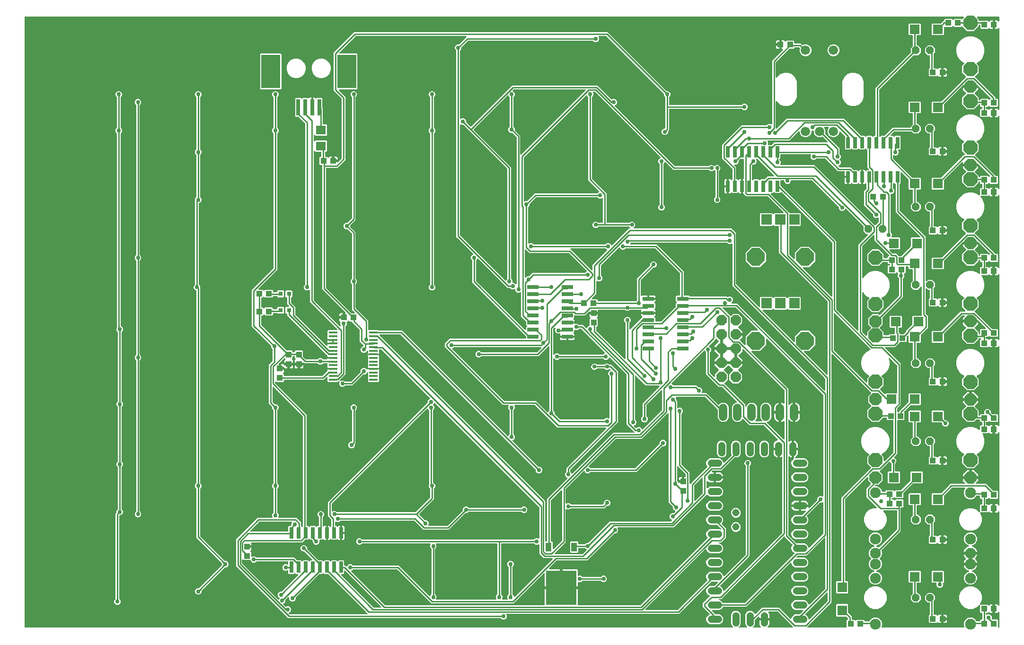
<source format=gbr>
G04 EAGLE Gerber X2 export*
%TF.Part,Single*%
%TF.FileFunction,Copper,L2,Bot,Mixed*%
%TF.FilePolarity,Positive*%
%TF.GenerationSoftware,Autodesk,EAGLE,9.1.1*%
%TF.CreationDate,2018-07-20T09:13:18Z*%
G75*
%MOMM*%
%FSLAX34Y34*%
%LPD*%
%AMOC8*
5,1,8,0,0,1.08239X$1,22.5*%
G01*
%ADD10R,1.000000X1.100000*%
%ADD11R,1.100000X1.000000*%
%ADD12R,2.032000X0.660400*%
%ADD13R,0.660400X2.032000*%
%ADD14R,5.400000X6.200000*%
%ADD15R,1.000000X1.600000*%
%ADD16C,1.524000*%
%ADD17C,1.308000*%
%ADD18C,1.308000*%
%ADD19R,3.400000X6.040000*%
%ADD20R,0.700000X3.000000*%
%ADD21R,1.500000X0.400000*%
%ADD22R,0.800000X0.800000*%
%ADD23R,1.803000X1.600000*%
%ADD24P,2.034460X8X112.500000*%
%ADD25R,1.879600X1.879600*%
%ADD26P,3.480966X8X292.500000*%
%ADD27C,1.930400*%
%ADD28R,1.800000X1.700000*%
%ADD29P,2.749271X8X22.500000*%
%ADD30P,2.364373X8X22.500000*%
%ADD31P,1.429621X8X22.500000*%
%ADD32R,1.700000X1.800000*%
%ADD33C,1.676400*%
%ADD34C,0.254000*%
%ADD35C,0.756400*%

G36*
X1276949Y10178D02*
X1276949Y10178D01*
X1277088Y10191D01*
X1277107Y10198D01*
X1277127Y10201D01*
X1277256Y10252D01*
X1277387Y10299D01*
X1277404Y10310D01*
X1277423Y10318D01*
X1277535Y10399D01*
X1277650Y10477D01*
X1277664Y10493D01*
X1277680Y10504D01*
X1277769Y10612D01*
X1277861Y10716D01*
X1277870Y10734D01*
X1277883Y10749D01*
X1277942Y10875D01*
X1278005Y10999D01*
X1278010Y11019D01*
X1278018Y11037D01*
X1278044Y11174D01*
X1278075Y11309D01*
X1278074Y11330D01*
X1278078Y11349D01*
X1278069Y11488D01*
X1278065Y11627D01*
X1278060Y11647D01*
X1278058Y11667D01*
X1278016Y11799D01*
X1277977Y11933D01*
X1277967Y11950D01*
X1277960Y11969D01*
X1277886Y12087D01*
X1277815Y12207D01*
X1277797Y12228D01*
X1277790Y12238D01*
X1277775Y12252D01*
X1277709Y12327D01*
X1276032Y14004D01*
X1274727Y17155D01*
X1274727Y33645D01*
X1276032Y36796D01*
X1278444Y39208D01*
X1281595Y40513D01*
X1285005Y40513D01*
X1288156Y39208D01*
X1290568Y36796D01*
X1291873Y33645D01*
X1291873Y17155D01*
X1290568Y14004D01*
X1288891Y12327D01*
X1288806Y12218D01*
X1288717Y12111D01*
X1288709Y12092D01*
X1288696Y12076D01*
X1288641Y11948D01*
X1288582Y11823D01*
X1288578Y11803D01*
X1288570Y11784D01*
X1288548Y11646D01*
X1288522Y11510D01*
X1288523Y11490D01*
X1288520Y11470D01*
X1288533Y11331D01*
X1288542Y11193D01*
X1288548Y11174D01*
X1288550Y11154D01*
X1288597Y11022D01*
X1288640Y10891D01*
X1288651Y10873D01*
X1288657Y10854D01*
X1288736Y10739D01*
X1288810Y10622D01*
X1288825Y10608D01*
X1288836Y10591D01*
X1288940Y10499D01*
X1289042Y10404D01*
X1289059Y10394D01*
X1289074Y10381D01*
X1289199Y10317D01*
X1289320Y10250D01*
X1289340Y10245D01*
X1289358Y10236D01*
X1289494Y10206D01*
X1289628Y10171D01*
X1289656Y10169D01*
X1289668Y10166D01*
X1289688Y10167D01*
X1289789Y10161D01*
X1302211Y10161D01*
X1302349Y10178D01*
X1302488Y10191D01*
X1302507Y10198D01*
X1302527Y10201D01*
X1302656Y10252D01*
X1302787Y10299D01*
X1302804Y10310D01*
X1302823Y10318D01*
X1302935Y10399D01*
X1303050Y10477D01*
X1303064Y10493D01*
X1303080Y10504D01*
X1303169Y10612D01*
X1303261Y10716D01*
X1303270Y10734D01*
X1303283Y10749D01*
X1303342Y10875D01*
X1303405Y10999D01*
X1303410Y11019D01*
X1303418Y11037D01*
X1303444Y11174D01*
X1303475Y11309D01*
X1303474Y11330D01*
X1303478Y11349D01*
X1303469Y11488D01*
X1303465Y11627D01*
X1303460Y11647D01*
X1303458Y11667D01*
X1303416Y11799D01*
X1303377Y11933D01*
X1303367Y11950D01*
X1303360Y11969D01*
X1303286Y12087D01*
X1303215Y12207D01*
X1303197Y12228D01*
X1303190Y12238D01*
X1303175Y12252D01*
X1303109Y12327D01*
X1301432Y14004D01*
X1300127Y17155D01*
X1300127Y33645D01*
X1301432Y36796D01*
X1303844Y39208D01*
X1306995Y40513D01*
X1310405Y40513D01*
X1313556Y39208D01*
X1315968Y36796D01*
X1316543Y35407D01*
X1316567Y35364D01*
X1316584Y35318D01*
X1316646Y35227D01*
X1316700Y35131D01*
X1316735Y35096D01*
X1316763Y35054D01*
X1316845Y34982D01*
X1316922Y34903D01*
X1316964Y34877D01*
X1317001Y34844D01*
X1317099Y34794D01*
X1317193Y34737D01*
X1317240Y34722D01*
X1317284Y34699D01*
X1317392Y34675D01*
X1317497Y34643D01*
X1317546Y34641D01*
X1317595Y34630D01*
X1317705Y34633D01*
X1317814Y34628D01*
X1317863Y34638D01*
X1317913Y34639D01*
X1318018Y34670D01*
X1318126Y34692D01*
X1318170Y34714D01*
X1318218Y34728D01*
X1318313Y34783D01*
X1318411Y34832D01*
X1318449Y34864D01*
X1318492Y34889D01*
X1318613Y34996D01*
X1327286Y43668D01*
X1329592Y45975D01*
X1360776Y45975D01*
X1380321Y26430D01*
X1380430Y26345D01*
X1380537Y26256D01*
X1380556Y26248D01*
X1380572Y26235D01*
X1380700Y26180D01*
X1380825Y26121D01*
X1380845Y26117D01*
X1380864Y26109D01*
X1381002Y26087D01*
X1381138Y26061D01*
X1381158Y26062D01*
X1381178Y26059D01*
X1381317Y26072D01*
X1381455Y26081D01*
X1381474Y26087D01*
X1381494Y26089D01*
X1381626Y26136D01*
X1381757Y26179D01*
X1381775Y26190D01*
X1381794Y26197D01*
X1381909Y26275D01*
X1382026Y26349D01*
X1382040Y26364D01*
X1382057Y26375D01*
X1382149Y26479D01*
X1382244Y26581D01*
X1382254Y26598D01*
X1382267Y26614D01*
X1382331Y26737D01*
X1382398Y26859D01*
X1382403Y26879D01*
X1382412Y26897D01*
X1382425Y26954D01*
X1383792Y30256D01*
X1386204Y32668D01*
X1389355Y33973D01*
X1396312Y33973D01*
X1396410Y33985D01*
X1396509Y33988D01*
X1396568Y34005D01*
X1396628Y34013D01*
X1396720Y34049D01*
X1396815Y34077D01*
X1396867Y34107D01*
X1396923Y34130D01*
X1397003Y34188D01*
X1397089Y34238D01*
X1397164Y34304D01*
X1397181Y34316D01*
X1397189Y34326D01*
X1397210Y34344D01*
X1402926Y40061D01*
X1403011Y40170D01*
X1403100Y40277D01*
X1403108Y40296D01*
X1403121Y40312D01*
X1403176Y40440D01*
X1403235Y40565D01*
X1403239Y40585D01*
X1403247Y40604D01*
X1403269Y40742D01*
X1403295Y40878D01*
X1403294Y40898D01*
X1403297Y40918D01*
X1403284Y41057D01*
X1403275Y41195D01*
X1403269Y41214D01*
X1403267Y41234D01*
X1403220Y41366D01*
X1403177Y41497D01*
X1403166Y41515D01*
X1403159Y41534D01*
X1403081Y41649D01*
X1403007Y41766D01*
X1402992Y41780D01*
X1402981Y41797D01*
X1402877Y41889D01*
X1402775Y41984D01*
X1402758Y41994D01*
X1402742Y42007D01*
X1402618Y42071D01*
X1402497Y42138D01*
X1402477Y42143D01*
X1402459Y42152D01*
X1402323Y42182D01*
X1402189Y42217D01*
X1402161Y42219D01*
X1402149Y42222D01*
X1402128Y42221D01*
X1402028Y42227D01*
X1389355Y42227D01*
X1386204Y43532D01*
X1383792Y45944D01*
X1382487Y49095D01*
X1382487Y52505D01*
X1383792Y55656D01*
X1386204Y58068D01*
X1389355Y59373D01*
X1405845Y59373D01*
X1408996Y58068D01*
X1411408Y55656D01*
X1412764Y52381D01*
X1412789Y52338D01*
X1412806Y52291D01*
X1412867Y52200D01*
X1412922Y52105D01*
X1412956Y52069D01*
X1412984Y52028D01*
X1413067Y51955D01*
X1413143Y51876D01*
X1413185Y51850D01*
X1413223Y51817D01*
X1413321Y51767D01*
X1413414Y51710D01*
X1413462Y51695D01*
X1413506Y51673D01*
X1413613Y51649D01*
X1413718Y51616D01*
X1413768Y51614D01*
X1413816Y51603D01*
X1413926Y51606D01*
X1414036Y51601D01*
X1414084Y51611D01*
X1414134Y51613D01*
X1414240Y51643D01*
X1414347Y51666D01*
X1414392Y51687D01*
X1414440Y51701D01*
X1414534Y51757D01*
X1414633Y51805D01*
X1414671Y51837D01*
X1414714Y51863D01*
X1414834Y51969D01*
X1443110Y80244D01*
X1443170Y80323D01*
X1443238Y80395D01*
X1443267Y80448D01*
X1443304Y80496D01*
X1443344Y80587D01*
X1443392Y80673D01*
X1443407Y80732D01*
X1443431Y80787D01*
X1443446Y80885D01*
X1443471Y80981D01*
X1443477Y81081D01*
X1443481Y81102D01*
X1443479Y81114D01*
X1443481Y81142D01*
X1443481Y169810D01*
X1443464Y169948D01*
X1443451Y170087D01*
X1443444Y170106D01*
X1443441Y170126D01*
X1443390Y170255D01*
X1443343Y170386D01*
X1443332Y170403D01*
X1443324Y170421D01*
X1443243Y170534D01*
X1443165Y170649D01*
X1443149Y170662D01*
X1443138Y170679D01*
X1443030Y170767D01*
X1442926Y170860D01*
X1442908Y170869D01*
X1442893Y170882D01*
X1442767Y170941D01*
X1442643Y171004D01*
X1442623Y171009D01*
X1442605Y171017D01*
X1442469Y171043D01*
X1442333Y171074D01*
X1442312Y171073D01*
X1442293Y171077D01*
X1442154Y171068D01*
X1442015Y171064D01*
X1441995Y171058D01*
X1441975Y171057D01*
X1441843Y171014D01*
X1441709Y170976D01*
X1441692Y170965D01*
X1441673Y170959D01*
X1441555Y170885D01*
X1441435Y170814D01*
X1441414Y170796D01*
X1441404Y170789D01*
X1441390Y170774D01*
X1441315Y170708D01*
X1409544Y138937D01*
X1393814Y138937D01*
X1393716Y138925D01*
X1393617Y138922D01*
X1393558Y138905D01*
X1393498Y138897D01*
X1393406Y138861D01*
X1393311Y138833D01*
X1393259Y138803D01*
X1393203Y138780D01*
X1393122Y138722D01*
X1393037Y138672D01*
X1392962Y138606D01*
X1392945Y138594D01*
X1392937Y138584D01*
X1392916Y138566D01*
X1392090Y137739D01*
X1392005Y137630D01*
X1391916Y137523D01*
X1391908Y137504D01*
X1391895Y137488D01*
X1391840Y137360D01*
X1391781Y137235D01*
X1391777Y137215D01*
X1391769Y137196D01*
X1391747Y137058D01*
X1391721Y136922D01*
X1391722Y136902D01*
X1391719Y136882D01*
X1391732Y136743D01*
X1391741Y136605D01*
X1391747Y136586D01*
X1391749Y136566D01*
X1391796Y136435D01*
X1391839Y136303D01*
X1391850Y136285D01*
X1391857Y136266D01*
X1391934Y136152D01*
X1392009Y136034D01*
X1392024Y136020D01*
X1392035Y136003D01*
X1392139Y135911D01*
X1392241Y135816D01*
X1392258Y135806D01*
X1392274Y135793D01*
X1392397Y135730D01*
X1392519Y135662D01*
X1392539Y135657D01*
X1392557Y135648D01*
X1392693Y135618D01*
X1392827Y135583D01*
X1392855Y135581D01*
X1392867Y135578D01*
X1392888Y135579D01*
X1392988Y135573D01*
X1405845Y135573D01*
X1408996Y134268D01*
X1411408Y131856D01*
X1412713Y128705D01*
X1412713Y125295D01*
X1411408Y122144D01*
X1408996Y119732D01*
X1405845Y118427D01*
X1389355Y118427D01*
X1386204Y119732D01*
X1383792Y122144D01*
X1382420Y125458D01*
X1382396Y125517D01*
X1382349Y125648D01*
X1382338Y125665D01*
X1382330Y125683D01*
X1382249Y125796D01*
X1382171Y125911D01*
X1382155Y125924D01*
X1382144Y125941D01*
X1382036Y126030D01*
X1381932Y126122D01*
X1381914Y126131D01*
X1381899Y126144D01*
X1381773Y126203D01*
X1381649Y126266D01*
X1381629Y126271D01*
X1381611Y126279D01*
X1381475Y126305D01*
X1381339Y126336D01*
X1381318Y126335D01*
X1381299Y126339D01*
X1381160Y126330D01*
X1381021Y126326D01*
X1381001Y126320D01*
X1380981Y126319D01*
X1380849Y126276D01*
X1380715Y126238D01*
X1380698Y126227D01*
X1380679Y126221D01*
X1380561Y126147D01*
X1380441Y126076D01*
X1380420Y126058D01*
X1380410Y126051D01*
X1380396Y126036D01*
X1380321Y125970D01*
X1301848Y47497D01*
X1260499Y47497D01*
X1260470Y47494D01*
X1260440Y47496D01*
X1260313Y47474D01*
X1260184Y47457D01*
X1260156Y47447D01*
X1260127Y47442D01*
X1260008Y47388D01*
X1259888Y47340D01*
X1259864Y47323D01*
X1259837Y47311D01*
X1259735Y47230D01*
X1259631Y47154D01*
X1259612Y47131D01*
X1259589Y47112D01*
X1259511Y47009D01*
X1259428Y46909D01*
X1259415Y46882D01*
X1259397Y46858D01*
X1259326Y46714D01*
X1259008Y45944D01*
X1256596Y43532D01*
X1253445Y42227D01*
X1241604Y42227D01*
X1241466Y42210D01*
X1241327Y42197D01*
X1241308Y42190D01*
X1241288Y42187D01*
X1241159Y42136D01*
X1241028Y42089D01*
X1241011Y42078D01*
X1240993Y42070D01*
X1240880Y41989D01*
X1240765Y41911D01*
X1240752Y41895D01*
X1240735Y41884D01*
X1240646Y41776D01*
X1240554Y41672D01*
X1240545Y41654D01*
X1240532Y41639D01*
X1240473Y41513D01*
X1240410Y41389D01*
X1240405Y41369D01*
X1240397Y41351D01*
X1240371Y41215D01*
X1240340Y41079D01*
X1240341Y41058D01*
X1240337Y41039D01*
X1240346Y40900D01*
X1240350Y40761D01*
X1240356Y40741D01*
X1240357Y40721D01*
X1240400Y40589D01*
X1240438Y40455D01*
X1240449Y40438D01*
X1240455Y40419D01*
X1240529Y40301D01*
X1240600Y40181D01*
X1240618Y40160D01*
X1240625Y40150D01*
X1240640Y40136D01*
X1240706Y40061D01*
X1246422Y34344D01*
X1246501Y34284D01*
X1246573Y34216D01*
X1246626Y34187D01*
X1246674Y34150D01*
X1246765Y34110D01*
X1246851Y34062D01*
X1246910Y34047D01*
X1246965Y34023D01*
X1247063Y34008D01*
X1247159Y33983D01*
X1247259Y33977D01*
X1247279Y33973D01*
X1247292Y33975D01*
X1247320Y33973D01*
X1253445Y33973D01*
X1256596Y32668D01*
X1259008Y30256D01*
X1260313Y27105D01*
X1260313Y23695D01*
X1259008Y20544D01*
X1256596Y18132D01*
X1253445Y16827D01*
X1236955Y16827D01*
X1233804Y18132D01*
X1231392Y20544D01*
X1230087Y23695D01*
X1230087Y27105D01*
X1231392Y30256D01*
X1233804Y32668D01*
X1235552Y33392D01*
X1235595Y33416D01*
X1235642Y33433D01*
X1235733Y33495D01*
X1235828Y33549D01*
X1235864Y33584D01*
X1235905Y33612D01*
X1235978Y33694D01*
X1236056Y33770D01*
X1236082Y33813D01*
X1236115Y33850D01*
X1236165Y33948D01*
X1236223Y34042D01*
X1236237Y34089D01*
X1236260Y34133D01*
X1236284Y34240D01*
X1236316Y34345D01*
X1236319Y34395D01*
X1236330Y34444D01*
X1236326Y34553D01*
X1236331Y34663D01*
X1236321Y34712D01*
X1236320Y34761D01*
X1236289Y34867D01*
X1236267Y34975D01*
X1236245Y35019D01*
X1236231Y35067D01*
X1236176Y35161D01*
X1236127Y35260D01*
X1236095Y35298D01*
X1236070Y35341D01*
X1235964Y35462D01*
X1226332Y45094D01*
X1224025Y47400D01*
X1224025Y54200D01*
X1235845Y66020D01*
X1235963Y66138D01*
X1235994Y66178D01*
X1236031Y66211D01*
X1236091Y66303D01*
X1236158Y66389D01*
X1236178Y66435D01*
X1236206Y66477D01*
X1236241Y66580D01*
X1236285Y66681D01*
X1236293Y66730D01*
X1236309Y66778D01*
X1236317Y66887D01*
X1236335Y66995D01*
X1236330Y67045D01*
X1236334Y67095D01*
X1236315Y67203D01*
X1236305Y67312D01*
X1236288Y67359D01*
X1236280Y67408D01*
X1236234Y67508D01*
X1236197Y67611D01*
X1236169Y67652D01*
X1236149Y67698D01*
X1236080Y67784D01*
X1236019Y67874D01*
X1235982Y67907D01*
X1235950Y67946D01*
X1235863Y68012D01*
X1235780Y68085D01*
X1235736Y68108D01*
X1235696Y68138D01*
X1235552Y68208D01*
X1233804Y68932D01*
X1231392Y71344D01*
X1230087Y74495D01*
X1230087Y77905D01*
X1231392Y81056D01*
X1233804Y83468D01*
X1236955Y84773D01*
X1243912Y84773D01*
X1244010Y84785D01*
X1244109Y84788D01*
X1244168Y84805D01*
X1244228Y84813D01*
X1244320Y84849D01*
X1244415Y84877D01*
X1244467Y84907D01*
X1244523Y84930D01*
X1244603Y84988D01*
X1244689Y85038D01*
X1244764Y85104D01*
X1244781Y85116D01*
X1244789Y85126D01*
X1244810Y85144D01*
X1250526Y90861D01*
X1250611Y90970D01*
X1250700Y91077D01*
X1250708Y91096D01*
X1250721Y91112D01*
X1250776Y91240D01*
X1250835Y91365D01*
X1250839Y91385D01*
X1250847Y91404D01*
X1250869Y91542D01*
X1250895Y91678D01*
X1250894Y91698D01*
X1250897Y91718D01*
X1250884Y91857D01*
X1250875Y91995D01*
X1250869Y92014D01*
X1250867Y92034D01*
X1250820Y92166D01*
X1250777Y92297D01*
X1250766Y92315D01*
X1250759Y92334D01*
X1250681Y92449D01*
X1250607Y92566D01*
X1250592Y92580D01*
X1250581Y92597D01*
X1250477Y92689D01*
X1250375Y92784D01*
X1250358Y92794D01*
X1250342Y92807D01*
X1250218Y92871D01*
X1250097Y92938D01*
X1250077Y92943D01*
X1250059Y92952D01*
X1249923Y92982D01*
X1249789Y93017D01*
X1249761Y93019D01*
X1249749Y93022D01*
X1249728Y93021D01*
X1249628Y93027D01*
X1240208Y93027D01*
X1240110Y93015D01*
X1240011Y93012D01*
X1239952Y92995D01*
X1239892Y92987D01*
X1239800Y92951D01*
X1239705Y92923D01*
X1239653Y92893D01*
X1239597Y92870D01*
X1239517Y92812D01*
X1239431Y92762D01*
X1239356Y92696D01*
X1239339Y92684D01*
X1239331Y92674D01*
X1239310Y92656D01*
X1181960Y35305D01*
X873859Y35305D01*
X873809Y35299D01*
X873760Y35301D01*
X873652Y35279D01*
X873543Y35265D01*
X873497Y35247D01*
X873448Y35237D01*
X873349Y35189D01*
X873247Y35148D01*
X873207Y35119D01*
X873163Y35097D01*
X873079Y35026D01*
X872990Y34962D01*
X872958Y34923D01*
X872921Y34891D01*
X872857Y34801D01*
X872787Y34717D01*
X872766Y34672D01*
X872738Y34631D01*
X872699Y34528D01*
X872652Y34429D01*
X872642Y34380D01*
X872625Y34334D01*
X872613Y34224D01*
X872592Y34117D01*
X872595Y34067D01*
X872590Y34018D01*
X872605Y33909D01*
X872612Y33799D01*
X872627Y33752D01*
X872634Y33703D01*
X872686Y33550D01*
X873479Y31637D01*
X873479Y29323D01*
X872594Y27186D01*
X870958Y25550D01*
X868821Y24665D01*
X866507Y24665D01*
X864370Y25550D01*
X863115Y26806D01*
X863037Y26866D01*
X862965Y26934D01*
X862912Y26963D01*
X862864Y27000D01*
X862773Y27040D01*
X862686Y27088D01*
X862628Y27103D01*
X862572Y27127D01*
X862474Y27142D01*
X862378Y27167D01*
X862278Y27173D01*
X862258Y27177D01*
X862246Y27175D01*
X862218Y27177D01*
X482248Y27177D01*
X388873Y120552D01*
X388873Y167992D01*
X427384Y206503D01*
X453037Y206503D01*
X453087Y206509D01*
X453136Y206507D01*
X453244Y206529D01*
X453353Y206543D01*
X453399Y206561D01*
X453448Y206571D01*
X453547Y206619D01*
X453649Y206660D01*
X453689Y206689D01*
X453733Y206711D01*
X453817Y206782D01*
X453906Y206846D01*
X453938Y206885D01*
X453975Y206917D01*
X454039Y207007D01*
X454109Y207091D01*
X454130Y207136D01*
X454158Y207177D01*
X454197Y207280D01*
X454244Y207379D01*
X454254Y207428D01*
X454271Y207474D01*
X454283Y207584D01*
X454304Y207691D01*
X454301Y207741D01*
X454306Y207790D01*
X454291Y207899D01*
X454284Y208009D01*
X454269Y208056D01*
X454262Y208105D01*
X454210Y208258D01*
X453417Y210171D01*
X453417Y212485D01*
X454302Y214622D01*
X455558Y215877D01*
X455618Y215955D01*
X455686Y216027D01*
X455715Y216080D01*
X455752Y216128D01*
X455792Y216219D01*
X455840Y216306D01*
X455855Y216364D01*
X455879Y216420D01*
X455894Y216518D01*
X455919Y216614D01*
X455925Y216714D01*
X455929Y216734D01*
X455927Y216746D01*
X455929Y216774D01*
X455929Y258714D01*
X455917Y258812D01*
X455914Y258911D01*
X455897Y258969D01*
X455889Y259029D01*
X455853Y259121D01*
X455825Y259216D01*
X455795Y259269D01*
X455772Y259325D01*
X455714Y259405D01*
X455664Y259490D01*
X455598Y259566D01*
X455586Y259582D01*
X455576Y259590D01*
X455558Y259611D01*
X454302Y260866D01*
X453417Y263003D01*
X453417Y265317D01*
X454302Y267454D01*
X455558Y268709D01*
X455618Y268787D01*
X455686Y268859D01*
X455715Y268912D01*
X455752Y268960D01*
X455792Y269051D01*
X455840Y269138D01*
X455855Y269196D01*
X455879Y269252D01*
X455894Y269350D01*
X455919Y269446D01*
X455925Y269546D01*
X455929Y269566D01*
X455927Y269578D01*
X455929Y269606D01*
X455929Y398922D01*
X455917Y399020D01*
X455914Y399119D01*
X455897Y399177D01*
X455889Y399237D01*
X455853Y399329D01*
X455825Y399424D01*
X455795Y399477D01*
X455772Y399533D01*
X455714Y399613D01*
X455664Y399698D01*
X455598Y399774D01*
X455586Y399790D01*
X455576Y399798D01*
X455558Y399819D01*
X454302Y401074D01*
X453417Y403211D01*
X453417Y404986D01*
X453405Y405084D01*
X453402Y405183D01*
X453385Y405242D01*
X453377Y405302D01*
X453341Y405394D01*
X453313Y405489D01*
X453283Y405541D01*
X453260Y405597D01*
X453202Y405678D01*
X453152Y405763D01*
X453086Y405838D01*
X453074Y405855D01*
X453064Y405863D01*
X453046Y405884D01*
X447801Y411128D01*
X447801Y480920D01*
X453526Y486644D01*
X453586Y486723D01*
X453654Y486795D01*
X453683Y486848D01*
X453720Y486896D01*
X453760Y486987D01*
X453808Y487073D01*
X453823Y487132D01*
X453847Y487187D01*
X453862Y487285D01*
X453887Y487381D01*
X453893Y487481D01*
X453897Y487502D01*
X453895Y487514D01*
X453897Y487542D01*
X453897Y508650D01*
X453885Y508748D01*
X453882Y508847D01*
X453865Y508905D01*
X453857Y508965D01*
X453821Y509057D01*
X453793Y509152D01*
X453763Y509205D01*
X453740Y509261D01*
X453682Y509341D01*
X453632Y509426D01*
X453566Y509502D01*
X453554Y509518D01*
X453544Y509526D01*
X453526Y509547D01*
X452270Y510802D01*
X451385Y512939D01*
X451385Y514714D01*
X451373Y514812D01*
X451370Y514911D01*
X451353Y514970D01*
X451345Y515030D01*
X451309Y515122D01*
X451281Y515217D01*
X451251Y515269D01*
X451228Y515325D01*
X451170Y515405D01*
X451120Y515491D01*
X451054Y515566D01*
X451042Y515583D01*
X451032Y515591D01*
X451014Y515612D01*
X417321Y549304D01*
X417321Y615032D01*
X455558Y653268D01*
X455618Y653347D01*
X455686Y653419D01*
X455715Y653472D01*
X455752Y653520D01*
X455792Y653611D01*
X455840Y653697D01*
X455855Y653756D01*
X455879Y653811D01*
X455894Y653909D01*
X455919Y654005D01*
X455925Y654105D01*
X455929Y654126D01*
X455927Y654138D01*
X455929Y654166D01*
X455929Y894730D01*
X455917Y894828D01*
X455914Y894927D01*
X455897Y894985D01*
X455889Y895045D01*
X455853Y895137D01*
X455825Y895232D01*
X455795Y895285D01*
X455772Y895341D01*
X455714Y895421D01*
X455664Y895506D01*
X455598Y895582D01*
X455586Y895598D01*
X455576Y895606D01*
X455558Y895627D01*
X454302Y896882D01*
X453417Y899019D01*
X453417Y901333D01*
X454302Y903470D01*
X455558Y904725D01*
X455618Y904803D01*
X455686Y904875D01*
X455715Y904928D01*
X455752Y904976D01*
X455792Y905067D01*
X455840Y905154D01*
X455855Y905212D01*
X455879Y905268D01*
X455894Y905366D01*
X455919Y905462D01*
X455925Y905562D01*
X455929Y905582D01*
X455927Y905594D01*
X455929Y905622D01*
X455929Y959754D01*
X455917Y959852D01*
X455914Y959951D01*
X455897Y960009D01*
X455889Y960069D01*
X455853Y960161D01*
X455825Y960256D01*
X455795Y960309D01*
X455772Y960365D01*
X455714Y960445D01*
X455664Y960530D01*
X455598Y960606D01*
X455586Y960622D01*
X455576Y960630D01*
X455558Y960651D01*
X454302Y961906D01*
X453417Y964043D01*
X453417Y966357D01*
X454302Y968494D01*
X455938Y970130D01*
X458075Y971015D01*
X460389Y971015D01*
X462526Y970130D01*
X464162Y968494D01*
X465047Y966357D01*
X465047Y964043D01*
X464162Y961906D01*
X462906Y960651D01*
X462846Y960573D01*
X462778Y960501D01*
X462749Y960448D01*
X462712Y960400D01*
X462672Y960309D01*
X462624Y960222D01*
X462609Y960164D01*
X462585Y960108D01*
X462570Y960010D01*
X462545Y959914D01*
X462539Y959814D01*
X462535Y959794D01*
X462537Y959782D01*
X462535Y959754D01*
X462535Y905622D01*
X462547Y905524D01*
X462550Y905425D01*
X462567Y905367D01*
X462575Y905307D01*
X462611Y905215D01*
X462639Y905120D01*
X462669Y905067D01*
X462692Y905011D01*
X462750Y904931D01*
X462800Y904846D01*
X462866Y904770D01*
X462878Y904754D01*
X462888Y904746D01*
X462906Y904725D01*
X464162Y903470D01*
X465047Y901333D01*
X465047Y899019D01*
X464162Y896882D01*
X462906Y895627D01*
X462846Y895549D01*
X462778Y895477D01*
X462749Y895424D01*
X462712Y895376D01*
X462672Y895285D01*
X462624Y895198D01*
X462609Y895140D01*
X462585Y895084D01*
X462570Y894986D01*
X462545Y894890D01*
X462539Y894790D01*
X462535Y894770D01*
X462537Y894758D01*
X462535Y894730D01*
X462535Y650904D01*
X429130Y617499D01*
X429045Y617390D01*
X428956Y617283D01*
X428948Y617264D01*
X428935Y617248D01*
X428880Y617120D01*
X428821Y616995D01*
X428817Y616975D01*
X428809Y616956D01*
X428787Y616818D01*
X428761Y616682D01*
X428762Y616662D01*
X428759Y616642D01*
X428772Y616503D01*
X428781Y616365D01*
X428787Y616346D01*
X428789Y616326D01*
X428836Y616194D01*
X428879Y616063D01*
X428890Y616045D01*
X428897Y616026D01*
X428975Y615911D01*
X429049Y615794D01*
X429064Y615780D01*
X429075Y615763D01*
X429179Y615671D01*
X429281Y615576D01*
X429298Y615566D01*
X429314Y615553D01*
X429437Y615489D01*
X429559Y615422D01*
X429579Y615417D01*
X429597Y615408D01*
X429733Y615378D01*
X429867Y615343D01*
X429895Y615341D01*
X429907Y615338D01*
X429928Y615339D01*
X430028Y615333D01*
X436542Y615333D01*
X437802Y614072D01*
X437897Y613999D01*
X437986Y613920D01*
X438022Y613902D01*
X438054Y613877D01*
X438163Y613830D01*
X438269Y613776D01*
X438308Y613767D01*
X438346Y613751D01*
X438463Y613732D01*
X438579Y613706D01*
X438620Y613707D01*
X438660Y613701D01*
X438778Y613712D01*
X438897Y613716D01*
X438936Y613727D01*
X438976Y613731D01*
X439089Y613771D01*
X439203Y613804D01*
X439237Y613825D01*
X439276Y613838D01*
X439374Y613905D01*
X439477Y613966D01*
X439522Y614006D01*
X439539Y614017D01*
X439552Y614032D01*
X439597Y614072D01*
X440858Y615333D01*
X453542Y615333D01*
X454733Y614142D01*
X454733Y612140D01*
X454748Y612022D01*
X454755Y611903D01*
X454768Y611865D01*
X454773Y611824D01*
X454816Y611714D01*
X454853Y611601D01*
X454875Y611566D01*
X454890Y611529D01*
X454959Y611433D01*
X455023Y611332D01*
X455053Y611304D01*
X455076Y611271D01*
X455168Y611195D01*
X455255Y611114D01*
X455290Y611094D01*
X455321Y611069D01*
X455429Y611018D01*
X455533Y610960D01*
X455573Y610950D01*
X455609Y610933D01*
X455726Y610911D01*
X455841Y610881D01*
X455901Y610877D01*
X455921Y610873D01*
X455942Y610875D01*
X456002Y610871D01*
X461198Y610871D01*
X461316Y610886D01*
X461435Y610893D01*
X461473Y610906D01*
X461514Y610911D01*
X461624Y610954D01*
X461737Y610991D01*
X461772Y611013D01*
X461809Y611028D01*
X461905Y611097D01*
X462006Y611161D01*
X462034Y611191D01*
X462067Y611214D01*
X462143Y611306D01*
X462224Y611393D01*
X462244Y611428D01*
X462269Y611459D01*
X462320Y611567D01*
X462378Y611671D01*
X462388Y611711D01*
X462405Y611747D01*
X462427Y611864D01*
X462457Y611979D01*
X462461Y612039D01*
X462465Y612059D01*
X462463Y612080D01*
X462467Y612140D01*
X462467Y612742D01*
X463658Y613933D01*
X473342Y613933D01*
X474533Y612742D01*
X474533Y603058D01*
X473342Y601867D01*
X463658Y601867D01*
X462458Y603067D01*
X462452Y603114D01*
X462445Y603233D01*
X462432Y603271D01*
X462427Y603312D01*
X462384Y603422D01*
X462347Y603535D01*
X462325Y603570D01*
X462310Y603607D01*
X462241Y603703D01*
X462177Y603804D01*
X462147Y603832D01*
X462124Y603865D01*
X462032Y603941D01*
X461945Y604022D01*
X461910Y604042D01*
X461879Y604067D01*
X461771Y604118D01*
X461667Y604176D01*
X461627Y604186D01*
X461591Y604203D01*
X461474Y604225D01*
X461359Y604255D01*
X461299Y604259D01*
X461279Y604263D01*
X461258Y604261D01*
X461198Y604265D01*
X456002Y604265D01*
X455884Y604250D01*
X455765Y604243D01*
X455727Y604230D01*
X455686Y604225D01*
X455576Y604182D01*
X455463Y604145D01*
X455428Y604123D01*
X455391Y604108D01*
X455295Y604039D01*
X455194Y603975D01*
X455166Y603945D01*
X455133Y603922D01*
X455057Y603830D01*
X454976Y603743D01*
X454956Y603708D01*
X454931Y603677D01*
X454880Y603569D01*
X454822Y603465D01*
X454812Y603425D01*
X454795Y603389D01*
X454773Y603272D01*
X454743Y603157D01*
X454739Y603097D01*
X454735Y603077D01*
X454737Y603056D01*
X454733Y602996D01*
X454733Y602458D01*
X453542Y601267D01*
X440858Y601267D01*
X439597Y602528D01*
X439503Y602601D01*
X439414Y602680D01*
X439378Y602698D01*
X439346Y602723D01*
X439237Y602770D01*
X439131Y602824D01*
X439092Y602833D01*
X439054Y602849D01*
X438937Y602868D01*
X438821Y602894D01*
X438780Y602893D01*
X438740Y602899D01*
X438622Y602888D01*
X438503Y602884D01*
X438464Y602873D01*
X438424Y602869D01*
X438312Y602829D01*
X438197Y602796D01*
X438162Y602775D01*
X438124Y602762D01*
X438026Y602695D01*
X437923Y602634D01*
X437878Y602594D01*
X437861Y602583D01*
X437848Y602568D01*
X437802Y602528D01*
X436542Y601267D01*
X435356Y601267D01*
X435238Y601252D01*
X435119Y601245D01*
X435081Y601232D01*
X435040Y601227D01*
X434930Y601184D01*
X434817Y601147D01*
X434782Y601125D01*
X434745Y601110D01*
X434649Y601041D01*
X434548Y600977D01*
X434520Y600947D01*
X434487Y600924D01*
X434411Y600832D01*
X434330Y600745D01*
X434310Y600710D01*
X434285Y600679D01*
X434234Y600571D01*
X434176Y600467D01*
X434166Y600427D01*
X434149Y600391D01*
X434127Y600274D01*
X434097Y600159D01*
X434093Y600099D01*
X434089Y600079D01*
X434091Y600058D01*
X434087Y599998D01*
X434087Y584702D01*
X434102Y584584D01*
X434109Y584465D01*
X434122Y584427D01*
X434127Y584386D01*
X434170Y584276D01*
X434207Y584163D01*
X434229Y584128D01*
X434244Y584091D01*
X434313Y583995D01*
X434377Y583894D01*
X434407Y583866D01*
X434430Y583833D01*
X434522Y583757D01*
X434609Y583676D01*
X434644Y583656D01*
X434675Y583631D01*
X434783Y583580D01*
X434887Y583522D01*
X434927Y583512D01*
X434963Y583495D01*
X435080Y583473D01*
X435195Y583443D01*
X435255Y583439D01*
X435275Y583435D01*
X435296Y583437D01*
X435356Y583433D01*
X436542Y583433D01*
X437802Y582172D01*
X437897Y582099D01*
X437986Y582020D01*
X438022Y582002D01*
X438054Y581977D01*
X438163Y581930D01*
X438269Y581876D01*
X438308Y581867D01*
X438346Y581851D01*
X438463Y581832D01*
X438579Y581806D01*
X438620Y581807D01*
X438660Y581801D01*
X438778Y581812D01*
X438897Y581816D01*
X438936Y581827D01*
X438976Y581831D01*
X439089Y581871D01*
X439203Y581904D01*
X439237Y581925D01*
X439276Y581938D01*
X439374Y582005D01*
X439477Y582066D01*
X439522Y582106D01*
X439539Y582117D01*
X439552Y582132D01*
X439597Y582172D01*
X440858Y583433D01*
X453542Y583433D01*
X454733Y582242D01*
X454733Y581660D01*
X454748Y581542D01*
X454755Y581423D01*
X454768Y581385D01*
X454773Y581344D01*
X454816Y581234D01*
X454853Y581121D01*
X454875Y581086D01*
X454890Y581049D01*
X454959Y580953D01*
X455023Y580852D01*
X455053Y580824D01*
X455076Y580791D01*
X455168Y580715D01*
X455255Y580634D01*
X455290Y580614D01*
X455321Y580589D01*
X455429Y580538D01*
X455533Y580480D01*
X455573Y580470D01*
X455609Y580453D01*
X455726Y580431D01*
X455841Y580401D01*
X455901Y580397D01*
X455921Y580393D01*
X455942Y580395D01*
X456002Y580391D01*
X461198Y580391D01*
X461316Y580406D01*
X461435Y580413D01*
X461473Y580426D01*
X461514Y580431D01*
X461624Y580474D01*
X461737Y580511D01*
X461772Y580533D01*
X461809Y580548D01*
X461905Y580617D01*
X462006Y580681D01*
X462034Y580711D01*
X462067Y580734D01*
X462143Y580826D01*
X462224Y580913D01*
X462244Y580948D01*
X462269Y580979D01*
X462320Y581087D01*
X462378Y581191D01*
X462388Y581231D01*
X462405Y581267D01*
X462427Y581384D01*
X462457Y581499D01*
X462461Y581559D01*
X462465Y581579D01*
X462463Y581600D01*
X462467Y581660D01*
X462467Y583542D01*
X463658Y584733D01*
X473342Y584733D01*
X474533Y583542D01*
X474533Y573858D01*
X473342Y572667D01*
X463658Y572667D01*
X462912Y573413D01*
X462834Y573474D01*
X462761Y573542D01*
X462708Y573571D01*
X462661Y573608D01*
X462570Y573648D01*
X462483Y573696D01*
X462424Y573711D01*
X462369Y573735D01*
X462271Y573750D01*
X462175Y573775D01*
X462075Y573781D01*
X462055Y573785D01*
X462042Y573783D01*
X462014Y573785D01*
X456002Y573785D01*
X455884Y573770D01*
X455765Y573763D01*
X455727Y573750D01*
X455686Y573745D01*
X455576Y573702D01*
X455463Y573665D01*
X455428Y573643D01*
X455391Y573628D01*
X455295Y573559D01*
X455194Y573495D01*
X455166Y573465D01*
X455133Y573442D01*
X455057Y573350D01*
X454976Y573263D01*
X454956Y573228D01*
X454931Y573197D01*
X454880Y573089D01*
X454822Y572985D01*
X454812Y572945D01*
X454795Y572909D01*
X454773Y572792D01*
X454743Y572677D01*
X454739Y572617D01*
X454735Y572597D01*
X454737Y572576D01*
X454733Y572516D01*
X454733Y570558D01*
X453542Y569367D01*
X440858Y569367D01*
X439597Y570628D01*
X439503Y570701D01*
X439414Y570780D01*
X439378Y570798D01*
X439346Y570823D01*
X439237Y570870D01*
X439131Y570924D01*
X439092Y570933D01*
X439054Y570949D01*
X438937Y570968D01*
X438821Y570994D01*
X438780Y570993D01*
X438740Y570999D01*
X438622Y570988D01*
X438503Y570984D01*
X438464Y570973D01*
X438424Y570969D01*
X438312Y570929D01*
X438197Y570896D01*
X438162Y570875D01*
X438124Y570862D01*
X438026Y570795D01*
X437923Y570734D01*
X437878Y570694D01*
X437861Y570683D01*
X437848Y570668D01*
X437802Y570628D01*
X436542Y569367D01*
X435356Y569367D01*
X435238Y569352D01*
X435119Y569345D01*
X435081Y569332D01*
X435040Y569327D01*
X434930Y569284D01*
X434817Y569247D01*
X434782Y569225D01*
X434745Y569210D01*
X434649Y569141D01*
X434548Y569077D01*
X434520Y569047D01*
X434487Y569024D01*
X434411Y568932D01*
X434330Y568845D01*
X434310Y568810D01*
X434285Y568779D01*
X434234Y568671D01*
X434176Y568567D01*
X434166Y568527D01*
X434149Y568491D01*
X434127Y568374D01*
X434097Y568259D01*
X434093Y568199D01*
X434089Y568179D01*
X434091Y568158D01*
X434087Y568098D01*
X434087Y552566D01*
X434099Y552468D01*
X434102Y552369D01*
X434119Y552310D01*
X434127Y552250D01*
X434163Y552158D01*
X434191Y552063D01*
X434221Y552011D01*
X434244Y551955D01*
X434302Y551875D01*
X434352Y551789D01*
X434418Y551714D01*
X434430Y551697D01*
X434440Y551689D01*
X434458Y551668D01*
X478822Y507304D01*
X478901Y507244D01*
X478973Y507176D01*
X479026Y507147D01*
X479074Y507110D01*
X479165Y507070D01*
X479251Y507022D01*
X479310Y507007D01*
X479365Y506983D01*
X479463Y506968D01*
X479559Y506943D01*
X479659Y506937D01*
X479680Y506933D01*
X479692Y506935D01*
X479720Y506933D01*
X488742Y506933D01*
X489933Y505742D01*
X489933Y504444D01*
X489948Y504326D01*
X489955Y504207D01*
X489968Y504169D01*
X489973Y504128D01*
X490016Y504018D01*
X490053Y503905D01*
X490075Y503870D01*
X490090Y503833D01*
X490159Y503737D01*
X490223Y503636D01*
X490253Y503608D01*
X490276Y503575D01*
X490368Y503499D01*
X490455Y503418D01*
X490490Y503398D01*
X490521Y503373D01*
X490629Y503322D01*
X490733Y503264D01*
X490773Y503254D01*
X490809Y503237D01*
X490926Y503215D01*
X491041Y503185D01*
X491101Y503181D01*
X491121Y503177D01*
X491142Y503179D01*
X491202Y503175D01*
X492998Y503175D01*
X493116Y503190D01*
X493235Y503197D01*
X493273Y503210D01*
X493314Y503215D01*
X493424Y503258D01*
X493537Y503295D01*
X493572Y503317D01*
X493609Y503332D01*
X493705Y503401D01*
X493806Y503465D01*
X493834Y503495D01*
X493867Y503518D01*
X493943Y503610D01*
X494024Y503697D01*
X494044Y503732D01*
X494069Y503763D01*
X494120Y503871D01*
X494178Y503975D01*
X494188Y504015D01*
X494205Y504051D01*
X494227Y504168D01*
X494257Y504283D01*
X494261Y504343D01*
X494265Y504363D01*
X494263Y504384D01*
X494267Y504444D01*
X494267Y505742D01*
X495458Y506933D01*
X507142Y506933D01*
X508333Y505742D01*
X508333Y496608D01*
X508345Y496510D01*
X508348Y496411D01*
X508365Y496352D01*
X508373Y496292D01*
X508409Y496200D01*
X508437Y496105D01*
X508467Y496053D01*
X508490Y495997D01*
X508548Y495917D01*
X508598Y495831D01*
X508664Y495756D01*
X508676Y495739D01*
X508686Y495731D01*
X508704Y495710D01*
X513822Y490592D01*
X513901Y490532D01*
X513973Y490464D01*
X514026Y490435D01*
X514074Y490398D01*
X514165Y490358D01*
X514251Y490310D01*
X514310Y490295D01*
X514365Y490271D01*
X514463Y490256D01*
X514559Y490231D01*
X514659Y490225D01*
X514680Y490221D01*
X514692Y490223D01*
X514720Y490221D01*
X534304Y490221D01*
X534402Y490233D01*
X534501Y490236D01*
X534559Y490253D01*
X534619Y490261D01*
X534711Y490297D01*
X534806Y490325D01*
X534859Y490355D01*
X534915Y490378D01*
X534995Y490436D01*
X535080Y490486D01*
X535156Y490552D01*
X535172Y490564D01*
X535180Y490574D01*
X535201Y490592D01*
X536456Y491848D01*
X538593Y492733D01*
X540907Y492733D01*
X543044Y491848D01*
X544299Y490592D01*
X544377Y490532D01*
X544449Y490464D01*
X544502Y490435D01*
X544550Y490398D01*
X544641Y490358D01*
X544728Y490310D01*
X544786Y490295D01*
X544842Y490271D01*
X544940Y490256D01*
X545036Y490231D01*
X545136Y490225D01*
X545156Y490221D01*
X545168Y490223D01*
X545196Y490221D01*
X551040Y490221D01*
X551158Y490236D01*
X551277Y490243D01*
X551315Y490256D01*
X551356Y490261D01*
X551466Y490304D01*
X551579Y490341D01*
X551614Y490363D01*
X551651Y490378D01*
X551747Y490447D01*
X551848Y490511D01*
X551876Y490541D01*
X551909Y490564D01*
X551985Y490656D01*
X552066Y490743D01*
X552086Y490778D01*
X552111Y490809D01*
X552162Y490917D01*
X552220Y491021D01*
X552230Y491061D01*
X552247Y491097D01*
X552269Y491214D01*
X552299Y491329D01*
X552303Y491389D01*
X552307Y491409D01*
X552305Y491430D01*
X552309Y491490D01*
X552309Y491881D01*
X562350Y491881D01*
X562468Y491896D01*
X562587Y491903D01*
X562625Y491915D01*
X562665Y491920D01*
X562776Y491964D01*
X562889Y492001D01*
X562923Y492023D01*
X562961Y492037D01*
X563057Y492107D01*
X563158Y492171D01*
X563186Y492201D01*
X563218Y492224D01*
X563294Y492316D01*
X563376Y492403D01*
X563395Y492438D01*
X563421Y492469D01*
X563472Y492577D01*
X563529Y492681D01*
X563539Y492720D01*
X563557Y492757D01*
X563579Y492874D01*
X563609Y492989D01*
X563613Y493049D01*
X563616Y493069D01*
X563616Y493070D01*
X563615Y493090D01*
X563619Y493150D01*
X563604Y493268D01*
X563597Y493387D01*
X563584Y493425D01*
X563579Y493466D01*
X563535Y493576D01*
X563499Y493690D01*
X563477Y493724D01*
X563462Y493761D01*
X563392Y493858D01*
X563328Y493958D01*
X563299Y493986D01*
X563275Y494019D01*
X563183Y494095D01*
X563097Y494176D01*
X563061Y494196D01*
X563030Y494222D01*
X562923Y494272D01*
X562818Y494330D01*
X562779Y494340D01*
X562743Y494357D01*
X562626Y494379D01*
X562510Y494409D01*
X562450Y494413D01*
X562430Y494417D01*
X562410Y494416D01*
X562350Y494419D01*
X552309Y494419D01*
X552309Y495484D01*
X552484Y496135D01*
X552524Y496230D01*
X552575Y496330D01*
X552585Y496376D01*
X552603Y496420D01*
X552620Y496531D01*
X552644Y496641D01*
X552643Y496688D01*
X552650Y496734D01*
X552638Y496846D01*
X552635Y496959D01*
X552622Y497004D01*
X552617Y497051D01*
X552578Y497156D01*
X552546Y497264D01*
X552522Y497305D01*
X552506Y497349D01*
X552442Y497441D01*
X552385Y497538D01*
X552337Y497592D01*
X552325Y497610D01*
X552311Y497622D01*
X552278Y497659D01*
X551062Y498875D01*
X551062Y498876D01*
X480313Y569624D01*
X480313Y571398D01*
X480298Y571516D01*
X480291Y571635D01*
X480278Y571673D01*
X480273Y571714D01*
X480230Y571824D01*
X480193Y571937D01*
X480171Y571972D01*
X480156Y572009D01*
X480087Y572105D01*
X480023Y572206D01*
X479993Y572234D01*
X479970Y572267D01*
X479878Y572343D01*
X479791Y572424D01*
X479756Y572444D01*
X479725Y572469D01*
X479617Y572520D01*
X479513Y572578D01*
X479473Y572588D01*
X479437Y572605D01*
X479320Y572627D01*
X479205Y572657D01*
X479145Y572661D01*
X479125Y572665D01*
X479104Y572663D01*
X479044Y572667D01*
X478658Y572667D01*
X477467Y573858D01*
X477467Y583542D01*
X478658Y584733D01*
X482460Y584733D01*
X482598Y584750D01*
X482737Y584763D01*
X482756Y584770D01*
X482776Y584773D01*
X482905Y584824D01*
X483036Y584871D01*
X483053Y584882D01*
X483071Y584890D01*
X483184Y584971D01*
X483299Y585049D01*
X483312Y585065D01*
X483329Y585076D01*
X483418Y585184D01*
X483510Y585288D01*
X483519Y585306D01*
X483532Y585321D01*
X483591Y585447D01*
X483654Y585571D01*
X483659Y585591D01*
X483667Y585609D01*
X483693Y585745D01*
X483724Y585881D01*
X483723Y585902D01*
X483727Y585921D01*
X483718Y586060D01*
X483714Y586199D01*
X483708Y586219D01*
X483707Y586239D01*
X483664Y586371D01*
X483626Y586505D01*
X483615Y586522D01*
X483609Y586541D01*
X483535Y586659D01*
X483464Y586779D01*
X483446Y586800D01*
X483439Y586810D01*
X483424Y586824D01*
X483358Y586899D01*
X480313Y589944D01*
X480313Y600598D01*
X480298Y600716D01*
X480291Y600835D01*
X480278Y600873D01*
X480273Y600914D01*
X480230Y601024D01*
X480193Y601137D01*
X480171Y601172D01*
X480156Y601209D01*
X480087Y601305D01*
X480023Y601406D01*
X479993Y601434D01*
X479970Y601467D01*
X479878Y601543D01*
X479791Y601624D01*
X479756Y601644D01*
X479725Y601669D01*
X479617Y601720D01*
X479513Y601778D01*
X479473Y601788D01*
X479437Y601805D01*
X479320Y601827D01*
X479205Y601857D01*
X479145Y601861D01*
X479125Y601865D01*
X479104Y601863D01*
X479044Y601867D01*
X478658Y601867D01*
X477467Y603058D01*
X477467Y612742D01*
X478658Y613933D01*
X488342Y613933D01*
X489533Y612742D01*
X489533Y603058D01*
X488342Y601867D01*
X488188Y601867D01*
X488070Y601852D01*
X487951Y601845D01*
X487913Y601832D01*
X487872Y601827D01*
X487762Y601784D01*
X487649Y601747D01*
X487614Y601725D01*
X487577Y601710D01*
X487481Y601641D01*
X487380Y601577D01*
X487352Y601547D01*
X487319Y601524D01*
X487243Y601432D01*
X487162Y601345D01*
X487142Y601310D01*
X487117Y601279D01*
X487066Y601171D01*
X487008Y601067D01*
X486998Y601027D01*
X486981Y600991D01*
X486959Y600874D01*
X486929Y600759D01*
X486925Y600699D01*
X486921Y600679D01*
X486923Y600658D01*
X486919Y600598D01*
X486919Y593206D01*
X486931Y593108D01*
X486934Y593009D01*
X486951Y592950D01*
X486959Y592890D01*
X486995Y592798D01*
X487023Y592703D01*
X487053Y592651D01*
X487076Y592595D01*
X487134Y592515D01*
X487184Y592429D01*
X487251Y592354D01*
X487262Y592337D01*
X487272Y592329D01*
X487290Y592308D01*
X494793Y584806D01*
X494793Y571108D01*
X494805Y571010D01*
X494808Y570911D01*
X494825Y570852D01*
X494833Y570792D01*
X494869Y570700D01*
X494897Y570605D01*
X494927Y570553D01*
X494950Y570497D01*
X495008Y570417D01*
X495058Y570331D01*
X495124Y570256D01*
X495136Y570239D01*
X495146Y570231D01*
X495164Y570210D01*
X550332Y515042D01*
X550448Y514953D01*
X550561Y514861D01*
X550573Y514856D01*
X550584Y514847D01*
X550718Y514789D01*
X550850Y514729D01*
X550863Y514726D01*
X550876Y514721D01*
X551020Y514698D01*
X551163Y514672D01*
X551176Y514673D01*
X551190Y514671D01*
X551336Y514685D01*
X551480Y514696D01*
X551493Y514700D01*
X551506Y514701D01*
X551644Y514751D01*
X551782Y514797D01*
X551793Y514804D01*
X551806Y514809D01*
X551926Y514891D01*
X552048Y514970D01*
X552057Y514980D01*
X552069Y514987D01*
X552165Y515097D01*
X552264Y515204D01*
X552270Y515216D01*
X552279Y515226D01*
X552345Y515355D01*
X552414Y515484D01*
X552418Y515497D01*
X552424Y515509D01*
X552456Y515650D01*
X552491Y515793D01*
X552490Y515806D01*
X552493Y515819D01*
X552489Y515964D01*
X552488Y516111D01*
X552484Y516129D01*
X552484Y516137D01*
X552479Y516154D01*
X552456Y516268D01*
X552309Y516816D01*
X552309Y517881D01*
X562350Y517881D01*
X562468Y517896D01*
X562587Y517903D01*
X562625Y517915D01*
X562665Y517920D01*
X562776Y517964D01*
X562889Y518001D01*
X562923Y518023D01*
X562961Y518037D01*
X563057Y518107D01*
X563158Y518171D01*
X563158Y518172D01*
X563185Y518201D01*
X563218Y518224D01*
X563219Y518225D01*
X563295Y518317D01*
X563376Y518403D01*
X563396Y518439D01*
X563422Y518470D01*
X563472Y518577D01*
X563530Y518682D01*
X563540Y518721D01*
X563557Y518757D01*
X563579Y518874D01*
X563609Y518990D01*
X563613Y519050D01*
X563617Y519070D01*
X563616Y519090D01*
X563619Y519150D01*
X563619Y525650D01*
X563604Y525768D01*
X563597Y525887D01*
X563585Y525925D01*
X563580Y525965D01*
X563536Y526076D01*
X563499Y526189D01*
X563477Y526223D01*
X563463Y526261D01*
X563393Y526357D01*
X563329Y526458D01*
X563328Y526458D01*
X563299Y526486D01*
X563276Y526518D01*
X563275Y526519D01*
X563183Y526595D01*
X563097Y526676D01*
X563061Y526696D01*
X563030Y526722D01*
X562923Y526772D01*
X562818Y526830D01*
X562779Y526840D01*
X562743Y526857D01*
X562626Y526879D01*
X562510Y526909D01*
X562450Y526913D01*
X562430Y526917D01*
X562410Y526916D01*
X562350Y526919D01*
X552309Y526919D01*
X552309Y527984D01*
X552482Y528631D01*
X552647Y528916D01*
X552683Y529001D01*
X552728Y529082D01*
X552744Y529147D01*
X552770Y529209D01*
X552784Y529301D01*
X552807Y529390D01*
X552814Y529507D01*
X552817Y529524D01*
X552816Y529532D01*
X552817Y529551D01*
X552817Y541492D01*
X554008Y542683D01*
X569214Y542683D01*
X569352Y542700D01*
X569491Y542713D01*
X569510Y542720D01*
X569530Y542723D01*
X569659Y542774D01*
X569790Y542821D01*
X569807Y542832D01*
X569825Y542840D01*
X569938Y542921D01*
X570053Y542999D01*
X570066Y543015D01*
X570083Y543026D01*
X570171Y543134D01*
X570264Y543238D01*
X570273Y543256D01*
X570286Y543271D01*
X570345Y543397D01*
X570408Y543521D01*
X570413Y543541D01*
X570421Y543559D01*
X570447Y543695D01*
X570478Y543831D01*
X570477Y543852D01*
X570481Y543871D01*
X570472Y544010D01*
X570468Y544149D01*
X570462Y544169D01*
X570461Y544189D01*
X570419Y544321D01*
X570380Y544455D01*
X570369Y544472D01*
X570363Y544491D01*
X570289Y544609D01*
X570218Y544729D01*
X570200Y544750D01*
X570193Y544760D01*
X570178Y544774D01*
X570112Y544849D01*
X523260Y591702D01*
X520953Y594008D01*
X520953Y613565D01*
X520947Y613615D01*
X520949Y613664D01*
X520927Y613772D01*
X520913Y613881D01*
X520895Y613927D01*
X520885Y613976D01*
X520837Y614074D01*
X520796Y614177D01*
X520767Y614217D01*
X520745Y614261D01*
X520674Y614345D01*
X520610Y614434D01*
X520571Y614466D01*
X520539Y614503D01*
X520449Y614567D01*
X520365Y614637D01*
X520320Y614658D01*
X520279Y614686D01*
X520176Y614725D01*
X520077Y614772D01*
X520028Y614782D01*
X519982Y614799D01*
X519872Y614811D01*
X519765Y614832D01*
X519715Y614829D01*
X519666Y614834D01*
X519557Y614819D01*
X519447Y614812D01*
X519400Y614797D01*
X519351Y614790D01*
X519198Y614738D01*
X517285Y613945D01*
X514971Y613945D01*
X512834Y614830D01*
X511198Y616466D01*
X510313Y618603D01*
X510313Y620917D01*
X511198Y623054D01*
X512454Y624309D01*
X512514Y624387D01*
X512582Y624459D01*
X512611Y624512D01*
X512648Y624560D01*
X512688Y624651D01*
X512736Y624738D01*
X512751Y624796D01*
X512775Y624852D01*
X512790Y624950D01*
X512815Y625046D01*
X512821Y625146D01*
X512825Y625166D01*
X512823Y625178D01*
X512825Y625206D01*
X512825Y912506D01*
X512813Y912604D01*
X512810Y912703D01*
X512793Y912762D01*
X512785Y912822D01*
X512749Y912914D01*
X512721Y913009D01*
X512691Y913061D01*
X512668Y913117D01*
X512610Y913197D01*
X512560Y913283D01*
X512494Y913358D01*
X512482Y913375D01*
X512472Y913383D01*
X512454Y913404D01*
X501462Y924396D01*
X501383Y924456D01*
X501311Y924524D01*
X501258Y924553D01*
X501210Y924590D01*
X501119Y924630D01*
X501033Y924678D01*
X500974Y924693D01*
X500919Y924717D01*
X500821Y924732D01*
X500725Y924757D01*
X500625Y924763D01*
X500605Y924767D01*
X500592Y924765D01*
X500564Y924767D01*
X495808Y924767D01*
X494617Y925958D01*
X494617Y957642D01*
X495808Y958833D01*
X504492Y958833D01*
X505502Y957822D01*
X505597Y957749D01*
X505686Y957670D01*
X505722Y957652D01*
X505754Y957627D01*
X505863Y957580D01*
X505969Y957526D01*
X506008Y957517D01*
X506046Y957501D01*
X506163Y957482D01*
X506279Y957456D01*
X506320Y957457D01*
X506360Y957451D01*
X506478Y957462D01*
X506597Y957466D01*
X506636Y957477D01*
X506676Y957481D01*
X506789Y957521D01*
X506903Y957554D01*
X506937Y957575D01*
X506976Y957588D01*
X507074Y957655D01*
X507177Y957716D01*
X507222Y957756D01*
X507239Y957767D01*
X507252Y957782D01*
X507297Y957822D01*
X508308Y958833D01*
X516992Y958833D01*
X517660Y958165D01*
X517759Y958088D01*
X517854Y958006D01*
X517884Y957991D01*
X517911Y957970D01*
X518027Y957920D01*
X518139Y957864D01*
X518172Y957857D01*
X518203Y957844D01*
X518327Y957824D01*
X518450Y957798D01*
X518484Y957799D01*
X518517Y957794D01*
X518642Y957806D01*
X518768Y957811D01*
X518800Y957821D01*
X518833Y957824D01*
X518952Y957867D01*
X519072Y957903D01*
X519101Y957920D01*
X519133Y957931D01*
X519237Y958002D01*
X519344Y958067D01*
X519368Y958091D01*
X519396Y958110D01*
X519479Y958204D01*
X519567Y958294D01*
X519594Y958335D01*
X519606Y958349D01*
X519607Y958350D01*
X520090Y958833D01*
X520669Y959168D01*
X521316Y959341D01*
X523401Y959341D01*
X523401Y942280D01*
X523416Y942162D01*
X523423Y942043D01*
X523435Y942005D01*
X523441Y941965D01*
X523484Y941854D01*
X523521Y941741D01*
X523543Y941707D01*
X523558Y941669D01*
X523627Y941573D01*
X523691Y941472D01*
X523721Y941444D01*
X523744Y941412D01*
X523836Y941336D01*
X523923Y941254D01*
X523958Y941235D01*
X523989Y941209D01*
X524097Y941158D01*
X524201Y941101D01*
X524241Y941091D01*
X524277Y941073D01*
X524394Y941051D01*
X524509Y941021D01*
X524569Y941017D01*
X524589Y941014D01*
X524610Y941015D01*
X524670Y941011D01*
X525630Y941011D01*
X525748Y941026D01*
X525867Y941033D01*
X525905Y941046D01*
X525946Y941051D01*
X526056Y941095D01*
X526169Y941131D01*
X526204Y941153D01*
X526241Y941168D01*
X526337Y941238D01*
X526438Y941301D01*
X526466Y941331D01*
X526499Y941355D01*
X526575Y941446D01*
X526656Y941533D01*
X526676Y941568D01*
X526701Y941600D01*
X526752Y941707D01*
X526810Y941812D01*
X526820Y941851D01*
X526837Y941887D01*
X526859Y942004D01*
X526889Y942120D01*
X526893Y942180D01*
X526897Y942200D01*
X526895Y942220D01*
X526899Y942280D01*
X526899Y959341D01*
X528984Y959341D01*
X529631Y959168D01*
X530210Y958833D01*
X530729Y958314D01*
X530790Y958224D01*
X530816Y958202D01*
X530836Y958175D01*
X530934Y958097D01*
X531029Y958013D01*
X531059Y957998D01*
X531085Y957977D01*
X531200Y957926D01*
X531312Y957869D01*
X531345Y957862D01*
X531375Y957848D01*
X531500Y957827D01*
X531622Y957799D01*
X531656Y957800D01*
X531689Y957795D01*
X531814Y957805D01*
X531940Y957809D01*
X531972Y957818D01*
X532006Y957821D01*
X532125Y957862D01*
X532246Y957897D01*
X532275Y957914D01*
X532306Y957925D01*
X532411Y957995D01*
X532520Y958059D01*
X532556Y958091D01*
X532571Y958101D01*
X532586Y958117D01*
X532640Y958165D01*
X533308Y958833D01*
X541992Y958833D01*
X543183Y957642D01*
X543183Y941310D01*
X543195Y941212D01*
X543198Y941113D01*
X543215Y941054D01*
X543223Y940994D01*
X543259Y940902D01*
X543287Y940807D01*
X543317Y940755D01*
X543340Y940699D01*
X543398Y940619D01*
X543448Y940533D01*
X543515Y940458D01*
X543526Y940441D01*
X543536Y940433D01*
X543554Y940412D01*
X543815Y940152D01*
X543815Y912322D01*
X543830Y912204D01*
X543837Y912085D01*
X543850Y912047D01*
X543855Y912006D01*
X543898Y911896D01*
X543935Y911783D01*
X543957Y911748D01*
X543972Y911711D01*
X544041Y911615D01*
X544105Y911514D01*
X544135Y911486D01*
X544158Y911453D01*
X544250Y911377D01*
X544337Y911296D01*
X544372Y911276D01*
X544403Y911251D01*
X544511Y911200D01*
X544615Y911142D01*
X544655Y911132D01*
X544691Y911115D01*
X544808Y911093D01*
X544923Y911063D01*
X544983Y911059D01*
X545003Y911055D01*
X545024Y911057D01*
X545084Y911053D01*
X550757Y911053D01*
X551948Y909862D01*
X551948Y892178D01*
X550757Y890987D01*
X531043Y890987D01*
X529725Y892305D01*
X529616Y892390D01*
X529509Y892479D01*
X529490Y892487D01*
X529474Y892500D01*
X529346Y892555D01*
X529221Y892614D01*
X529201Y892618D01*
X529182Y892626D01*
X529044Y892648D01*
X528908Y892674D01*
X528888Y892673D01*
X528868Y892676D01*
X528729Y892663D01*
X528591Y892654D01*
X528572Y892648D01*
X528552Y892646D01*
X528420Y892599D01*
X528289Y892556D01*
X528271Y892545D01*
X528252Y892539D01*
X528137Y892460D01*
X528020Y892386D01*
X528006Y892371D01*
X527989Y892360D01*
X527897Y892256D01*
X527802Y892154D01*
X527792Y892137D01*
X527779Y892122D01*
X527715Y891997D01*
X527648Y891876D01*
X527643Y891856D01*
X527634Y891838D01*
X527604Y891702D01*
X527569Y891568D01*
X527567Y891540D01*
X527564Y891528D01*
X527565Y891508D01*
X527559Y891407D01*
X527559Y882193D01*
X527576Y882055D01*
X527589Y881916D01*
X527596Y881897D01*
X527599Y881877D01*
X527650Y881748D01*
X527697Y881617D01*
X527708Y881600D01*
X527716Y881581D01*
X527797Y881469D01*
X527875Y881354D01*
X527891Y881341D01*
X527902Y881324D01*
X528010Y881235D01*
X528114Y881143D01*
X528132Y881134D01*
X528147Y881121D01*
X528273Y881062D01*
X528397Y880999D01*
X528417Y880994D01*
X528435Y880986D01*
X528572Y880960D01*
X528707Y880929D01*
X528728Y880930D01*
X528747Y880926D01*
X528886Y880935D01*
X529025Y880939D01*
X529045Y880944D01*
X529065Y880946D01*
X529197Y880988D01*
X529331Y881027D01*
X529348Y881038D01*
X529367Y881044D01*
X529485Y881118D01*
X529605Y881189D01*
X529626Y881207D01*
X529636Y881214D01*
X529650Y881229D01*
X529725Y881295D01*
X531043Y882613D01*
X550757Y882613D01*
X551948Y881422D01*
X551948Y863738D01*
X550757Y862547D01*
X549148Y862547D01*
X549030Y862532D01*
X548911Y862525D01*
X548873Y862512D01*
X548832Y862507D01*
X548722Y862464D01*
X548609Y862427D01*
X548574Y862405D01*
X548537Y862390D01*
X548441Y862321D01*
X548340Y862257D01*
X548312Y862227D01*
X548279Y862204D01*
X548203Y862112D01*
X548122Y862025D01*
X548102Y861990D01*
X548077Y861959D01*
X548026Y861851D01*
X547968Y861747D01*
X547958Y861707D01*
X547941Y861671D01*
X547919Y861554D01*
X547889Y861439D01*
X547885Y861379D01*
X547881Y861359D01*
X547883Y861338D01*
X547879Y861278D01*
X547879Y854202D01*
X547894Y854084D01*
X547901Y853965D01*
X547914Y853927D01*
X547919Y853886D01*
X547962Y853776D01*
X547999Y853663D01*
X548021Y853628D01*
X548036Y853591D01*
X548105Y853495D01*
X548169Y853394D01*
X548199Y853366D01*
X548222Y853333D01*
X548314Y853257D01*
X548401Y853176D01*
X548436Y853156D01*
X548467Y853131D01*
X548575Y853080D01*
X548679Y853022D01*
X548719Y853012D01*
X548755Y852995D01*
X548872Y852973D01*
X548987Y852943D01*
X549047Y852939D01*
X549067Y852935D01*
X549088Y852937D01*
X549148Y852933D01*
X552042Y852933D01*
X553026Y851948D01*
X553126Y851871D01*
X553221Y851789D01*
X553251Y851774D01*
X553278Y851753D01*
X553393Y851703D01*
X553506Y851647D01*
X553539Y851640D01*
X553570Y851627D01*
X553694Y851607D01*
X553817Y851581D01*
X553850Y851582D01*
X553884Y851577D01*
X554009Y851589D01*
X554134Y851594D01*
X554167Y851604D01*
X554200Y851607D01*
X554319Y851649D01*
X554439Y851686D01*
X554468Y851703D01*
X554500Y851714D01*
X554604Y851785D01*
X554711Y851850D01*
X554735Y851874D01*
X554763Y851893D01*
X554846Y851987D01*
X554934Y852077D01*
X554961Y852118D01*
X554973Y852131D01*
X554983Y852151D01*
X555023Y852211D01*
X555167Y852460D01*
X555640Y852933D01*
X556219Y853268D01*
X556866Y853441D01*
X560201Y853441D01*
X560201Y847130D01*
X560216Y847012D01*
X560223Y846893D01*
X560235Y846855D01*
X560241Y846815D01*
X560284Y846704D01*
X560321Y846591D01*
X560343Y846557D01*
X560358Y846519D01*
X560427Y846423D01*
X560491Y846322D01*
X560521Y846294D01*
X560544Y846262D01*
X560636Y846186D01*
X560723Y846104D01*
X560758Y846085D01*
X560789Y846059D01*
X560897Y846008D01*
X561001Y845951D01*
X561041Y845941D01*
X561077Y845923D01*
X561194Y845901D01*
X561309Y845871D01*
X561369Y845867D01*
X561389Y845864D01*
X561410Y845865D01*
X561470Y845861D01*
X562661Y845861D01*
X562661Y844670D01*
X562676Y844552D01*
X562683Y844433D01*
X562696Y844395D01*
X562701Y844354D01*
X562745Y844244D01*
X562781Y844131D01*
X562803Y844096D01*
X562818Y844059D01*
X562888Y843962D01*
X562951Y843862D01*
X562981Y843834D01*
X563005Y843801D01*
X563096Y843725D01*
X563183Y843644D01*
X563218Y843624D01*
X563250Y843599D01*
X563357Y843548D01*
X563462Y843490D01*
X563501Y843480D01*
X563537Y843463D01*
X563654Y843441D01*
X563770Y843411D01*
X563830Y843407D01*
X563850Y843403D01*
X563870Y843405D01*
X563930Y843401D01*
X569980Y843401D01*
X570078Y843413D01*
X570177Y843416D01*
X570236Y843433D01*
X570296Y843441D01*
X570388Y843477D01*
X570483Y843505D01*
X570535Y843535D01*
X570591Y843558D01*
X570672Y843616D01*
X570757Y843666D01*
X570832Y843732D01*
X570849Y843744D01*
X570857Y843754D01*
X570878Y843772D01*
X577478Y850372D01*
X577538Y850451D01*
X577606Y850523D01*
X577635Y850576D01*
X577672Y850624D01*
X577712Y850715D01*
X577760Y850801D01*
X577775Y850860D01*
X577799Y850915D01*
X577814Y851013D01*
X577839Y851109D01*
X577845Y851209D01*
X577849Y851230D01*
X577847Y851242D01*
X577849Y851270D01*
X577849Y957210D01*
X577837Y957308D01*
X577834Y957407D01*
X577817Y957466D01*
X577809Y957526D01*
X577773Y957618D01*
X577745Y957713D01*
X577715Y957765D01*
X577692Y957821D01*
X577634Y957901D01*
X577584Y957987D01*
X577518Y958062D01*
X577506Y958079D01*
X577496Y958087D01*
X577478Y958108D01*
X563625Y971960D01*
X563625Y1039720D01*
X600104Y1076199D01*
X1053944Y1076199D01*
X1158756Y971386D01*
X1158835Y971326D01*
X1158907Y971258D01*
X1158960Y971229D01*
X1159008Y971192D01*
X1159099Y971152D01*
X1159185Y971104D01*
X1159244Y971089D01*
X1159299Y971065D01*
X1159397Y971050D01*
X1159493Y971025D01*
X1159593Y971019D01*
X1159613Y971015D01*
X1159626Y971017D01*
X1159654Y971015D01*
X1161429Y971015D01*
X1163566Y970130D01*
X1165202Y968494D01*
X1166087Y966357D01*
X1166087Y964043D01*
X1165202Y961906D01*
X1163946Y960651D01*
X1163886Y960573D01*
X1163818Y960501D01*
X1163789Y960448D01*
X1163752Y960400D01*
X1163712Y960309D01*
X1163664Y960222D01*
X1163649Y960164D01*
X1163625Y960108D01*
X1163610Y960010D01*
X1163585Y959914D01*
X1163579Y959814D01*
X1163575Y959794D01*
X1163577Y959782D01*
X1163575Y959754D01*
X1163575Y947420D01*
X1163590Y947302D01*
X1163597Y947183D01*
X1163610Y947145D01*
X1163615Y947104D01*
X1163658Y946994D01*
X1163695Y946881D01*
X1163717Y946846D01*
X1163732Y946809D01*
X1163801Y946713D01*
X1163865Y946612D01*
X1163895Y946584D01*
X1163918Y946551D01*
X1164010Y946475D01*
X1164097Y946394D01*
X1164132Y946374D01*
X1164163Y946349D01*
X1164271Y946298D01*
X1164375Y946240D01*
X1164415Y946230D01*
X1164451Y946213D01*
X1164568Y946191D01*
X1164683Y946161D01*
X1164743Y946157D01*
X1164763Y946153D01*
X1164784Y946155D01*
X1164844Y946151D01*
X1293002Y946151D01*
X1293100Y946163D01*
X1293199Y946166D01*
X1293257Y946183D01*
X1293317Y946191D01*
X1293409Y946227D01*
X1293504Y946255D01*
X1293557Y946285D01*
X1293613Y946308D01*
X1293693Y946366D01*
X1293778Y946416D01*
X1293854Y946482D01*
X1293870Y946494D01*
X1293878Y946504D01*
X1293899Y946522D01*
X1295154Y947778D01*
X1297291Y948663D01*
X1299605Y948663D01*
X1301742Y947778D01*
X1303378Y946142D01*
X1304263Y944005D01*
X1304263Y941691D01*
X1303378Y939554D01*
X1301742Y937918D01*
X1299605Y937033D01*
X1297291Y937033D01*
X1295154Y937918D01*
X1293899Y939174D01*
X1293821Y939234D01*
X1293749Y939302D01*
X1293696Y939331D01*
X1293648Y939368D01*
X1293557Y939408D01*
X1293470Y939456D01*
X1293412Y939471D01*
X1293356Y939495D01*
X1293258Y939510D01*
X1293162Y939535D01*
X1293062Y939541D01*
X1293042Y939545D01*
X1293030Y939543D01*
X1293002Y939545D01*
X1164844Y939545D01*
X1164726Y939530D01*
X1164607Y939523D01*
X1164569Y939510D01*
X1164528Y939505D01*
X1164418Y939462D01*
X1164305Y939425D01*
X1164270Y939403D01*
X1164233Y939388D01*
X1164137Y939319D01*
X1164036Y939255D01*
X1164008Y939225D01*
X1163975Y939202D01*
X1163899Y939110D01*
X1163818Y939023D01*
X1163798Y938988D01*
X1163773Y938957D01*
X1163722Y938849D01*
X1163664Y938745D01*
X1163654Y938705D01*
X1163637Y938669D01*
X1163615Y938552D01*
X1163585Y938437D01*
X1163581Y938377D01*
X1163577Y938357D01*
X1163579Y938336D01*
X1163575Y938276D01*
X1163575Y900840D01*
X1162394Y899660D01*
X1162334Y899581D01*
X1162266Y899509D01*
X1162237Y899456D01*
X1162200Y899408D01*
X1162160Y899317D01*
X1162112Y899231D01*
X1162097Y899172D01*
X1162073Y899117D01*
X1162058Y899019D01*
X1162033Y898923D01*
X1162027Y898823D01*
X1162023Y898803D01*
X1162025Y898790D01*
X1162023Y898762D01*
X1162023Y896987D01*
X1161138Y894850D01*
X1159502Y893214D01*
X1157365Y892329D01*
X1155051Y892329D01*
X1152914Y893214D01*
X1151278Y894850D01*
X1150393Y896987D01*
X1150393Y899301D01*
X1151278Y901438D01*
X1152914Y903074D01*
X1155051Y903959D01*
X1155700Y903959D01*
X1155818Y903974D01*
X1155937Y903981D01*
X1155975Y903994D01*
X1156016Y903999D01*
X1156126Y904042D01*
X1156239Y904079D01*
X1156274Y904101D01*
X1156311Y904116D01*
X1156407Y904185D01*
X1156508Y904249D01*
X1156536Y904279D01*
X1156569Y904302D01*
X1156645Y904394D01*
X1156726Y904481D01*
X1156746Y904516D01*
X1156771Y904547D01*
X1156822Y904655D01*
X1156880Y904759D01*
X1156890Y904799D01*
X1156907Y904835D01*
X1156929Y904952D01*
X1156959Y905067D01*
X1156963Y905127D01*
X1156967Y905147D01*
X1156965Y905168D01*
X1156969Y905228D01*
X1156969Y959754D01*
X1156957Y959852D01*
X1156954Y959951D01*
X1156937Y960009D01*
X1156929Y960069D01*
X1156893Y960161D01*
X1156865Y960256D01*
X1156835Y960309D01*
X1156812Y960365D01*
X1156754Y960445D01*
X1156704Y960530D01*
X1156638Y960606D01*
X1156626Y960622D01*
X1156616Y960630D01*
X1156598Y960651D01*
X1155342Y961906D01*
X1154457Y964043D01*
X1154457Y965818D01*
X1154445Y965916D01*
X1154442Y966015D01*
X1154425Y966074D01*
X1154417Y966134D01*
X1154381Y966226D01*
X1154353Y966321D01*
X1154323Y966373D01*
X1154300Y966429D01*
X1154242Y966509D01*
X1154192Y966595D01*
X1154126Y966670D01*
X1154114Y966687D01*
X1154104Y966695D01*
X1154086Y966716D01*
X1051580Y1069222D01*
X1051501Y1069282D01*
X1051429Y1069350D01*
X1051376Y1069379D01*
X1051328Y1069416D01*
X1051237Y1069456D01*
X1051151Y1069504D01*
X1051092Y1069519D01*
X1051037Y1069543D01*
X1050939Y1069558D01*
X1050843Y1069583D01*
X1050743Y1069589D01*
X1050722Y1069593D01*
X1050710Y1069591D01*
X1050682Y1069593D01*
X1038451Y1069593D01*
X1038401Y1069587D01*
X1038352Y1069589D01*
X1038244Y1069567D01*
X1038135Y1069553D01*
X1038089Y1069535D01*
X1038040Y1069525D01*
X1037941Y1069477D01*
X1037839Y1069436D01*
X1037799Y1069407D01*
X1037755Y1069385D01*
X1037671Y1069314D01*
X1037582Y1069250D01*
X1037550Y1069211D01*
X1037513Y1069179D01*
X1037449Y1069089D01*
X1037379Y1069005D01*
X1037358Y1068960D01*
X1037330Y1068919D01*
X1037291Y1068816D01*
X1037244Y1068717D01*
X1037234Y1068668D01*
X1037217Y1068622D01*
X1037205Y1068512D01*
X1037184Y1068405D01*
X1037187Y1068355D01*
X1037182Y1068306D01*
X1037197Y1068197D01*
X1037204Y1068087D01*
X1037219Y1068040D01*
X1037226Y1067991D01*
X1037278Y1067838D01*
X1038071Y1065925D01*
X1038071Y1063611D01*
X1037186Y1061474D01*
X1035550Y1059838D01*
X1033413Y1058953D01*
X1031099Y1058953D01*
X1028962Y1059838D01*
X1027707Y1061094D01*
X1027629Y1061154D01*
X1027557Y1061222D01*
X1027504Y1061251D01*
X1027456Y1061288D01*
X1027365Y1061328D01*
X1027278Y1061376D01*
X1027220Y1061391D01*
X1027164Y1061415D01*
X1027066Y1061430D01*
X1026970Y1061455D01*
X1026870Y1061461D01*
X1026850Y1061465D01*
X1026838Y1061463D01*
X1026810Y1061465D01*
X804534Y1061465D01*
X804436Y1061453D01*
X804337Y1061450D01*
X804278Y1061433D01*
X804218Y1061425D01*
X804126Y1061389D01*
X804031Y1061361D01*
X803979Y1061331D01*
X803923Y1061308D01*
X803843Y1061250D01*
X803757Y1061200D01*
X803682Y1061134D01*
X803665Y1061122D01*
X803657Y1061112D01*
X803636Y1061094D01*
X792570Y1050028D01*
X792510Y1049949D01*
X792442Y1049877D01*
X792413Y1049824D01*
X792376Y1049776D01*
X792336Y1049685D01*
X792288Y1049599D01*
X792273Y1049540D01*
X792249Y1049485D01*
X792234Y1049387D01*
X792209Y1049291D01*
X792203Y1049191D01*
X792199Y1049170D01*
X792201Y1049158D01*
X792199Y1049130D01*
X792199Y1047355D01*
X791314Y1045218D01*
X790058Y1043963D01*
X789998Y1043885D01*
X789930Y1043813D01*
X789901Y1043760D01*
X789864Y1043712D01*
X789824Y1043621D01*
X789776Y1043534D01*
X789761Y1043476D01*
X789737Y1043420D01*
X789722Y1043322D01*
X789697Y1043226D01*
X789691Y1043126D01*
X789687Y1043106D01*
X789689Y1043094D01*
X789687Y1043066D01*
X789687Y922627D01*
X789693Y922577D01*
X789691Y922528D01*
X789713Y922420D01*
X789727Y922311D01*
X789745Y922265D01*
X789755Y922216D01*
X789803Y922118D01*
X789844Y922015D01*
X789873Y921975D01*
X789895Y921931D01*
X789966Y921847D01*
X790030Y921758D01*
X790069Y921726D01*
X790101Y921689D01*
X790191Y921625D01*
X790275Y921555D01*
X790320Y921534D01*
X790361Y921506D01*
X790464Y921467D01*
X790563Y921420D01*
X790612Y921410D01*
X790658Y921393D01*
X790768Y921381D01*
X790875Y921360D01*
X790925Y921363D01*
X790974Y921358D01*
X791083Y921373D01*
X791193Y921380D01*
X791240Y921395D01*
X791289Y921402D01*
X791442Y921454D01*
X793355Y922247D01*
X795669Y922247D01*
X797806Y921362D01*
X799442Y919726D01*
X800327Y917589D01*
X800327Y915814D01*
X800339Y915716D01*
X800342Y915617D01*
X800359Y915558D01*
X800367Y915498D01*
X800403Y915406D01*
X800431Y915311D01*
X800461Y915259D01*
X800484Y915203D01*
X800542Y915123D01*
X800592Y915037D01*
X800658Y914962D01*
X800670Y914945D01*
X800680Y914937D01*
X800698Y914916D01*
X807838Y907776D01*
X807933Y907703D01*
X808022Y907625D01*
X808058Y907606D01*
X808090Y907581D01*
X808199Y907534D01*
X808305Y907480D01*
X808344Y907471D01*
X808382Y907455D01*
X808499Y907436D01*
X808615Y907410D01*
X808656Y907411D01*
X808696Y907405D01*
X808814Y907416D01*
X808933Y907420D01*
X808972Y907431D01*
X809012Y907435D01*
X809125Y907475D01*
X809239Y907508D01*
X809273Y907529D01*
X809312Y907543D01*
X809410Y907609D01*
X809513Y907670D01*
X809558Y907710D01*
X809575Y907721D01*
X809588Y907736D01*
X809633Y907776D01*
X882552Y980695D01*
X1035656Y980695D01*
X1037962Y978388D01*
X1060147Y956204D01*
X1060170Y956186D01*
X1060189Y956163D01*
X1060295Y956089D01*
X1060398Y956009D01*
X1060425Y955997D01*
X1060449Y955980D01*
X1060571Y955934D01*
X1060690Y955883D01*
X1060719Y955878D01*
X1060747Y955867D01*
X1060876Y955853D01*
X1061004Y955833D01*
X1061034Y955835D01*
X1061063Y955832D01*
X1061191Y955850D01*
X1061321Y955862D01*
X1061349Y955872D01*
X1061378Y955877D01*
X1061530Y955929D01*
X1063611Y956791D01*
X1065925Y956791D01*
X1068062Y955906D01*
X1069698Y954270D01*
X1070583Y952133D01*
X1070583Y949819D01*
X1069698Y947682D01*
X1068062Y946047D01*
X1067092Y945645D01*
X1067049Y945620D01*
X1067002Y945603D01*
X1066911Y945542D01*
X1066816Y945487D01*
X1066780Y945453D01*
X1066739Y945425D01*
X1066666Y945342D01*
X1066587Y945266D01*
X1066561Y945224D01*
X1066528Y945186D01*
X1066478Y945088D01*
X1066421Y944995D01*
X1066406Y944947D01*
X1066384Y944903D01*
X1066360Y944796D01*
X1066327Y944691D01*
X1066325Y944641D01*
X1066314Y944593D01*
X1066317Y944483D01*
X1066312Y944373D01*
X1066322Y944325D01*
X1066324Y944275D01*
X1066354Y944169D01*
X1066377Y944062D01*
X1066398Y944017D01*
X1066412Y943969D01*
X1066468Y943875D01*
X1066516Y943776D01*
X1066548Y943738D01*
X1066574Y943695D01*
X1066680Y943575D01*
X1173460Y836794D01*
X1173539Y836734D01*
X1173611Y836666D01*
X1173664Y836637D01*
X1173712Y836600D01*
X1173803Y836560D01*
X1173889Y836512D01*
X1173948Y836497D01*
X1174003Y836473D01*
X1174101Y836458D01*
X1174197Y836433D01*
X1174297Y836427D01*
X1174318Y836423D01*
X1174330Y836425D01*
X1174358Y836423D01*
X1234074Y836423D01*
X1234172Y836435D01*
X1234271Y836438D01*
X1234329Y836455D01*
X1234389Y836463D01*
X1234481Y836499D01*
X1234576Y836527D01*
X1234629Y836557D01*
X1234685Y836580D01*
X1234765Y836638D01*
X1234850Y836688D01*
X1234926Y836754D01*
X1234942Y836766D01*
X1234950Y836776D01*
X1234961Y836785D01*
X1234962Y836786D01*
X1234963Y836787D01*
X1234971Y836794D01*
X1236226Y838050D01*
X1238363Y838935D01*
X1240677Y838935D01*
X1242814Y838050D01*
X1243703Y837161D01*
X1243797Y837088D01*
X1243886Y837009D01*
X1243922Y836991D01*
X1243954Y836966D01*
X1244063Y836918D01*
X1244169Y836864D01*
X1244208Y836856D01*
X1244246Y836839D01*
X1244363Y836821D01*
X1244479Y836795D01*
X1244520Y836796D01*
X1244560Y836790D01*
X1244678Y836801D01*
X1244797Y836804D01*
X1244836Y836816D01*
X1244876Y836819D01*
X1244988Y836860D01*
X1245103Y836893D01*
X1245138Y836913D01*
X1245176Y836927D01*
X1245274Y836994D01*
X1245377Y837054D01*
X1245422Y837094D01*
X1245439Y837106D01*
X1245452Y837121D01*
X1245498Y837161D01*
X1246386Y838050D01*
X1248523Y838935D01*
X1250837Y838935D01*
X1252974Y838050D01*
X1254610Y836414D01*
X1255495Y834277D01*
X1255495Y831963D01*
X1254610Y829826D01*
X1253354Y828571D01*
X1253294Y828493D01*
X1253226Y828421D01*
X1253197Y828368D01*
X1253160Y828320D01*
X1253120Y828229D01*
X1253072Y828142D01*
X1253057Y828084D01*
X1253033Y828028D01*
X1253018Y827930D01*
X1252993Y827834D01*
X1252987Y827734D01*
X1252983Y827714D01*
X1252985Y827702D01*
X1252983Y827674D01*
X1252983Y781670D01*
X1252995Y781572D01*
X1252998Y781473D01*
X1253015Y781415D01*
X1253023Y781355D01*
X1253059Y781263D01*
X1253087Y781168D01*
X1253117Y781115D01*
X1253140Y781059D01*
X1253198Y780979D01*
X1253248Y780894D01*
X1253314Y780818D01*
X1253326Y780802D01*
X1253336Y780794D01*
X1253354Y780773D01*
X1254610Y779518D01*
X1255495Y777381D01*
X1255495Y775067D01*
X1254610Y772930D01*
X1252974Y771294D01*
X1250837Y770409D01*
X1248523Y770409D01*
X1246386Y771294D01*
X1244750Y772930D01*
X1243865Y775067D01*
X1243865Y777381D01*
X1244750Y779518D01*
X1246006Y780773D01*
X1246066Y780851D01*
X1246134Y780923D01*
X1246163Y780976D01*
X1246200Y781024D01*
X1246240Y781115D01*
X1246288Y781202D01*
X1246303Y781260D01*
X1246327Y781316D01*
X1246342Y781414D01*
X1246367Y781510D01*
X1246373Y781610D01*
X1246377Y781630D01*
X1246375Y781642D01*
X1246377Y781670D01*
X1246377Y827674D01*
X1246365Y827772D01*
X1246362Y827871D01*
X1246345Y827929D01*
X1246337Y827989D01*
X1246301Y828081D01*
X1246273Y828176D01*
X1246243Y828229D01*
X1246220Y828285D01*
X1246162Y828365D01*
X1246112Y828450D01*
X1246046Y828526D01*
X1246034Y828542D01*
X1246024Y828550D01*
X1246006Y828571D01*
X1245498Y829079D01*
X1245403Y829152D01*
X1245314Y829231D01*
X1245278Y829249D01*
X1245246Y829274D01*
X1245137Y829321D01*
X1245031Y829376D01*
X1244992Y829384D01*
X1244954Y829401D01*
X1244837Y829419D01*
X1244721Y829445D01*
X1244680Y829444D01*
X1244640Y829450D01*
X1244522Y829439D01*
X1244403Y829436D01*
X1244364Y829424D01*
X1244324Y829421D01*
X1244212Y829380D01*
X1244097Y829347D01*
X1244062Y829327D01*
X1244024Y829313D01*
X1243926Y829246D01*
X1243823Y829186D01*
X1243778Y829146D01*
X1243761Y829134D01*
X1243748Y829119D01*
X1243703Y829079D01*
X1242814Y828190D01*
X1240677Y827305D01*
X1238363Y827305D01*
X1236226Y828190D01*
X1234971Y829446D01*
X1234893Y829506D01*
X1234821Y829574D01*
X1234768Y829603D01*
X1234720Y829640D01*
X1234629Y829680D01*
X1234542Y829728D01*
X1234484Y829743D01*
X1234428Y829767D01*
X1234330Y829782D01*
X1234234Y829807D01*
X1234134Y829813D01*
X1234114Y829817D01*
X1234102Y829815D01*
X1234074Y829817D01*
X1171096Y829817D01*
X1168790Y832124D01*
X1157513Y843400D01*
X1157474Y843430D01*
X1157441Y843467D01*
X1157349Y843527D01*
X1157262Y843595D01*
X1157216Y843615D01*
X1157175Y843642D01*
X1157071Y843677D01*
X1156970Y843721D01*
X1156921Y843729D01*
X1156874Y843745D01*
X1156765Y843754D01*
X1156656Y843771D01*
X1156607Y843766D01*
X1156557Y843770D01*
X1156449Y843752D01*
X1156340Y843741D01*
X1156293Y843724D01*
X1156244Y843716D01*
X1156144Y843671D01*
X1156040Y843634D01*
X1155999Y843606D01*
X1155954Y843585D01*
X1155868Y843517D01*
X1155777Y843455D01*
X1155744Y843418D01*
X1155705Y843387D01*
X1155639Y843299D01*
X1155567Y843217D01*
X1155544Y843172D01*
X1155514Y843133D01*
X1155443Y842988D01*
X1155041Y842018D01*
X1153786Y840763D01*
X1153726Y840685D01*
X1153658Y840613D01*
X1153629Y840560D01*
X1153592Y840512D01*
X1153552Y840421D01*
X1153504Y840334D01*
X1153489Y840276D01*
X1153465Y840220D01*
X1153450Y840122D01*
X1153425Y840026D01*
X1153419Y839926D01*
X1153415Y839906D01*
X1153417Y839894D01*
X1153415Y839866D01*
X1153415Y768208D01*
X1153427Y768110D01*
X1153430Y768011D01*
X1153447Y767953D01*
X1153455Y767893D01*
X1153491Y767801D01*
X1153519Y767706D01*
X1153549Y767653D01*
X1153572Y767597D01*
X1153630Y767517D01*
X1153680Y767432D01*
X1153746Y767356D01*
X1153758Y767340D01*
X1153768Y767332D01*
X1153786Y767311D01*
X1155042Y766056D01*
X1155927Y763919D01*
X1155927Y761605D01*
X1155042Y759468D01*
X1153406Y757832D01*
X1151269Y756947D01*
X1148955Y756947D01*
X1146818Y757832D01*
X1145182Y759468D01*
X1144297Y761605D01*
X1144297Y763919D01*
X1145182Y766056D01*
X1146438Y767311D01*
X1146498Y767389D01*
X1146566Y767461D01*
X1146595Y767514D01*
X1146632Y767562D01*
X1146672Y767653D01*
X1146720Y767740D01*
X1146735Y767798D01*
X1146759Y767854D01*
X1146774Y767952D01*
X1146799Y768048D01*
X1146805Y768148D01*
X1146809Y768168D01*
X1146807Y768180D01*
X1146809Y768208D01*
X1146809Y839866D01*
X1146797Y839964D01*
X1146794Y840063D01*
X1146777Y840121D01*
X1146769Y840181D01*
X1146733Y840273D01*
X1146705Y840368D01*
X1146675Y840421D01*
X1146652Y840477D01*
X1146594Y840557D01*
X1146544Y840642D01*
X1146478Y840718D01*
X1146466Y840734D01*
X1146456Y840742D01*
X1146438Y840763D01*
X1145182Y842018D01*
X1144297Y844155D01*
X1144297Y846469D01*
X1145182Y848606D01*
X1146818Y850241D01*
X1147788Y850643D01*
X1147831Y850668D01*
X1147878Y850685D01*
X1147969Y850746D01*
X1148064Y850801D01*
X1148100Y850835D01*
X1148141Y850863D01*
X1148214Y850946D01*
X1148293Y851022D01*
X1148319Y851064D01*
X1148352Y851102D01*
X1148402Y851200D01*
X1148459Y851293D01*
X1148474Y851341D01*
X1148496Y851385D01*
X1148520Y851492D01*
X1148553Y851597D01*
X1148555Y851647D01*
X1148566Y851695D01*
X1148563Y851805D01*
X1148568Y851915D01*
X1148558Y851963D01*
X1148556Y852013D01*
X1148526Y852119D01*
X1148503Y852226D01*
X1148482Y852271D01*
X1148468Y852319D01*
X1148412Y852413D01*
X1148364Y852512D01*
X1148332Y852550D01*
X1148306Y852593D01*
X1148200Y852713D01*
X1031260Y969654D01*
X1031181Y969714D01*
X1031109Y969782D01*
X1031056Y969811D01*
X1031008Y969848D01*
X1030917Y969888D01*
X1030831Y969936D01*
X1030772Y969951D01*
X1030717Y969975D01*
X1030619Y969990D01*
X1030523Y970015D01*
X1030423Y970021D01*
X1030402Y970025D01*
X1030390Y970023D01*
X1030362Y970025D01*
X1028291Y970025D01*
X1028241Y970019D01*
X1028192Y970021D01*
X1028084Y969999D01*
X1027975Y969985D01*
X1027929Y969967D01*
X1027880Y969957D01*
X1027782Y969909D01*
X1027679Y969868D01*
X1027639Y969839D01*
X1027595Y969817D01*
X1027511Y969746D01*
X1027422Y969682D01*
X1027390Y969643D01*
X1027353Y969611D01*
X1027289Y969521D01*
X1027219Y969437D01*
X1027198Y969392D01*
X1027170Y969351D01*
X1027131Y969248D01*
X1027084Y969149D01*
X1027074Y969100D01*
X1027057Y969054D01*
X1027045Y968944D01*
X1027024Y968837D01*
X1027027Y968787D01*
X1027022Y968738D01*
X1027037Y968629D01*
X1027044Y968519D01*
X1027059Y968472D01*
X1027066Y968423D01*
X1027118Y968270D01*
X1027911Y966357D01*
X1027911Y964043D01*
X1027026Y961906D01*
X1025770Y960651D01*
X1025710Y960573D01*
X1025642Y960501D01*
X1025613Y960448D01*
X1025576Y960400D01*
X1025536Y960309D01*
X1025488Y960222D01*
X1025473Y960164D01*
X1025449Y960108D01*
X1025434Y960010D01*
X1025409Y959914D01*
X1025403Y959814D01*
X1025399Y959794D01*
X1025401Y959782D01*
X1025399Y959754D01*
X1025399Y814694D01*
X1025411Y814596D01*
X1025414Y814497D01*
X1025431Y814438D01*
X1025439Y814378D01*
X1025475Y814286D01*
X1025503Y814191D01*
X1025533Y814139D01*
X1025556Y814083D01*
X1025614Y814003D01*
X1025664Y813917D01*
X1025730Y813842D01*
X1025742Y813825D01*
X1025752Y813817D01*
X1025770Y813796D01*
X1051815Y787752D01*
X1051815Y736092D01*
X1051830Y735974D01*
X1051837Y735855D01*
X1051850Y735817D01*
X1051855Y735776D01*
X1051898Y735666D01*
X1051935Y735553D01*
X1051957Y735518D01*
X1051972Y735481D01*
X1052041Y735385D01*
X1052105Y735284D01*
X1052135Y735256D01*
X1052158Y735223D01*
X1052250Y735147D01*
X1052337Y735066D01*
X1052372Y735046D01*
X1052403Y735021D01*
X1052511Y734970D01*
X1052615Y734912D01*
X1052655Y734902D01*
X1052691Y734885D01*
X1052808Y734863D01*
X1052923Y734833D01*
X1052983Y734829D01*
X1053003Y734825D01*
X1053024Y734827D01*
X1053084Y734823D01*
X1091834Y734823D01*
X1091932Y734835D01*
X1092031Y734838D01*
X1092089Y734855D01*
X1092149Y734863D01*
X1092241Y734899D01*
X1092336Y734927D01*
X1092389Y734957D01*
X1092445Y734980D01*
X1092525Y735038D01*
X1092610Y735088D01*
X1092686Y735154D01*
X1092702Y735166D01*
X1092710Y735176D01*
X1092731Y735194D01*
X1093986Y736450D01*
X1096123Y737335D01*
X1098437Y737335D01*
X1100574Y736450D01*
X1102210Y734814D01*
X1103095Y732677D01*
X1103095Y730363D01*
X1102210Y728226D01*
X1100813Y726829D01*
X1100727Y726720D01*
X1100639Y726613D01*
X1100630Y726594D01*
X1100618Y726578D01*
X1100562Y726450D01*
X1100503Y726325D01*
X1100500Y726305D01*
X1100491Y726286D01*
X1100470Y726148D01*
X1100444Y726012D01*
X1100445Y725992D01*
X1100442Y725972D01*
X1100455Y725833D01*
X1100463Y725695D01*
X1100470Y725676D01*
X1100471Y725656D01*
X1100519Y725524D01*
X1100561Y725393D01*
X1100572Y725375D01*
X1100579Y725356D01*
X1100657Y725241D01*
X1100731Y725124D01*
X1100746Y725110D01*
X1100758Y725093D01*
X1100862Y725001D01*
X1100963Y724906D01*
X1100981Y724896D01*
X1100996Y724883D01*
X1101120Y724819D01*
X1101242Y724752D01*
X1101261Y724747D01*
X1101279Y724738D01*
X1101415Y724708D01*
X1101550Y724673D01*
X1101578Y724671D01*
X1101590Y724668D01*
X1101610Y724669D01*
X1101710Y724663D01*
X1275432Y724663D01*
X1283463Y716632D01*
X1283463Y625718D01*
X1283475Y625620D01*
X1283478Y625521D01*
X1283495Y625462D01*
X1283503Y625402D01*
X1283539Y625310D01*
X1283567Y625215D01*
X1283597Y625163D01*
X1283620Y625107D01*
X1283678Y625027D01*
X1283728Y624941D01*
X1283794Y624866D01*
X1283806Y624849D01*
X1283816Y624841D01*
X1283834Y624820D01*
X1324263Y584392D01*
X1324372Y584307D01*
X1324479Y584218D01*
X1324498Y584210D01*
X1324514Y584197D01*
X1324642Y584142D01*
X1324767Y584083D01*
X1324787Y584079D01*
X1324806Y584071D01*
X1324944Y584049D01*
X1325080Y584023D01*
X1325100Y584024D01*
X1325120Y584021D01*
X1325259Y584034D01*
X1325397Y584043D01*
X1325416Y584049D01*
X1325436Y584051D01*
X1325568Y584098D01*
X1325699Y584141D01*
X1325717Y584152D01*
X1325736Y584159D01*
X1325851Y584237D01*
X1325968Y584311D01*
X1325982Y584326D01*
X1325999Y584337D01*
X1326091Y584441D01*
X1326186Y584543D01*
X1326196Y584560D01*
X1326209Y584576D01*
X1326273Y584699D01*
X1326340Y584821D01*
X1326345Y584841D01*
X1326354Y584859D01*
X1326384Y584995D01*
X1326419Y585129D01*
X1326421Y585157D01*
X1326424Y585169D01*
X1326423Y585190D01*
X1326429Y585290D01*
X1326429Y601200D01*
X1327620Y602391D01*
X1348100Y602391D01*
X1349462Y601028D01*
X1349557Y600955D01*
X1349646Y600876D01*
X1349682Y600858D01*
X1349714Y600833D01*
X1349823Y600786D01*
X1349929Y600732D01*
X1349968Y600723D01*
X1350006Y600707D01*
X1350123Y600688D01*
X1350239Y600662D01*
X1350280Y600663D01*
X1350320Y600657D01*
X1350438Y600668D01*
X1350557Y600672D01*
X1350596Y600683D01*
X1350636Y600687D01*
X1350749Y600727D01*
X1350863Y600760D01*
X1350897Y600781D01*
X1350936Y600794D01*
X1351034Y600861D01*
X1351137Y600922D01*
X1351182Y600962D01*
X1351199Y600973D01*
X1351212Y600988D01*
X1351257Y601028D01*
X1352620Y602391D01*
X1373100Y602391D01*
X1374462Y601028D01*
X1374557Y600955D01*
X1374646Y600876D01*
X1374682Y600858D01*
X1374714Y600833D01*
X1374823Y600786D01*
X1374929Y600732D01*
X1374968Y600723D01*
X1375006Y600707D01*
X1375123Y600688D01*
X1375239Y600662D01*
X1375280Y600663D01*
X1375320Y600657D01*
X1375438Y600668D01*
X1375557Y600672D01*
X1375596Y600683D01*
X1375636Y600687D01*
X1375749Y600727D01*
X1375863Y600760D01*
X1375897Y600781D01*
X1375936Y600794D01*
X1376034Y600861D01*
X1376137Y600922D01*
X1376182Y600962D01*
X1376199Y600973D01*
X1376212Y600988D01*
X1376257Y601028D01*
X1377620Y602391D01*
X1398100Y602391D01*
X1399291Y601200D01*
X1399291Y580720D01*
X1398100Y579529D01*
X1377620Y579529D01*
X1376257Y580892D01*
X1376163Y580965D01*
X1376074Y581044D01*
X1376038Y581062D01*
X1376006Y581087D01*
X1375897Y581134D01*
X1375791Y581188D01*
X1375752Y581197D01*
X1375714Y581213D01*
X1375597Y581232D01*
X1375481Y581258D01*
X1375440Y581257D01*
X1375400Y581263D01*
X1375282Y581252D01*
X1375163Y581248D01*
X1375124Y581237D01*
X1375084Y581233D01*
X1374972Y581193D01*
X1374857Y581160D01*
X1374822Y581139D01*
X1374784Y581126D01*
X1374686Y581059D01*
X1374583Y580998D01*
X1374538Y580958D01*
X1374521Y580947D01*
X1374508Y580932D01*
X1374462Y580892D01*
X1373100Y579529D01*
X1352620Y579529D01*
X1351257Y580892D01*
X1351163Y580965D01*
X1351074Y581044D01*
X1351038Y581062D01*
X1351006Y581087D01*
X1350897Y581134D01*
X1350791Y581188D01*
X1350752Y581197D01*
X1350714Y581213D01*
X1350597Y581232D01*
X1350481Y581258D01*
X1350440Y581257D01*
X1350400Y581263D01*
X1350282Y581252D01*
X1350163Y581248D01*
X1350124Y581237D01*
X1350084Y581233D01*
X1349972Y581193D01*
X1349857Y581160D01*
X1349822Y581139D01*
X1349784Y581126D01*
X1349686Y581059D01*
X1349583Y580998D01*
X1349538Y580958D01*
X1349521Y580947D01*
X1349508Y580932D01*
X1349462Y580892D01*
X1348100Y579529D01*
X1332190Y579529D01*
X1332052Y579512D01*
X1331913Y579499D01*
X1331894Y579492D01*
X1331874Y579489D01*
X1331745Y579438D01*
X1331614Y579391D01*
X1331597Y579380D01*
X1331579Y579372D01*
X1331466Y579291D01*
X1331351Y579213D01*
X1331338Y579197D01*
X1331321Y579186D01*
X1331232Y579078D01*
X1331140Y578974D01*
X1331131Y578956D01*
X1331118Y578941D01*
X1331059Y578815D01*
X1330996Y578691D01*
X1330991Y578671D01*
X1330983Y578653D01*
X1330957Y578517D01*
X1330926Y578381D01*
X1330927Y578360D01*
X1330923Y578341D01*
X1330932Y578202D01*
X1330936Y578063D01*
X1330942Y578043D01*
X1330943Y578023D01*
X1330986Y577891D01*
X1331024Y577757D01*
X1331035Y577740D01*
X1331041Y577721D01*
X1331115Y577603D01*
X1331186Y577483D01*
X1331204Y577462D01*
X1331211Y577452D01*
X1331226Y577438D01*
X1331292Y577363D01*
X1386581Y522074D01*
X1386690Y521989D01*
X1386797Y521900D01*
X1386816Y521892D01*
X1386832Y521879D01*
X1386960Y521824D01*
X1387085Y521765D01*
X1387105Y521761D01*
X1387124Y521753D01*
X1387262Y521731D01*
X1387398Y521705D01*
X1387418Y521706D01*
X1387438Y521703D01*
X1387577Y521716D01*
X1387715Y521725D01*
X1387734Y521731D01*
X1387754Y521733D01*
X1387886Y521780D01*
X1388017Y521823D01*
X1388035Y521834D01*
X1388054Y521841D01*
X1388169Y521919D01*
X1388286Y521993D01*
X1388300Y522008D01*
X1388317Y522019D01*
X1388409Y522123D01*
X1388504Y522225D01*
X1388514Y522242D01*
X1388527Y522258D01*
X1388591Y522381D01*
X1388658Y522503D01*
X1388663Y522523D01*
X1388672Y522541D01*
X1388702Y522677D01*
X1388737Y522811D01*
X1388739Y522839D01*
X1388742Y522851D01*
X1388741Y522872D01*
X1388747Y522972D01*
X1388747Y531463D01*
X1399357Y542073D01*
X1414363Y542073D01*
X1424973Y531463D01*
X1424973Y516457D01*
X1414363Y505847D01*
X1405872Y505847D01*
X1405734Y505830D01*
X1405595Y505817D01*
X1405576Y505810D01*
X1405556Y505807D01*
X1405427Y505756D01*
X1405296Y505709D01*
X1405279Y505698D01*
X1405261Y505690D01*
X1405148Y505609D01*
X1405033Y505531D01*
X1405020Y505515D01*
X1405003Y505504D01*
X1404914Y505396D01*
X1404822Y505292D01*
X1404813Y505274D01*
X1404800Y505259D01*
X1404741Y505133D01*
X1404678Y505009D01*
X1404673Y504989D01*
X1404665Y504971D01*
X1404639Y504835D01*
X1404608Y504699D01*
X1404609Y504678D01*
X1404605Y504659D01*
X1404614Y504520D01*
X1404618Y504381D01*
X1404624Y504361D01*
X1404625Y504341D01*
X1404668Y504209D01*
X1404706Y504075D01*
X1404717Y504058D01*
X1404723Y504039D01*
X1404797Y503921D01*
X1404868Y503801D01*
X1404886Y503780D01*
X1404893Y503770D01*
X1404908Y503756D01*
X1404974Y503681D01*
X1445379Y463276D01*
X1445488Y463191D01*
X1445595Y463102D01*
X1445614Y463094D01*
X1445630Y463081D01*
X1445758Y463026D01*
X1445883Y462967D01*
X1445903Y462963D01*
X1445922Y462955D01*
X1446060Y462933D01*
X1446196Y462907D01*
X1446216Y462908D01*
X1446236Y462905D01*
X1446375Y462918D01*
X1446513Y462927D01*
X1446532Y462933D01*
X1446552Y462935D01*
X1446684Y462982D01*
X1446815Y463025D01*
X1446833Y463036D01*
X1446852Y463043D01*
X1446967Y463121D01*
X1447084Y463195D01*
X1447098Y463210D01*
X1447115Y463221D01*
X1447207Y463325D01*
X1447302Y463427D01*
X1447312Y463444D01*
X1447325Y463460D01*
X1447389Y463583D01*
X1447456Y463705D01*
X1447461Y463725D01*
X1447470Y463743D01*
X1447500Y463879D01*
X1447535Y464013D01*
X1447537Y464041D01*
X1447540Y464053D01*
X1447539Y464074D01*
X1447545Y464174D01*
X1447545Y593482D01*
X1447533Y593580D01*
X1447530Y593679D01*
X1447513Y593738D01*
X1447505Y593798D01*
X1447469Y593890D01*
X1447441Y593985D01*
X1447411Y594037D01*
X1447388Y594093D01*
X1447330Y594173D01*
X1447280Y594259D01*
X1447214Y594334D01*
X1447202Y594351D01*
X1447192Y594359D01*
X1447174Y594380D01*
X1360169Y681384D01*
X1360169Y728260D01*
X1360154Y728378D01*
X1360147Y728497D01*
X1360134Y728535D01*
X1360129Y728576D01*
X1360086Y728686D01*
X1360049Y728799D01*
X1360027Y728834D01*
X1360012Y728871D01*
X1359943Y728967D01*
X1359879Y729068D01*
X1359849Y729096D01*
X1359826Y729129D01*
X1359734Y729205D01*
X1359647Y729286D01*
X1359612Y729306D01*
X1359581Y729331D01*
X1359473Y729382D01*
X1359369Y729440D01*
X1359329Y729450D01*
X1359293Y729467D01*
X1359176Y729489D01*
X1359061Y729519D01*
X1359001Y729523D01*
X1358981Y729527D01*
X1358960Y729525D01*
X1358900Y729529D01*
X1352620Y729529D01*
X1351257Y730892D01*
X1351163Y730965D01*
X1351074Y731044D01*
X1351038Y731062D01*
X1351006Y731087D01*
X1350897Y731134D01*
X1350791Y731188D01*
X1350752Y731197D01*
X1350714Y731213D01*
X1350597Y731232D01*
X1350481Y731258D01*
X1350440Y731257D01*
X1350400Y731263D01*
X1350282Y731252D01*
X1350163Y731248D01*
X1350124Y731237D01*
X1350084Y731233D01*
X1349972Y731193D01*
X1349857Y731160D01*
X1349822Y731139D01*
X1349784Y731126D01*
X1349686Y731059D01*
X1349583Y730998D01*
X1349538Y730958D01*
X1349521Y730947D01*
X1349508Y730932D01*
X1349462Y730892D01*
X1348100Y729529D01*
X1327620Y729529D01*
X1326429Y730720D01*
X1326429Y751200D01*
X1327620Y752391D01*
X1348100Y752391D01*
X1349462Y751028D01*
X1349557Y750955D01*
X1349646Y750876D01*
X1349682Y750858D01*
X1349714Y750833D01*
X1349823Y750786D01*
X1349929Y750732D01*
X1349968Y750723D01*
X1350006Y750707D01*
X1350123Y750688D01*
X1350239Y750662D01*
X1350280Y750663D01*
X1350320Y750657D01*
X1350438Y750668D01*
X1350557Y750672D01*
X1350596Y750683D01*
X1350636Y750687D01*
X1350749Y750727D01*
X1350863Y750760D01*
X1350897Y750781D01*
X1350936Y750794D01*
X1351034Y750861D01*
X1351137Y750922D01*
X1351182Y750962D01*
X1351199Y750973D01*
X1351212Y750988D01*
X1351257Y751028D01*
X1352620Y752391D01*
X1367378Y752391D01*
X1367516Y752408D01*
X1367655Y752421D01*
X1367674Y752428D01*
X1367694Y752431D01*
X1367823Y752482D01*
X1367954Y752529D01*
X1367971Y752540D01*
X1367989Y752548D01*
X1368102Y752629D01*
X1368217Y752707D01*
X1368230Y752723D01*
X1368247Y752734D01*
X1368335Y752842D01*
X1368428Y752946D01*
X1368437Y752964D01*
X1368450Y752979D01*
X1368509Y753105D01*
X1368572Y753229D01*
X1368577Y753249D01*
X1368585Y753267D01*
X1368611Y753403D01*
X1368642Y753539D01*
X1368641Y753560D01*
X1368645Y753579D01*
X1368636Y753718D01*
X1368632Y753857D01*
X1368626Y753877D01*
X1368625Y753897D01*
X1368582Y754029D01*
X1368544Y754163D01*
X1368533Y754180D01*
X1368527Y754199D01*
X1368453Y754317D01*
X1368382Y754437D01*
X1368364Y754458D01*
X1368357Y754468D01*
X1368342Y754482D01*
X1368276Y754557D01*
X1340124Y782710D01*
X1340045Y782770D01*
X1339973Y782838D01*
X1339920Y782867D01*
X1339872Y782904D01*
X1339781Y782944D01*
X1339695Y782992D01*
X1339636Y783007D01*
X1339581Y783031D01*
X1339483Y783046D01*
X1339387Y783071D01*
X1339287Y783077D01*
X1339266Y783081D01*
X1339254Y783079D01*
X1339226Y783081D01*
X1301144Y783081D01*
X1297089Y787136D01*
X1297057Y787235D01*
X1297035Y787270D01*
X1297020Y787307D01*
X1296951Y787403D01*
X1296887Y787504D01*
X1296857Y787532D01*
X1296834Y787565D01*
X1296742Y787641D01*
X1296655Y787722D01*
X1296620Y787742D01*
X1296589Y787767D01*
X1296481Y787818D01*
X1296377Y787876D01*
X1296337Y787886D01*
X1296301Y787903D01*
X1296184Y787925D01*
X1296069Y787955D01*
X1296009Y787959D01*
X1295989Y787963D01*
X1295968Y787961D01*
X1295908Y787965D01*
X1295900Y787965D01*
X1295900Y800285D01*
X1295885Y800403D01*
X1295878Y800522D01*
X1295865Y800560D01*
X1295860Y800600D01*
X1295838Y800656D01*
X1295860Y800771D01*
X1295890Y800887D01*
X1295894Y800947D01*
X1295898Y800967D01*
X1295896Y800987D01*
X1295900Y801047D01*
X1295900Y813367D01*
X1295908Y813367D01*
X1296026Y813382D01*
X1296145Y813389D01*
X1296183Y813402D01*
X1296224Y813407D01*
X1296334Y813450D01*
X1296447Y813487D01*
X1296482Y813509D01*
X1296519Y813524D01*
X1296615Y813593D01*
X1296716Y813657D01*
X1296744Y813687D01*
X1296777Y813710D01*
X1296853Y813802D01*
X1296934Y813889D01*
X1296954Y813924D01*
X1296979Y813955D01*
X1297030Y814063D01*
X1297088Y814167D01*
X1297098Y814207D01*
X1297115Y814243D01*
X1297137Y814360D01*
X1297167Y814475D01*
X1297171Y814535D01*
X1297175Y814555D01*
X1297173Y814576D01*
X1297177Y814636D01*
X1297177Y848672D01*
X1297162Y848790D01*
X1297155Y848909D01*
X1297142Y848947D01*
X1297137Y848988D01*
X1297094Y849098D01*
X1297057Y849211D01*
X1297035Y849246D01*
X1297020Y849283D01*
X1296951Y849379D01*
X1296887Y849480D01*
X1296857Y849508D01*
X1296834Y849541D01*
X1296742Y849617D01*
X1296655Y849698D01*
X1296620Y849718D01*
X1296589Y849743D01*
X1296481Y849794D01*
X1296377Y849852D01*
X1296337Y849862D01*
X1296301Y849879D01*
X1296184Y849901D01*
X1296069Y849931D01*
X1296009Y849935D01*
X1295989Y849939D01*
X1295968Y849937D01*
X1295908Y849941D01*
X1292018Y849941D01*
X1291920Y849929D01*
X1291821Y849926D01*
X1291762Y849909D01*
X1291702Y849901D01*
X1291610Y849865D01*
X1291515Y849837D01*
X1291463Y849807D01*
X1291407Y849784D01*
X1291326Y849726D01*
X1291241Y849676D01*
X1291166Y849610D01*
X1291149Y849598D01*
X1291141Y849588D01*
X1291120Y849570D01*
X1288378Y846828D01*
X1288318Y846749D01*
X1288250Y846677D01*
X1288221Y846624D01*
X1288184Y846576D01*
X1288144Y846485D01*
X1288096Y846399D01*
X1288081Y846340D01*
X1288057Y846285D01*
X1288042Y846187D01*
X1288017Y846091D01*
X1288011Y845991D01*
X1288007Y845970D01*
X1288009Y845958D01*
X1288007Y845930D01*
X1288007Y844155D01*
X1287122Y842018D01*
X1285486Y840382D01*
X1283349Y839497D01*
X1281518Y839497D01*
X1281380Y839480D01*
X1281241Y839467D01*
X1281222Y839460D01*
X1281202Y839457D01*
X1281073Y839406D01*
X1280942Y839359D01*
X1280925Y839348D01*
X1280907Y839340D01*
X1280794Y839259D01*
X1280679Y839181D01*
X1280666Y839165D01*
X1280649Y839154D01*
X1280560Y839046D01*
X1280468Y838942D01*
X1280459Y838924D01*
X1280446Y838909D01*
X1280387Y838783D01*
X1280324Y838659D01*
X1280319Y838639D01*
X1280311Y838621D01*
X1280285Y838485D01*
X1280254Y838349D01*
X1280255Y838328D01*
X1280251Y838309D01*
X1280260Y838170D01*
X1280264Y838031D01*
X1280270Y838011D01*
X1280271Y837991D01*
X1280314Y837859D01*
X1280352Y837725D01*
X1280363Y837708D01*
X1280369Y837689D01*
X1280443Y837571D01*
X1280514Y837451D01*
X1280532Y837430D01*
X1280539Y837420D01*
X1280554Y837406D01*
X1280620Y837331D01*
X1283463Y834488D01*
X1283463Y814128D01*
X1283478Y814010D01*
X1283485Y813891D01*
X1283498Y813853D01*
X1283503Y813812D01*
X1283546Y813702D01*
X1283583Y813589D01*
X1283605Y813554D01*
X1283620Y813517D01*
X1283689Y813421D01*
X1283753Y813320D01*
X1283783Y813292D01*
X1283806Y813259D01*
X1283898Y813183D01*
X1283985Y813102D01*
X1284020Y813082D01*
X1284051Y813057D01*
X1284159Y813006D01*
X1284263Y812948D01*
X1284303Y812938D01*
X1284339Y812921D01*
X1284456Y812899D01*
X1284571Y812869D01*
X1284631Y812865D01*
X1284651Y812861D01*
X1284672Y812863D01*
X1284732Y812859D01*
X1285694Y812859D01*
X1286739Y811813D01*
X1286839Y811736D01*
X1286934Y811654D01*
X1286964Y811639D01*
X1286991Y811618D01*
X1287106Y811568D01*
X1287219Y811513D01*
X1287252Y811505D01*
X1287282Y811492D01*
X1287407Y811472D01*
X1287530Y811446D01*
X1287563Y811448D01*
X1287597Y811442D01*
X1287722Y811454D01*
X1287847Y811459D01*
X1287880Y811469D01*
X1287913Y811472D01*
X1288032Y811515D01*
X1288152Y811551D01*
X1288181Y811568D01*
X1288212Y811580D01*
X1288317Y811650D01*
X1288424Y811715D01*
X1288448Y811739D01*
X1288476Y811758D01*
X1288559Y811852D01*
X1288647Y811942D01*
X1288674Y811983D01*
X1288686Y811997D01*
X1288696Y812016D01*
X1288736Y812076D01*
X1288915Y812386D01*
X1289388Y812859D01*
X1289967Y813194D01*
X1290614Y813367D01*
X1292600Y813367D01*
X1292600Y801047D01*
X1292615Y800929D01*
X1292622Y800810D01*
X1292634Y800772D01*
X1292640Y800732D01*
X1292662Y800676D01*
X1292640Y800561D01*
X1292610Y800445D01*
X1292606Y800385D01*
X1292602Y800365D01*
X1292604Y800345D01*
X1292600Y800285D01*
X1292600Y787965D01*
X1290614Y787965D01*
X1289967Y788138D01*
X1289388Y788473D01*
X1288915Y788946D01*
X1288736Y789256D01*
X1288660Y789356D01*
X1288589Y789460D01*
X1288564Y789482D01*
X1288544Y789509D01*
X1288445Y789587D01*
X1288351Y789670D01*
X1288321Y789686D01*
X1288295Y789707D01*
X1288180Y789758D01*
X1288068Y789815D01*
X1288035Y789822D01*
X1288004Y789836D01*
X1287880Y789857D01*
X1287758Y789885D01*
X1287724Y789884D01*
X1287691Y789889D01*
X1287565Y789879D01*
X1287440Y789875D01*
X1287407Y789866D01*
X1287374Y789863D01*
X1287255Y789822D01*
X1287134Y789787D01*
X1287105Y789769D01*
X1287073Y789758D01*
X1286968Y789689D01*
X1286860Y789625D01*
X1286824Y789593D01*
X1286808Y789583D01*
X1286794Y789566D01*
X1286739Y789519D01*
X1285694Y788473D01*
X1277406Y788473D01*
X1276361Y789519D01*
X1276261Y789596D01*
X1276166Y789678D01*
X1276136Y789693D01*
X1276109Y789714D01*
X1275994Y789764D01*
X1275881Y789819D01*
X1275848Y789827D01*
X1275818Y789840D01*
X1275693Y789860D01*
X1275570Y789886D01*
X1275537Y789884D01*
X1275503Y789890D01*
X1275378Y789878D01*
X1275253Y789873D01*
X1275220Y789863D01*
X1275187Y789860D01*
X1275068Y789817D01*
X1274948Y789781D01*
X1274919Y789764D01*
X1274888Y789752D01*
X1274783Y789682D01*
X1274676Y789617D01*
X1274652Y789593D01*
X1274624Y789574D01*
X1274541Y789480D01*
X1274453Y789390D01*
X1274426Y789349D01*
X1274414Y789335D01*
X1274404Y789316D01*
X1274364Y789256D01*
X1274185Y788946D01*
X1273712Y788473D01*
X1273133Y788138D01*
X1272486Y787965D01*
X1270500Y787965D01*
X1270500Y800285D01*
X1270485Y800403D01*
X1270478Y800522D01*
X1270465Y800560D01*
X1270460Y800600D01*
X1270438Y800656D01*
X1270460Y800771D01*
X1270490Y800887D01*
X1270494Y800947D01*
X1270498Y800967D01*
X1270496Y800987D01*
X1270500Y801047D01*
X1270500Y813367D01*
X1272486Y813367D01*
X1273133Y813194D01*
X1273712Y812859D01*
X1274185Y812386D01*
X1274364Y812076D01*
X1274440Y811976D01*
X1274511Y811872D01*
X1274536Y811850D01*
X1274556Y811823D01*
X1274655Y811745D01*
X1274749Y811662D01*
X1274779Y811646D01*
X1274805Y811625D01*
X1274920Y811574D01*
X1275032Y811517D01*
X1275065Y811510D01*
X1275096Y811496D01*
X1275220Y811475D01*
X1275342Y811447D01*
X1275376Y811448D01*
X1275409Y811443D01*
X1275535Y811453D01*
X1275660Y811457D01*
X1275693Y811466D01*
X1275726Y811469D01*
X1275845Y811510D01*
X1275966Y811545D01*
X1275995Y811563D01*
X1276027Y811574D01*
X1276131Y811643D01*
X1276240Y811707D01*
X1276276Y811739D01*
X1276292Y811749D01*
X1276306Y811766D01*
X1276361Y811813D01*
X1276486Y811938D01*
X1276546Y812017D01*
X1276614Y812089D01*
X1276643Y812142D01*
X1276680Y812190D01*
X1276720Y812280D01*
X1276768Y812367D01*
X1276783Y812426D01*
X1276807Y812481D01*
X1276822Y812579D01*
X1276847Y812675D01*
X1276853Y812775D01*
X1276857Y812795D01*
X1276855Y812808D01*
X1276857Y812836D01*
X1276857Y831226D01*
X1276845Y831324D01*
X1276842Y831423D01*
X1276825Y831482D01*
X1276817Y831542D01*
X1276781Y831634D01*
X1276753Y831729D01*
X1276723Y831781D01*
X1276700Y831837D01*
X1276642Y831917D01*
X1276592Y832003D01*
X1276526Y832078D01*
X1276514Y832095D01*
X1276504Y832103D01*
X1276486Y832124D01*
X1258569Y850040D01*
X1258569Y875128D01*
X1290710Y907268D01*
X1293016Y909575D01*
X1337706Y909575D01*
X1337804Y909587D01*
X1337903Y909590D01*
X1337961Y909607D01*
X1338021Y909615D01*
X1338113Y909651D01*
X1338208Y909679D01*
X1338261Y909709D01*
X1338317Y909732D01*
X1338397Y909790D01*
X1338482Y909840D01*
X1338558Y909906D01*
X1338574Y909918D01*
X1338582Y909928D01*
X1338603Y909946D01*
X1339858Y911202D01*
X1341995Y912087D01*
X1344309Y912087D01*
X1346222Y911294D01*
X1346270Y911281D01*
X1346315Y911260D01*
X1346423Y911239D01*
X1346529Y911210D01*
X1346579Y911209D01*
X1346628Y911200D01*
X1346737Y911207D01*
X1346847Y911205D01*
X1346895Y911217D01*
X1346945Y911220D01*
X1347049Y911254D01*
X1347156Y911279D01*
X1347200Y911303D01*
X1347247Y911318D01*
X1347340Y911377D01*
X1347437Y911428D01*
X1347474Y911461D01*
X1347516Y911488D01*
X1347591Y911568D01*
X1347673Y911642D01*
X1347700Y911683D01*
X1347734Y911720D01*
X1347787Y911816D01*
X1347847Y911908D01*
X1347864Y911955D01*
X1347888Y911998D01*
X1347915Y912104D01*
X1347951Y912208D01*
X1347955Y912258D01*
X1347967Y912306D01*
X1347977Y912467D01*
X1347977Y1025496D01*
X1366874Y1044393D01*
X1366959Y1044502D01*
X1367048Y1044609D01*
X1367056Y1044628D01*
X1367069Y1044644D01*
X1367124Y1044772D01*
X1367183Y1044897D01*
X1367187Y1044917D01*
X1367195Y1044936D01*
X1367217Y1045074D01*
X1367243Y1045210D01*
X1367242Y1045230D01*
X1367245Y1045250D01*
X1367232Y1045389D01*
X1367223Y1045527D01*
X1367217Y1045546D01*
X1367215Y1045566D01*
X1367168Y1045698D01*
X1367125Y1045829D01*
X1367114Y1045847D01*
X1367107Y1045866D01*
X1367029Y1045981D01*
X1366955Y1046098D01*
X1366940Y1046112D01*
X1366929Y1046129D01*
X1366825Y1046221D01*
X1366723Y1046316D01*
X1366706Y1046326D01*
X1366690Y1046339D01*
X1366567Y1046402D01*
X1366445Y1046470D01*
X1366425Y1046475D01*
X1366407Y1046484D01*
X1366271Y1046514D01*
X1366137Y1046549D01*
X1366109Y1046551D01*
X1366097Y1046554D01*
X1366076Y1046553D01*
X1365976Y1046559D01*
X1365599Y1046559D01*
X1365599Y1052870D01*
X1365584Y1052988D01*
X1365577Y1053107D01*
X1365564Y1053145D01*
X1365559Y1053185D01*
X1365516Y1053296D01*
X1365479Y1053409D01*
X1365457Y1053443D01*
X1365442Y1053481D01*
X1365373Y1053577D01*
X1365309Y1053678D01*
X1365279Y1053706D01*
X1365256Y1053738D01*
X1365164Y1053814D01*
X1365077Y1053896D01*
X1365042Y1053915D01*
X1365011Y1053941D01*
X1364903Y1053992D01*
X1364799Y1054049D01*
X1364759Y1054059D01*
X1364723Y1054077D01*
X1364616Y1054097D01*
X1364646Y1054101D01*
X1364756Y1054145D01*
X1364869Y1054181D01*
X1364904Y1054203D01*
X1364941Y1054218D01*
X1365037Y1054288D01*
X1365138Y1054351D01*
X1365166Y1054381D01*
X1365199Y1054405D01*
X1365275Y1054496D01*
X1365356Y1054583D01*
X1365376Y1054618D01*
X1365401Y1054650D01*
X1365452Y1054757D01*
X1365510Y1054862D01*
X1365520Y1054901D01*
X1365537Y1054937D01*
X1365559Y1055054D01*
X1365589Y1055170D01*
X1365593Y1055230D01*
X1365597Y1055250D01*
X1365595Y1055270D01*
X1365599Y1055330D01*
X1365599Y1061641D01*
X1368934Y1061641D01*
X1369581Y1061468D01*
X1370160Y1061133D01*
X1370633Y1060660D01*
X1370777Y1060411D01*
X1370853Y1060311D01*
X1370923Y1060207D01*
X1370949Y1060185D01*
X1370969Y1060158D01*
X1371068Y1060080D01*
X1371162Y1059996D01*
X1371192Y1059981D01*
X1371218Y1059960D01*
X1371333Y1059909D01*
X1371445Y1059852D01*
X1371478Y1059844D01*
X1371509Y1059831D01*
X1371633Y1059810D01*
X1371755Y1059782D01*
X1371789Y1059783D01*
X1371822Y1059778D01*
X1371948Y1059788D01*
X1372073Y1059792D01*
X1372106Y1059801D01*
X1372139Y1059804D01*
X1372258Y1059845D01*
X1372379Y1059880D01*
X1372408Y1059897D01*
X1372440Y1059908D01*
X1372544Y1059978D01*
X1372653Y1060042D01*
X1372689Y1060074D01*
X1372705Y1060084D01*
X1372719Y1060100D01*
X1372774Y1060148D01*
X1373758Y1061133D01*
X1386442Y1061133D01*
X1387633Y1059942D01*
X1387633Y1057148D01*
X1387648Y1057030D01*
X1387655Y1056911D01*
X1387668Y1056873D01*
X1387673Y1056832D01*
X1387716Y1056722D01*
X1387753Y1056609D01*
X1387775Y1056574D01*
X1387790Y1056537D01*
X1387859Y1056441D01*
X1387923Y1056340D01*
X1387953Y1056312D01*
X1387976Y1056279D01*
X1388068Y1056203D01*
X1388155Y1056122D01*
X1388190Y1056102D01*
X1388221Y1056077D01*
X1388329Y1056026D01*
X1388433Y1055968D01*
X1388473Y1055958D01*
X1388509Y1055941D01*
X1388626Y1055919D01*
X1388741Y1055889D01*
X1388801Y1055885D01*
X1388821Y1055881D01*
X1388842Y1055883D01*
X1388902Y1055879D01*
X1399384Y1055879D01*
X1401724Y1053539D01*
X1401747Y1053521D01*
X1401766Y1053499D01*
X1401872Y1053424D01*
X1401975Y1053344D01*
X1402002Y1053332D01*
X1402026Y1053315D01*
X1402147Y1053270D01*
X1402267Y1053218D01*
X1402296Y1053213D01*
X1402324Y1053203D01*
X1402453Y1053188D01*
X1402581Y1053168D01*
X1402610Y1053171D01*
X1402640Y1053168D01*
X1402768Y1053186D01*
X1402897Y1053198D01*
X1402925Y1053208D01*
X1402955Y1053212D01*
X1403107Y1053264D01*
X1405788Y1054375D01*
X1409932Y1054375D01*
X1413759Y1052789D01*
X1416689Y1049859D01*
X1418275Y1046032D01*
X1418275Y1041888D01*
X1416689Y1038061D01*
X1413759Y1035131D01*
X1409932Y1033545D01*
X1405788Y1033545D01*
X1401961Y1035131D01*
X1399031Y1038061D01*
X1397445Y1041888D01*
X1397445Y1046032D01*
X1397837Y1046977D01*
X1397844Y1047005D01*
X1397858Y1047031D01*
X1397886Y1047158D01*
X1397921Y1047283D01*
X1397921Y1047313D01*
X1397928Y1047342D01*
X1397924Y1047471D01*
X1397926Y1047601D01*
X1397919Y1047630D01*
X1397918Y1047659D01*
X1397882Y1047784D01*
X1397851Y1047911D01*
X1397838Y1047937D01*
X1397829Y1047965D01*
X1397764Y1048077D01*
X1397703Y1048192D01*
X1397683Y1048213D01*
X1397668Y1048239D01*
X1397561Y1048360D01*
X1397020Y1048902D01*
X1396941Y1048962D01*
X1396869Y1049030D01*
X1396816Y1049059D01*
X1396768Y1049096D01*
X1396678Y1049136D01*
X1396591Y1049184D01*
X1396532Y1049199D01*
X1396477Y1049223D01*
X1396379Y1049238D01*
X1396283Y1049263D01*
X1396183Y1049269D01*
X1396162Y1049273D01*
X1396150Y1049271D01*
X1396122Y1049273D01*
X1388902Y1049273D01*
X1388784Y1049258D01*
X1388665Y1049251D01*
X1388627Y1049238D01*
X1388586Y1049233D01*
X1388476Y1049190D01*
X1388363Y1049153D01*
X1388328Y1049131D01*
X1388291Y1049116D01*
X1388195Y1049047D01*
X1388094Y1048983D01*
X1388066Y1048953D01*
X1388033Y1048930D01*
X1387957Y1048838D01*
X1387876Y1048751D01*
X1387856Y1048716D01*
X1387831Y1048685D01*
X1387780Y1048577D01*
X1387722Y1048473D01*
X1387712Y1048433D01*
X1387695Y1048397D01*
X1387677Y1048302D01*
X1386442Y1047067D01*
X1379416Y1047067D01*
X1379318Y1047055D01*
X1379219Y1047052D01*
X1379160Y1047035D01*
X1379100Y1047027D01*
X1379008Y1046991D01*
X1378913Y1046963D01*
X1378861Y1046933D01*
X1378805Y1046910D01*
X1378725Y1046852D01*
X1378639Y1046802D01*
X1378564Y1046736D01*
X1378547Y1046724D01*
X1378539Y1046714D01*
X1378518Y1046696D01*
X1354954Y1023132D01*
X1354894Y1023053D01*
X1354826Y1022981D01*
X1354797Y1022928D01*
X1354760Y1022880D01*
X1354720Y1022789D01*
X1354672Y1022703D01*
X1354657Y1022644D01*
X1354633Y1022589D01*
X1354618Y1022491D01*
X1354593Y1022395D01*
X1354587Y1022295D01*
X1354583Y1022274D01*
X1354585Y1022262D01*
X1354583Y1022234D01*
X1354583Y996344D01*
X1354600Y996207D01*
X1354601Y996199D01*
X1354605Y996131D01*
X1354608Y996122D01*
X1354613Y996068D01*
X1354620Y996049D01*
X1354623Y996029D01*
X1354674Y995899D01*
X1354721Y995769D01*
X1354732Y995752D01*
X1354740Y995733D01*
X1354821Y995621D01*
X1354899Y995506D01*
X1354915Y995492D01*
X1354926Y995476D01*
X1355034Y995387D01*
X1355138Y995295D01*
X1355156Y995286D01*
X1355171Y995273D01*
X1355297Y995214D01*
X1355421Y995150D01*
X1355441Y995146D01*
X1355459Y995137D01*
X1355595Y995111D01*
X1355731Y995081D01*
X1355752Y995081D01*
X1355771Y995078D01*
X1355910Y995086D01*
X1356049Y995090D01*
X1356069Y995096D01*
X1356089Y995097D01*
X1356221Y995140D01*
X1356355Y995179D01*
X1356372Y995189D01*
X1356391Y995195D01*
X1356486Y995255D01*
X1356487Y995256D01*
X1356490Y995258D01*
X1356509Y995270D01*
X1356629Y995340D01*
X1356650Y995359D01*
X1356660Y995366D01*
X1356674Y995381D01*
X1356749Y995447D01*
X1362006Y1000704D01*
X1369049Y1003621D01*
X1376671Y1003621D01*
X1383714Y1000704D01*
X1389104Y995314D01*
X1392021Y988271D01*
X1392021Y959649D01*
X1389104Y952606D01*
X1383714Y947216D01*
X1376671Y944299D01*
X1369049Y944299D01*
X1362006Y947216D01*
X1356749Y952473D01*
X1356640Y952558D01*
X1356533Y952647D01*
X1356514Y952656D01*
X1356498Y952668D01*
X1356370Y952724D01*
X1356245Y952783D01*
X1356225Y952786D01*
X1356206Y952794D01*
X1356068Y952816D01*
X1355932Y952842D01*
X1355912Y952841D01*
X1355892Y952844D01*
X1355753Y952831D01*
X1355615Y952823D01*
X1355596Y952816D01*
X1355576Y952814D01*
X1355444Y952767D01*
X1355313Y952725D01*
X1355295Y952714D01*
X1355276Y952707D01*
X1355161Y952629D01*
X1355044Y952554D01*
X1355030Y952540D01*
X1355013Y952528D01*
X1354921Y952424D01*
X1354826Y952323D01*
X1354816Y952305D01*
X1354803Y952290D01*
X1354739Y952166D01*
X1354672Y952044D01*
X1354667Y952025D01*
X1354658Y952007D01*
X1354628Y951871D01*
X1354593Y951736D01*
X1354591Y951708D01*
X1354588Y951696D01*
X1354589Y951676D01*
X1354583Y951576D01*
X1354583Y905118D01*
X1354600Y904980D01*
X1354613Y904841D01*
X1354620Y904822D01*
X1354623Y904802D01*
X1354674Y904673D01*
X1354721Y904542D01*
X1354732Y904525D01*
X1354740Y904507D01*
X1354821Y904394D01*
X1354899Y904279D01*
X1354915Y904266D01*
X1354926Y904249D01*
X1355034Y904161D01*
X1355138Y904068D01*
X1355156Y904059D01*
X1355171Y904046D01*
X1355297Y903987D01*
X1355421Y903924D01*
X1355441Y903919D01*
X1355459Y903911D01*
X1355595Y903885D01*
X1355731Y903854D01*
X1355752Y903855D01*
X1355771Y903851D01*
X1355910Y903860D01*
X1356049Y903864D01*
X1356069Y903870D01*
X1356089Y903871D01*
X1356221Y903914D01*
X1356355Y903952D01*
X1356372Y903963D01*
X1356391Y903969D01*
X1356509Y904043D01*
X1356629Y904114D01*
X1356650Y904132D01*
X1356660Y904139D01*
X1356674Y904154D01*
X1356749Y904220D01*
X1374296Y921767D01*
X1476600Y921767D01*
X1507268Y891098D01*
X1507347Y891038D01*
X1507419Y890970D01*
X1507472Y890941D01*
X1507520Y890904D01*
X1507611Y890864D01*
X1507697Y890816D01*
X1507756Y890801D01*
X1507811Y890777D01*
X1507909Y890762D01*
X1508005Y890737D01*
X1508105Y890731D01*
X1508126Y890727D01*
X1508138Y890729D01*
X1508166Y890727D01*
X1513194Y890727D01*
X1514503Y889418D01*
X1514597Y889345D01*
X1514686Y889266D01*
X1514722Y889248D01*
X1514754Y889223D01*
X1514863Y889176D01*
X1514969Y889122D01*
X1515008Y889113D01*
X1515046Y889097D01*
X1515163Y889078D01*
X1515279Y889052D01*
X1515320Y889053D01*
X1515360Y889047D01*
X1515478Y889058D01*
X1515597Y889062D01*
X1515636Y889073D01*
X1515676Y889077D01*
X1515788Y889117D01*
X1515903Y889150D01*
X1515938Y889171D01*
X1515976Y889184D01*
X1516074Y889251D01*
X1516177Y889312D01*
X1516222Y889352D01*
X1516239Y889363D01*
X1516252Y889378D01*
X1516298Y889418D01*
X1517606Y890727D01*
X1525894Y890727D01*
X1527203Y889418D01*
X1527297Y889345D01*
X1527386Y889266D01*
X1527422Y889248D01*
X1527454Y889223D01*
X1527563Y889176D01*
X1527669Y889122D01*
X1527708Y889113D01*
X1527746Y889097D01*
X1527863Y889078D01*
X1527979Y889052D01*
X1528020Y889053D01*
X1528060Y889047D01*
X1528178Y889058D01*
X1528297Y889062D01*
X1528336Y889073D01*
X1528376Y889077D01*
X1528488Y889117D01*
X1528603Y889150D01*
X1528638Y889171D01*
X1528676Y889184D01*
X1528774Y889251D01*
X1528877Y889312D01*
X1528922Y889352D01*
X1528939Y889363D01*
X1528952Y889378D01*
X1528998Y889418D01*
X1530306Y890727D01*
X1531620Y890727D01*
X1531738Y890742D01*
X1531857Y890749D01*
X1531895Y890762D01*
X1531936Y890767D01*
X1532046Y890810D01*
X1532159Y890847D01*
X1532194Y890869D01*
X1532231Y890884D01*
X1532327Y890953D01*
X1532428Y891017D01*
X1532456Y891047D01*
X1532489Y891070D01*
X1532565Y891162D01*
X1532646Y891249D01*
X1532666Y891284D01*
X1532691Y891315D01*
X1532742Y891423D01*
X1532800Y891527D01*
X1532810Y891567D01*
X1532827Y891603D01*
X1532849Y891720D01*
X1532879Y891835D01*
X1532883Y891895D01*
X1532887Y891915D01*
X1532885Y891936D01*
X1532889Y891996D01*
X1532889Y976728D01*
X1596152Y1039990D01*
X1596212Y1040069D01*
X1596280Y1040141D01*
X1596309Y1040194D01*
X1596346Y1040242D01*
X1596386Y1040333D01*
X1596434Y1040419D01*
X1596449Y1040478D01*
X1596473Y1040533D01*
X1596488Y1040631D01*
X1596513Y1040727D01*
X1596519Y1040827D01*
X1596523Y1040848D01*
X1596521Y1040860D01*
X1596523Y1040888D01*
X1596523Y1047537D01*
X1599574Y1050588D01*
X1599634Y1050666D01*
X1599702Y1050738D01*
X1599731Y1050791D01*
X1599768Y1050839D01*
X1599808Y1050930D01*
X1599856Y1051017D01*
X1599871Y1051075D01*
X1599895Y1051131D01*
X1599910Y1051229D01*
X1599935Y1051324D01*
X1599941Y1051425D01*
X1599945Y1051445D01*
X1599943Y1051457D01*
X1599945Y1051485D01*
X1599945Y1069698D01*
X1599930Y1069816D01*
X1599923Y1069935D01*
X1599910Y1069973D01*
X1599905Y1070014D01*
X1599862Y1070124D01*
X1599825Y1070237D01*
X1599803Y1070272D01*
X1599788Y1070309D01*
X1599719Y1070405D01*
X1599655Y1070506D01*
X1599625Y1070534D01*
X1599602Y1070567D01*
X1599510Y1070643D01*
X1599423Y1070724D01*
X1599388Y1070744D01*
X1599357Y1070769D01*
X1599249Y1070820D01*
X1599145Y1070878D01*
X1599105Y1070888D01*
X1599069Y1070905D01*
X1598952Y1070927D01*
X1598837Y1070957D01*
X1598777Y1070961D01*
X1598757Y1070965D01*
X1598736Y1070963D01*
X1598676Y1070967D01*
X1593458Y1070967D01*
X1592267Y1072158D01*
X1592267Y1090842D01*
X1593458Y1092033D01*
X1613142Y1092033D01*
X1614333Y1090842D01*
X1614333Y1072158D01*
X1613142Y1070967D01*
X1607820Y1070967D01*
X1607702Y1070952D01*
X1607583Y1070945D01*
X1607545Y1070932D01*
X1607504Y1070927D01*
X1607394Y1070884D01*
X1607281Y1070847D01*
X1607246Y1070825D01*
X1607209Y1070810D01*
X1607113Y1070741D01*
X1607012Y1070677D01*
X1606984Y1070647D01*
X1606951Y1070624D01*
X1606875Y1070532D01*
X1606794Y1070445D01*
X1606774Y1070410D01*
X1606749Y1070379D01*
X1606698Y1070271D01*
X1606640Y1070167D01*
X1606630Y1070127D01*
X1606613Y1070091D01*
X1606591Y1069974D01*
X1606561Y1069859D01*
X1606557Y1069799D01*
X1606553Y1069779D01*
X1606555Y1069758D01*
X1606551Y1069698D01*
X1606551Y1053866D01*
X1606566Y1053748D01*
X1606573Y1053629D01*
X1606586Y1053591D01*
X1606591Y1053550D01*
X1606634Y1053440D01*
X1606671Y1053327D01*
X1606693Y1053292D01*
X1606708Y1053255D01*
X1606777Y1053159D01*
X1606841Y1053058D01*
X1606871Y1053030D01*
X1606894Y1052997D01*
X1606986Y1052921D01*
X1607073Y1052840D01*
X1607108Y1052820D01*
X1607139Y1052795D01*
X1607247Y1052744D01*
X1607351Y1052686D01*
X1607391Y1052676D01*
X1607427Y1052659D01*
X1607544Y1052637D01*
X1607659Y1052607D01*
X1607719Y1052603D01*
X1607739Y1052599D01*
X1607760Y1052601D01*
X1607820Y1052597D01*
X1608737Y1052597D01*
X1613797Y1047537D01*
X1613797Y1040383D01*
X1608737Y1035323D01*
X1601352Y1035323D01*
X1601254Y1035311D01*
X1601155Y1035308D01*
X1601096Y1035291D01*
X1601036Y1035283D01*
X1600944Y1035247D01*
X1600849Y1035219D01*
X1600797Y1035189D01*
X1600741Y1035166D01*
X1600661Y1035108D01*
X1600575Y1035058D01*
X1600500Y1034992D01*
X1600483Y1034980D01*
X1600475Y1034970D01*
X1600454Y1034952D01*
X1539866Y974364D01*
X1539806Y974285D01*
X1539738Y974213D01*
X1539709Y974160D01*
X1539672Y974112D01*
X1539632Y974021D01*
X1539584Y973935D01*
X1539569Y973876D01*
X1539545Y973821D01*
X1539530Y973723D01*
X1539505Y973627D01*
X1539499Y973527D01*
X1539495Y973506D01*
X1539497Y973494D01*
X1539495Y973466D01*
X1539495Y890352D01*
X1539507Y890253D01*
X1539510Y890154D01*
X1539527Y890096D01*
X1539535Y890036D01*
X1539571Y889944D01*
X1539599Y889848D01*
X1539629Y889797D01*
X1539652Y889740D01*
X1539710Y889660D01*
X1539760Y889575D01*
X1539826Y889500D01*
X1539838Y889483D01*
X1539848Y889475D01*
X1539867Y889454D01*
X1539903Y889418D01*
X1539997Y889345D01*
X1540086Y889266D01*
X1540122Y889248D01*
X1540154Y889223D01*
X1540264Y889176D01*
X1540369Y889122D01*
X1540409Y889113D01*
X1540446Y889097D01*
X1540564Y889078D01*
X1540679Y889052D01*
X1540720Y889053D01*
X1540760Y889047D01*
X1540878Y889058D01*
X1540997Y889062D01*
X1541036Y889073D01*
X1541077Y889077D01*
X1541189Y889117D01*
X1541303Y889150D01*
X1541338Y889171D01*
X1541376Y889185D01*
X1541475Y889252D01*
X1541577Y889312D01*
X1541622Y889352D01*
X1541639Y889363D01*
X1541653Y889379D01*
X1541698Y889418D01*
X1543006Y890727D01*
X1547962Y890727D01*
X1548060Y890739D01*
X1548159Y890742D01*
X1548218Y890759D01*
X1548278Y890767D01*
X1548370Y890803D01*
X1548465Y890831D01*
X1548517Y890861D01*
X1548573Y890884D01*
X1548653Y890942D01*
X1548739Y890992D01*
X1548814Y891058D01*
X1548831Y891070D01*
X1548839Y891080D01*
X1548860Y891098D01*
X1563272Y905511D01*
X1595254Y905511D01*
X1595372Y905526D01*
X1595491Y905533D01*
X1595529Y905546D01*
X1595570Y905551D01*
X1595680Y905594D01*
X1595793Y905631D01*
X1595828Y905653D01*
X1595865Y905668D01*
X1595961Y905737D01*
X1596062Y905801D01*
X1596090Y905831D01*
X1596123Y905854D01*
X1596199Y905946D01*
X1596280Y906033D01*
X1596300Y906068D01*
X1596325Y906099D01*
X1596376Y906207D01*
X1596434Y906311D01*
X1596444Y906351D01*
X1596461Y906387D01*
X1596483Y906504D01*
X1596513Y906619D01*
X1596517Y906679D01*
X1596521Y906699D01*
X1596519Y906720D01*
X1596523Y906780D01*
X1596523Y907537D01*
X1599574Y910588D01*
X1599634Y910666D01*
X1599702Y910738D01*
X1599731Y910791D01*
X1599768Y910839D01*
X1599808Y910930D01*
X1599856Y911017D01*
X1599871Y911075D01*
X1599895Y911131D01*
X1599910Y911229D01*
X1599935Y911324D01*
X1599941Y911425D01*
X1599945Y911445D01*
X1599943Y911457D01*
X1599945Y911485D01*
X1599945Y929998D01*
X1599930Y930116D01*
X1599923Y930235D01*
X1599910Y930273D01*
X1599905Y930314D01*
X1599862Y930424D01*
X1599825Y930537D01*
X1599803Y930572D01*
X1599788Y930609D01*
X1599719Y930705D01*
X1599655Y930806D01*
X1599625Y930834D01*
X1599602Y930867D01*
X1599510Y930943D01*
X1599423Y931024D01*
X1599388Y931044D01*
X1599357Y931069D01*
X1599249Y931120D01*
X1599145Y931178D01*
X1599105Y931188D01*
X1599069Y931205D01*
X1598952Y931227D01*
X1598837Y931257D01*
X1598777Y931261D01*
X1598757Y931265D01*
X1598736Y931263D01*
X1598676Y931267D01*
X1593458Y931267D01*
X1592267Y932458D01*
X1592267Y951142D01*
X1593458Y952333D01*
X1613142Y952333D01*
X1614333Y951142D01*
X1614333Y932458D01*
X1613142Y931267D01*
X1607820Y931267D01*
X1607702Y931252D01*
X1607583Y931245D01*
X1607545Y931232D01*
X1607504Y931227D01*
X1607394Y931184D01*
X1607281Y931147D01*
X1607246Y931125D01*
X1607209Y931110D01*
X1607113Y931041D01*
X1607012Y930977D01*
X1606984Y930947D01*
X1606951Y930924D01*
X1606875Y930832D01*
X1606794Y930745D01*
X1606774Y930710D01*
X1606749Y930679D01*
X1606698Y930571D01*
X1606640Y930467D01*
X1606630Y930427D01*
X1606613Y930391D01*
X1606591Y930274D01*
X1606561Y930159D01*
X1606557Y930099D01*
X1606553Y930079D01*
X1606555Y930058D01*
X1606551Y929998D01*
X1606551Y913866D01*
X1606566Y913748D01*
X1606573Y913629D01*
X1606586Y913591D01*
X1606591Y913550D01*
X1606634Y913440D01*
X1606671Y913327D01*
X1606693Y913292D01*
X1606708Y913255D01*
X1606777Y913159D01*
X1606841Y913058D01*
X1606871Y913030D01*
X1606894Y912997D01*
X1606986Y912921D01*
X1607073Y912840D01*
X1607108Y912820D01*
X1607139Y912795D01*
X1607247Y912744D01*
X1607351Y912686D01*
X1607391Y912676D01*
X1607427Y912659D01*
X1607544Y912637D01*
X1607659Y912607D01*
X1607719Y912603D01*
X1607739Y912599D01*
X1607760Y912601D01*
X1607820Y912597D01*
X1608737Y912597D01*
X1613797Y907537D01*
X1613797Y900383D01*
X1608737Y895323D01*
X1601583Y895323D01*
X1598372Y898534D01*
X1598294Y898594D01*
X1598222Y898662D01*
X1598169Y898691D01*
X1598121Y898728D01*
X1598030Y898768D01*
X1597943Y898816D01*
X1597885Y898831D01*
X1597829Y898855D01*
X1597731Y898870D01*
X1597636Y898895D01*
X1597536Y898901D01*
X1597515Y898905D01*
X1597503Y898903D01*
X1597475Y898905D01*
X1566534Y898905D01*
X1566436Y898893D01*
X1566337Y898890D01*
X1566278Y898873D01*
X1566218Y898865D01*
X1566126Y898829D01*
X1566031Y898801D01*
X1565979Y898771D01*
X1565923Y898748D01*
X1565843Y898690D01*
X1565757Y898640D01*
X1565682Y898574D01*
X1565665Y898562D01*
X1565657Y898552D01*
X1565636Y898534D01*
X1559996Y892893D01*
X1559911Y892784D01*
X1559822Y892677D01*
X1559814Y892658D01*
X1559801Y892642D01*
X1559746Y892514D01*
X1559687Y892389D01*
X1559683Y892369D01*
X1559675Y892350D01*
X1559653Y892212D01*
X1559627Y892076D01*
X1559628Y892056D01*
X1559625Y892036D01*
X1559638Y891897D01*
X1559647Y891759D01*
X1559653Y891740D01*
X1559655Y891720D01*
X1559702Y891588D01*
X1559745Y891457D01*
X1559756Y891439D01*
X1559763Y891420D01*
X1559841Y891305D01*
X1559915Y891188D01*
X1559930Y891174D01*
X1559941Y891157D01*
X1560045Y891065D01*
X1560147Y890970D01*
X1560164Y890960D01*
X1560180Y890947D01*
X1560304Y890883D01*
X1560425Y890816D01*
X1560445Y890811D01*
X1560463Y890802D01*
X1560599Y890772D01*
X1560733Y890737D01*
X1560761Y890735D01*
X1560773Y890732D01*
X1560794Y890733D01*
X1560894Y890727D01*
X1563994Y890727D01*
X1565303Y889418D01*
X1565397Y889345D01*
X1565486Y889266D01*
X1565522Y889248D01*
X1565554Y889223D01*
X1565663Y889176D01*
X1565769Y889122D01*
X1565808Y889113D01*
X1565846Y889097D01*
X1565963Y889078D01*
X1566079Y889052D01*
X1566120Y889053D01*
X1566160Y889047D01*
X1566278Y889058D01*
X1566397Y889062D01*
X1566436Y889073D01*
X1566476Y889077D01*
X1566588Y889117D01*
X1566703Y889150D01*
X1566738Y889171D01*
X1566776Y889184D01*
X1566874Y889251D01*
X1566977Y889312D01*
X1567022Y889352D01*
X1567039Y889363D01*
X1567052Y889378D01*
X1567098Y889418D01*
X1568406Y890727D01*
X1576694Y890727D01*
X1577885Y889536D01*
X1577885Y867532D01*
X1576694Y866341D01*
X1574920Y866341D01*
X1574871Y866335D01*
X1574821Y866337D01*
X1574714Y866315D01*
X1574605Y866301D01*
X1574558Y866283D01*
X1574510Y866273D01*
X1574411Y866225D01*
X1574309Y866184D01*
X1574269Y866155D01*
X1574224Y866133D01*
X1574141Y866062D01*
X1574052Y865998D01*
X1574020Y865959D01*
X1573982Y865927D01*
X1573919Y865837D01*
X1573849Y865753D01*
X1573828Y865708D01*
X1573799Y865667D01*
X1573760Y865564D01*
X1573713Y865465D01*
X1573704Y865416D01*
X1573686Y865370D01*
X1573674Y865260D01*
X1573654Y865153D01*
X1573657Y865103D01*
X1573651Y865054D01*
X1573666Y864945D01*
X1573673Y864835D01*
X1573689Y864788D01*
X1573696Y864739D01*
X1573748Y864586D01*
X1574519Y862725D01*
X1574519Y860411D01*
X1573634Y858274D01*
X1571998Y856638D01*
X1569861Y855753D01*
X1567547Y855753D01*
X1565634Y856546D01*
X1565586Y856559D01*
X1565541Y856580D01*
X1565433Y856601D01*
X1565327Y856630D01*
X1565277Y856631D01*
X1565228Y856640D01*
X1565119Y856633D01*
X1565009Y856635D01*
X1564961Y856623D01*
X1564911Y856620D01*
X1564807Y856586D01*
X1564700Y856561D01*
X1564656Y856537D01*
X1564609Y856522D01*
X1564516Y856463D01*
X1564419Y856412D01*
X1564382Y856379D01*
X1564340Y856352D01*
X1564265Y856272D01*
X1564183Y856198D01*
X1564156Y856157D01*
X1564122Y856120D01*
X1564069Y856024D01*
X1564009Y855932D01*
X1563992Y855885D01*
X1563968Y855842D01*
X1563941Y855736D01*
X1563905Y855632D01*
X1563901Y855582D01*
X1563889Y855534D01*
X1563879Y855373D01*
X1563879Y851270D01*
X1563891Y851172D01*
X1563894Y851073D01*
X1563911Y851014D01*
X1563919Y850954D01*
X1563955Y850862D01*
X1563983Y850767D01*
X1564013Y850715D01*
X1564036Y850659D01*
X1564094Y850579D01*
X1564144Y850493D01*
X1564210Y850418D01*
X1564222Y850401D01*
X1564232Y850393D01*
X1564250Y850372D01*
X1598618Y816004D01*
X1598697Y815944D01*
X1598769Y815876D01*
X1598822Y815847D01*
X1598870Y815810D01*
X1598961Y815770D01*
X1599047Y815722D01*
X1599106Y815707D01*
X1599161Y815683D01*
X1599259Y815668D01*
X1599355Y815643D01*
X1599455Y815637D01*
X1599476Y815633D01*
X1599488Y815635D01*
X1599516Y815633D01*
X1613142Y815633D01*
X1614333Y814442D01*
X1614333Y795758D01*
X1613142Y794567D01*
X1607820Y794567D01*
X1607702Y794552D01*
X1607583Y794545D01*
X1607545Y794532D01*
X1607504Y794527D01*
X1607394Y794484D01*
X1607281Y794447D01*
X1607246Y794425D01*
X1607209Y794410D01*
X1607113Y794341D01*
X1607012Y794277D01*
X1606984Y794247D01*
X1606951Y794224D01*
X1606875Y794132D01*
X1606794Y794045D01*
X1606774Y794010D01*
X1606749Y793979D01*
X1606698Y793871D01*
X1606640Y793767D01*
X1606630Y793727D01*
X1606613Y793691D01*
X1606591Y793574D01*
X1606561Y793459D01*
X1606557Y793399D01*
X1606553Y793379D01*
X1606554Y793371D01*
X1606553Y793368D01*
X1606554Y793353D01*
X1606551Y793298D01*
X1606551Y773866D01*
X1606566Y773748D01*
X1606573Y773629D01*
X1606586Y773591D01*
X1606591Y773550D01*
X1606634Y773440D01*
X1606671Y773327D01*
X1606693Y773292D01*
X1606708Y773255D01*
X1606777Y773159D01*
X1606841Y773058D01*
X1606871Y773030D01*
X1606894Y772997D01*
X1606986Y772921D01*
X1607073Y772840D01*
X1607108Y772820D01*
X1607139Y772795D01*
X1607247Y772744D01*
X1607351Y772686D01*
X1607391Y772676D01*
X1607427Y772659D01*
X1607544Y772637D01*
X1607659Y772607D01*
X1607719Y772603D01*
X1607739Y772599D01*
X1607760Y772601D01*
X1607820Y772597D01*
X1608737Y772597D01*
X1613797Y767537D01*
X1613797Y760383D01*
X1608737Y755323D01*
X1601583Y755323D01*
X1596523Y760383D01*
X1596523Y767537D01*
X1599574Y770588D01*
X1599634Y770666D01*
X1599702Y770738D01*
X1599731Y770791D01*
X1599768Y770839D01*
X1599808Y770930D01*
X1599856Y771017D01*
X1599871Y771075D01*
X1599895Y771131D01*
X1599910Y771229D01*
X1599935Y771324D01*
X1599941Y771425D01*
X1599945Y771445D01*
X1599943Y771457D01*
X1599945Y771485D01*
X1599945Y793298D01*
X1599930Y793416D01*
X1599923Y793535D01*
X1599910Y793573D01*
X1599905Y793614D01*
X1599862Y793724D01*
X1599825Y793837D01*
X1599803Y793872D01*
X1599788Y793909D01*
X1599719Y794005D01*
X1599655Y794106D01*
X1599625Y794134D01*
X1599602Y794167D01*
X1599510Y794243D01*
X1599423Y794324D01*
X1599388Y794344D01*
X1599357Y794369D01*
X1599249Y794420D01*
X1599145Y794478D01*
X1599105Y794488D01*
X1599069Y794505D01*
X1598952Y794527D01*
X1598837Y794557D01*
X1598777Y794561D01*
X1598757Y794565D01*
X1598736Y794563D01*
X1598676Y794567D01*
X1593458Y794567D01*
X1592267Y795758D01*
X1592267Y812488D01*
X1592255Y812586D01*
X1592252Y812685D01*
X1592235Y812744D01*
X1592227Y812804D01*
X1592191Y812896D01*
X1592163Y812991D01*
X1592133Y813043D01*
X1592110Y813099D01*
X1592052Y813179D01*
X1592002Y813265D01*
X1591936Y813340D01*
X1591924Y813357D01*
X1591914Y813365D01*
X1591896Y813386D01*
X1580051Y825230D01*
X1579942Y825315D01*
X1579835Y825404D01*
X1579816Y825412D01*
X1579800Y825425D01*
X1579672Y825480D01*
X1579547Y825539D01*
X1579527Y825543D01*
X1579508Y825551D01*
X1579370Y825573D01*
X1579234Y825599D01*
X1579214Y825598D01*
X1579194Y825601D01*
X1579055Y825588D01*
X1578917Y825579D01*
X1578898Y825573D01*
X1578878Y825571D01*
X1578746Y825524D01*
X1578615Y825481D01*
X1578597Y825470D01*
X1578578Y825463D01*
X1578463Y825385D01*
X1578346Y825311D01*
X1578332Y825296D01*
X1578315Y825285D01*
X1578223Y825181D01*
X1578128Y825079D01*
X1578118Y825062D01*
X1578105Y825046D01*
X1578041Y824922D01*
X1577974Y824801D01*
X1577969Y824781D01*
X1577960Y824763D01*
X1577930Y824627D01*
X1577895Y824493D01*
X1577893Y824465D01*
X1577890Y824453D01*
X1577891Y824432D01*
X1577885Y824332D01*
X1577885Y806064D01*
X1576442Y804622D01*
X1576382Y804544D01*
X1576314Y804471D01*
X1576285Y804418D01*
X1576248Y804371D01*
X1576208Y804280D01*
X1576160Y804193D01*
X1576145Y804134D01*
X1576121Y804079D01*
X1576106Y803981D01*
X1576081Y803885D01*
X1576075Y803785D01*
X1576071Y803765D01*
X1576073Y803752D01*
X1576071Y803724D01*
X1576071Y757798D01*
X1576083Y757700D01*
X1576086Y757601D01*
X1576103Y757542D01*
X1576111Y757482D01*
X1576147Y757390D01*
X1576175Y757295D01*
X1576205Y757243D01*
X1576228Y757187D01*
X1576286Y757107D01*
X1576336Y757021D01*
X1576402Y756946D01*
X1576414Y756929D01*
X1576424Y756921D01*
X1576442Y756900D01*
X1622807Y710536D01*
X1622807Y631485D01*
X1622824Y631348D01*
X1622837Y631209D01*
X1622844Y631190D01*
X1622847Y631170D01*
X1622898Y631041D01*
X1622945Y630909D01*
X1622956Y630893D01*
X1622964Y630874D01*
X1623045Y630761D01*
X1623123Y630646D01*
X1623139Y630633D01*
X1623150Y630617D01*
X1623258Y630528D01*
X1623362Y630436D01*
X1623380Y630427D01*
X1623395Y630414D01*
X1623521Y630354D01*
X1623645Y630291D01*
X1623665Y630287D01*
X1623683Y630278D01*
X1623819Y630252D01*
X1623955Y630222D01*
X1623976Y630222D01*
X1623995Y630218D01*
X1624134Y630227D01*
X1624273Y630231D01*
X1624293Y630237D01*
X1624313Y630238D01*
X1624445Y630281D01*
X1624579Y630320D01*
X1624596Y630330D01*
X1624615Y630336D01*
X1624733Y630411D01*
X1624853Y630481D01*
X1624874Y630500D01*
X1624884Y630506D01*
X1624898Y630521D01*
X1624973Y630588D01*
X1626983Y632597D01*
X1634137Y632597D01*
X1639197Y627537D01*
X1639197Y620383D01*
X1637402Y618588D01*
X1637342Y618510D01*
X1637274Y618438D01*
X1637245Y618385D01*
X1637208Y618337D01*
X1637168Y618246D01*
X1637120Y618159D01*
X1637105Y618101D01*
X1637081Y618045D01*
X1637066Y617947D01*
X1637041Y617852D01*
X1637035Y617751D01*
X1637031Y617731D01*
X1637033Y617719D01*
X1637031Y617691D01*
X1637031Y600802D01*
X1637046Y600684D01*
X1637053Y600565D01*
X1637066Y600527D01*
X1637071Y600486D01*
X1637114Y600376D01*
X1637151Y600263D01*
X1637173Y600228D01*
X1637188Y600191D01*
X1637257Y600095D01*
X1637321Y599994D01*
X1637351Y599966D01*
X1637374Y599933D01*
X1637466Y599857D01*
X1637553Y599776D01*
X1637588Y599756D01*
X1637619Y599731D01*
X1637727Y599680D01*
X1637831Y599622D01*
X1637871Y599612D01*
X1637907Y599595D01*
X1638024Y599573D01*
X1638139Y599543D01*
X1638199Y599539D01*
X1638219Y599535D01*
X1638240Y599537D01*
X1638300Y599533D01*
X1642042Y599533D01*
X1643026Y598548D01*
X1643126Y598471D01*
X1643221Y598389D01*
X1643251Y598374D01*
X1643278Y598353D01*
X1643393Y598303D01*
X1643506Y598247D01*
X1643539Y598240D01*
X1643570Y598227D01*
X1643694Y598207D01*
X1643817Y598181D01*
X1643850Y598182D01*
X1643884Y598177D01*
X1644009Y598189D01*
X1644134Y598194D01*
X1644167Y598204D01*
X1644200Y598207D01*
X1644319Y598249D01*
X1644439Y598286D01*
X1644468Y598303D01*
X1644500Y598314D01*
X1644604Y598385D01*
X1644711Y598450D01*
X1644735Y598474D01*
X1644763Y598493D01*
X1644846Y598587D01*
X1644934Y598677D01*
X1644961Y598718D01*
X1644973Y598731D01*
X1644983Y598751D01*
X1645023Y598811D01*
X1645167Y599060D01*
X1645640Y599533D01*
X1646219Y599868D01*
X1646866Y600041D01*
X1650201Y600041D01*
X1650201Y593730D01*
X1650216Y593612D01*
X1650223Y593493D01*
X1650235Y593455D01*
X1650241Y593415D01*
X1650284Y593304D01*
X1650321Y593191D01*
X1650343Y593157D01*
X1650358Y593119D01*
X1650427Y593023D01*
X1650491Y592922D01*
X1650521Y592894D01*
X1650544Y592862D01*
X1650636Y592786D01*
X1650723Y592704D01*
X1650758Y592685D01*
X1650789Y592659D01*
X1650897Y592608D01*
X1651001Y592551D01*
X1651041Y592541D01*
X1651077Y592523D01*
X1651184Y592503D01*
X1651154Y592499D01*
X1651044Y592455D01*
X1650931Y592419D01*
X1650896Y592397D01*
X1650859Y592382D01*
X1650762Y592312D01*
X1650662Y592249D01*
X1650634Y592219D01*
X1650601Y592195D01*
X1650525Y592104D01*
X1650444Y592017D01*
X1650424Y591982D01*
X1650399Y591950D01*
X1650348Y591843D01*
X1650290Y591738D01*
X1650280Y591699D01*
X1650263Y591663D01*
X1650241Y591546D01*
X1650211Y591430D01*
X1650207Y591370D01*
X1650203Y591350D01*
X1650205Y591330D01*
X1650201Y591270D01*
X1650201Y584959D01*
X1646866Y584959D01*
X1646219Y585132D01*
X1645640Y585467D01*
X1645167Y585940D01*
X1645023Y586189D01*
X1644947Y586289D01*
X1644877Y586393D01*
X1644851Y586415D01*
X1644831Y586442D01*
X1644732Y586520D01*
X1644638Y586604D01*
X1644608Y586619D01*
X1644582Y586640D01*
X1644467Y586691D01*
X1644355Y586748D01*
X1644322Y586756D01*
X1644291Y586769D01*
X1644167Y586790D01*
X1644045Y586818D01*
X1644011Y586817D01*
X1643978Y586822D01*
X1643852Y586812D01*
X1643727Y586808D01*
X1643694Y586799D01*
X1643661Y586796D01*
X1643542Y586755D01*
X1643421Y586720D01*
X1643392Y586703D01*
X1643360Y586692D01*
X1643256Y586622D01*
X1643147Y586558D01*
X1643111Y586526D01*
X1643095Y586516D01*
X1643081Y586500D01*
X1643026Y586452D01*
X1642042Y585467D01*
X1629358Y585467D01*
X1628167Y586658D01*
X1628167Y598342D01*
X1629379Y599554D01*
X1629393Y599555D01*
X1629431Y599568D01*
X1629472Y599573D01*
X1629582Y599616D01*
X1629695Y599653D01*
X1629730Y599675D01*
X1629767Y599690D01*
X1629863Y599759D01*
X1629964Y599823D01*
X1629992Y599853D01*
X1630025Y599876D01*
X1630101Y599968D01*
X1630182Y600055D01*
X1630202Y600090D01*
X1630227Y600121D01*
X1630278Y600229D01*
X1630336Y600333D01*
X1630346Y600373D01*
X1630363Y600409D01*
X1630385Y600526D01*
X1630415Y600641D01*
X1630419Y600701D01*
X1630423Y600721D01*
X1630421Y600742D01*
X1630425Y600802D01*
X1630425Y614054D01*
X1630410Y614172D01*
X1630403Y614291D01*
X1630390Y614329D01*
X1630385Y614370D01*
X1630342Y614480D01*
X1630305Y614593D01*
X1630283Y614628D01*
X1630268Y614665D01*
X1630199Y614761D01*
X1630135Y614862D01*
X1630105Y614890D01*
X1630082Y614923D01*
X1629990Y614999D01*
X1629903Y615080D01*
X1629868Y615100D01*
X1629837Y615125D01*
X1629729Y615176D01*
X1629625Y615234D01*
X1629585Y615244D01*
X1629549Y615261D01*
X1629432Y615283D01*
X1629317Y615313D01*
X1629257Y615317D01*
X1629237Y615321D01*
X1629216Y615319D01*
X1629156Y615323D01*
X1626983Y615323D01*
X1624973Y617332D01*
X1624864Y617418D01*
X1624757Y617506D01*
X1624738Y617515D01*
X1624722Y617527D01*
X1624594Y617583D01*
X1624469Y617642D01*
X1624449Y617646D01*
X1624430Y617654D01*
X1624292Y617676D01*
X1624156Y617702D01*
X1624136Y617700D01*
X1624116Y617704D01*
X1623977Y617690D01*
X1623839Y617682D01*
X1623820Y617676D01*
X1623800Y617674D01*
X1623668Y617627D01*
X1623537Y617584D01*
X1623519Y617573D01*
X1623500Y617566D01*
X1623385Y617488D01*
X1623268Y617414D01*
X1623254Y617399D01*
X1623237Y617388D01*
X1623145Y617283D01*
X1623050Y617182D01*
X1623040Y617164D01*
X1623027Y617149D01*
X1622963Y617025D01*
X1622896Y616904D01*
X1622891Y616884D01*
X1622882Y616866D01*
X1622852Y616730D01*
X1622817Y616596D01*
X1622815Y616568D01*
X1622812Y616556D01*
X1622813Y616535D01*
X1622807Y616435D01*
X1622807Y572886D01*
X1622819Y572788D01*
X1622822Y572689D01*
X1622839Y572630D01*
X1622847Y572570D01*
X1622883Y572478D01*
X1622911Y572383D01*
X1622941Y572331D01*
X1622964Y572275D01*
X1623022Y572195D01*
X1623072Y572109D01*
X1623138Y572034D01*
X1623150Y572017D01*
X1623160Y572009D01*
X1623178Y571988D01*
X1626871Y568296D01*
X1626871Y547272D01*
X1614704Y535106D01*
X1614644Y535027D01*
X1614576Y534955D01*
X1614547Y534902D01*
X1614510Y534854D01*
X1614470Y534763D01*
X1614422Y534677D01*
X1614407Y534618D01*
X1614383Y534563D01*
X1614368Y534465D01*
X1614343Y534369D01*
X1614337Y534269D01*
X1614333Y534249D01*
X1614335Y534236D01*
X1614333Y534208D01*
X1614333Y521558D01*
X1613142Y520367D01*
X1607820Y520367D01*
X1607702Y520352D01*
X1607583Y520345D01*
X1607545Y520332D01*
X1607504Y520327D01*
X1607394Y520284D01*
X1607281Y520247D01*
X1607246Y520225D01*
X1607209Y520210D01*
X1607113Y520141D01*
X1607012Y520077D01*
X1606984Y520047D01*
X1606951Y520024D01*
X1606875Y519932D01*
X1606794Y519845D01*
X1606774Y519810D01*
X1606749Y519779D01*
X1606698Y519671D01*
X1606640Y519567D01*
X1606630Y519527D01*
X1606613Y519491D01*
X1606591Y519374D01*
X1606561Y519259D01*
X1606557Y519199D01*
X1606553Y519179D01*
X1606555Y519158D01*
X1606551Y519098D01*
X1606551Y493866D01*
X1606566Y493748D01*
X1606573Y493629D01*
X1606586Y493591D01*
X1606591Y493550D01*
X1606634Y493440D01*
X1606671Y493327D01*
X1606693Y493292D01*
X1606708Y493255D01*
X1606777Y493159D01*
X1606841Y493058D01*
X1606871Y493030D01*
X1606894Y492997D01*
X1606986Y492921D01*
X1607073Y492840D01*
X1607108Y492820D01*
X1607139Y492795D01*
X1607247Y492744D01*
X1607351Y492686D01*
X1607391Y492676D01*
X1607427Y492659D01*
X1607544Y492637D01*
X1607659Y492607D01*
X1607719Y492603D01*
X1607739Y492599D01*
X1607760Y492601D01*
X1607820Y492597D01*
X1608737Y492597D01*
X1613797Y487537D01*
X1613797Y480383D01*
X1608737Y475323D01*
X1601583Y475323D01*
X1596523Y480383D01*
X1596523Y487537D01*
X1599574Y490588D01*
X1599634Y490666D01*
X1599702Y490738D01*
X1599731Y490791D01*
X1599768Y490839D01*
X1599808Y490930D01*
X1599856Y491017D01*
X1599871Y491075D01*
X1599895Y491131D01*
X1599910Y491229D01*
X1599935Y491324D01*
X1599941Y491425D01*
X1599945Y491445D01*
X1599943Y491457D01*
X1599945Y491485D01*
X1599945Y519098D01*
X1599930Y519216D01*
X1599923Y519335D01*
X1599910Y519373D01*
X1599905Y519414D01*
X1599862Y519524D01*
X1599825Y519637D01*
X1599803Y519672D01*
X1599788Y519709D01*
X1599719Y519805D01*
X1599655Y519906D01*
X1599625Y519934D01*
X1599602Y519967D01*
X1599510Y520043D01*
X1599423Y520124D01*
X1599388Y520144D01*
X1599357Y520169D01*
X1599249Y520220D01*
X1599145Y520278D01*
X1599105Y520288D01*
X1599069Y520305D01*
X1598952Y520327D01*
X1598837Y520357D01*
X1598777Y520361D01*
X1598757Y520365D01*
X1598736Y520363D01*
X1598676Y520367D01*
X1593458Y520367D01*
X1592267Y521558D01*
X1592267Y531956D01*
X1592250Y532094D01*
X1592237Y532233D01*
X1592230Y532252D01*
X1592227Y532272D01*
X1592176Y532401D01*
X1592129Y532532D01*
X1592118Y532549D01*
X1592110Y532567D01*
X1592029Y532680D01*
X1591951Y532795D01*
X1591935Y532808D01*
X1591924Y532825D01*
X1591816Y532914D01*
X1591712Y533006D01*
X1591694Y533015D01*
X1591679Y533028D01*
X1591553Y533087D01*
X1591429Y533150D01*
X1591409Y533155D01*
X1591391Y533163D01*
X1591255Y533189D01*
X1591119Y533220D01*
X1591098Y533219D01*
X1591079Y533223D01*
X1590940Y533214D01*
X1590801Y533210D01*
X1590781Y533204D01*
X1590761Y533203D01*
X1590629Y533160D01*
X1590495Y533122D01*
X1590478Y533111D01*
X1590459Y533105D01*
X1590341Y533031D01*
X1590221Y532960D01*
X1590200Y532942D01*
X1590190Y532935D01*
X1590176Y532920D01*
X1590101Y532854D01*
X1589104Y531858D01*
X1589044Y531779D01*
X1588976Y531707D01*
X1588947Y531654D01*
X1588910Y531606D01*
X1588870Y531515D01*
X1588822Y531429D01*
X1588807Y531370D01*
X1588783Y531315D01*
X1588768Y531217D01*
X1588743Y531121D01*
X1588737Y531021D01*
X1588733Y531001D01*
X1588735Y530988D01*
X1588733Y530960D01*
X1588733Y522858D01*
X1587542Y521667D01*
X1577340Y521667D01*
X1577222Y521652D01*
X1577103Y521645D01*
X1577065Y521632D01*
X1577024Y521627D01*
X1576914Y521584D01*
X1576801Y521547D01*
X1576766Y521525D01*
X1576729Y521510D01*
X1576633Y521441D01*
X1576532Y521377D01*
X1576504Y521347D01*
X1576471Y521324D01*
X1576395Y521232D01*
X1576314Y521145D01*
X1576294Y521110D01*
X1576269Y521079D01*
X1576247Y521032D01*
X1568040Y512825D01*
X1551294Y512825D01*
X1551156Y512808D01*
X1551017Y512795D01*
X1550998Y512788D01*
X1550978Y512785D01*
X1550849Y512734D01*
X1550718Y512687D01*
X1550701Y512676D01*
X1550683Y512668D01*
X1550570Y512587D01*
X1550455Y512509D01*
X1550442Y512493D01*
X1550425Y512482D01*
X1550337Y512374D01*
X1550244Y512270D01*
X1550235Y512252D01*
X1550222Y512237D01*
X1550163Y512111D01*
X1550100Y511987D01*
X1550095Y511967D01*
X1550087Y511949D01*
X1550061Y511813D01*
X1550030Y511677D01*
X1550031Y511656D01*
X1550027Y511637D01*
X1550036Y511498D01*
X1550040Y511359D01*
X1550046Y511339D01*
X1550047Y511319D01*
X1550090Y511187D01*
X1550128Y511053D01*
X1550139Y511036D01*
X1550145Y511017D01*
X1550219Y510899D01*
X1550290Y510779D01*
X1550308Y510758D01*
X1550315Y510748D01*
X1550330Y510734D01*
X1550396Y510659D01*
X1578103Y482952D01*
X1578103Y409096D01*
X1572378Y403372D01*
X1572318Y403293D01*
X1572250Y403221D01*
X1572221Y403168D01*
X1572184Y403120D01*
X1572144Y403029D01*
X1572096Y402943D01*
X1572081Y402884D01*
X1572057Y402829D01*
X1572042Y402731D01*
X1572017Y402635D01*
X1572011Y402535D01*
X1572007Y402514D01*
X1572009Y402502D01*
X1572007Y402474D01*
X1572007Y397302D01*
X1572022Y397184D01*
X1572029Y397065D01*
X1572042Y397027D01*
X1572047Y396986D01*
X1572090Y396876D01*
X1572127Y396763D01*
X1572149Y396728D01*
X1572164Y396691D01*
X1572233Y396595D01*
X1572297Y396494D01*
X1572327Y396466D01*
X1572350Y396433D01*
X1572442Y396357D01*
X1572529Y396276D01*
X1572564Y396256D01*
X1572595Y396231D01*
X1572703Y396180D01*
X1572807Y396122D01*
X1572847Y396112D01*
X1572883Y396095D01*
X1573000Y396073D01*
X1573115Y396043D01*
X1573175Y396039D01*
X1573195Y396035D01*
X1573216Y396037D01*
X1573276Y396033D01*
X1574292Y396033D01*
X1574410Y396048D01*
X1574529Y396055D01*
X1574567Y396068D01*
X1574608Y396073D01*
X1574718Y396116D01*
X1574831Y396153D01*
X1574866Y396175D01*
X1574903Y396190D01*
X1574999Y396259D01*
X1575100Y396323D01*
X1575128Y396353D01*
X1575161Y396376D01*
X1575237Y396468D01*
X1575318Y396555D01*
X1575338Y396590D01*
X1575363Y396621D01*
X1575414Y396729D01*
X1575472Y396833D01*
X1575482Y396873D01*
X1575499Y396909D01*
X1575521Y397026D01*
X1575551Y397141D01*
X1575555Y397201D01*
X1575559Y397221D01*
X1575557Y397242D01*
X1575561Y397302D01*
X1575561Y397608D01*
X1591396Y413442D01*
X1591456Y413521D01*
X1591524Y413593D01*
X1591553Y413646D01*
X1591590Y413694D01*
X1591630Y413785D01*
X1591678Y413871D01*
X1591693Y413930D01*
X1591717Y413985D01*
X1591732Y414083D01*
X1591757Y414179D01*
X1591763Y414279D01*
X1591767Y414299D01*
X1591765Y414312D01*
X1591767Y414340D01*
X1591767Y428542D01*
X1592958Y429733D01*
X1612642Y429733D01*
X1613833Y428542D01*
X1613833Y409858D01*
X1612642Y408667D01*
X1596488Y408667D01*
X1596390Y408655D01*
X1596291Y408652D01*
X1596232Y408635D01*
X1596172Y408627D01*
X1596080Y408591D01*
X1595985Y408563D01*
X1595933Y408533D01*
X1595877Y408510D01*
X1595797Y408452D01*
X1595711Y408402D01*
X1595636Y408336D01*
X1595619Y408324D01*
X1595611Y408314D01*
X1595590Y408296D01*
X1584432Y397137D01*
X1584359Y397043D01*
X1584280Y396954D01*
X1584262Y396918D01*
X1584237Y396886D01*
X1584190Y396777D01*
X1584136Y396671D01*
X1584127Y396632D01*
X1584111Y396594D01*
X1584092Y396477D01*
X1584066Y396361D01*
X1584067Y396320D01*
X1584061Y396280D01*
X1584072Y396162D01*
X1584076Y396043D01*
X1584087Y396004D01*
X1584091Y395964D01*
X1584131Y395851D01*
X1584164Y395737D01*
X1584185Y395702D01*
X1584199Y395664D01*
X1584265Y395566D01*
X1584326Y395463D01*
X1584366Y395418D01*
X1584377Y395401D01*
X1584392Y395388D01*
X1584432Y395342D01*
X1584933Y394842D01*
X1584933Y383158D01*
X1583742Y381967D01*
X1573276Y381967D01*
X1573158Y381952D01*
X1573039Y381945D01*
X1573001Y381932D01*
X1572960Y381927D01*
X1572850Y381884D01*
X1572737Y381847D01*
X1572702Y381825D01*
X1572665Y381810D01*
X1572569Y381741D01*
X1572468Y381677D01*
X1572440Y381647D01*
X1572407Y381624D01*
X1572331Y381532D01*
X1572250Y381445D01*
X1572230Y381410D01*
X1572205Y381379D01*
X1572154Y381271D01*
X1572096Y381167D01*
X1572086Y381127D01*
X1572069Y381091D01*
X1572047Y380974D01*
X1572017Y380859D01*
X1572013Y380799D01*
X1572009Y380779D01*
X1572011Y380758D01*
X1572007Y380698D01*
X1572007Y321720D01*
X1569700Y319414D01*
X1566552Y316265D01*
X1566522Y316226D01*
X1566485Y316193D01*
X1566425Y316101D01*
X1566357Y316014D01*
X1566337Y315968D01*
X1566310Y315927D01*
X1566275Y315823D01*
X1566231Y315722D01*
X1566223Y315673D01*
X1566207Y315626D01*
X1566198Y315517D01*
X1566181Y315408D01*
X1566186Y315359D01*
X1566182Y315309D01*
X1566200Y315201D01*
X1566211Y315092D01*
X1566228Y315045D01*
X1566236Y314996D01*
X1566281Y314896D01*
X1566318Y314792D01*
X1566346Y314751D01*
X1566367Y314706D01*
X1566435Y314620D01*
X1566497Y314529D01*
X1566534Y314496D01*
X1566565Y314457D01*
X1566653Y314391D01*
X1566735Y314319D01*
X1566780Y314296D01*
X1566819Y314266D01*
X1566964Y314195D01*
X1567934Y313793D01*
X1569570Y312158D01*
X1570455Y310021D01*
X1570455Y307707D01*
X1569570Y305570D01*
X1568314Y304315D01*
X1568254Y304237D01*
X1568186Y304165D01*
X1568157Y304112D01*
X1568120Y304064D01*
X1568080Y303973D01*
X1568032Y303886D01*
X1568017Y303828D01*
X1567993Y303772D01*
X1567978Y303674D01*
X1567953Y303578D01*
X1567947Y303478D01*
X1567943Y303458D01*
X1567945Y303446D01*
X1567943Y303418D01*
X1567943Y291102D01*
X1567958Y290984D01*
X1567965Y290865D01*
X1567978Y290827D01*
X1567983Y290786D01*
X1568026Y290676D01*
X1568063Y290563D01*
X1568085Y290528D01*
X1568100Y290491D01*
X1568169Y290395D01*
X1568233Y290294D01*
X1568263Y290266D01*
X1568286Y290233D01*
X1568378Y290157D01*
X1568465Y290076D01*
X1568500Y290056D01*
X1568531Y290031D01*
X1568639Y289980D01*
X1568743Y289922D01*
X1568783Y289912D01*
X1568819Y289895D01*
X1568936Y289873D01*
X1569051Y289843D01*
X1569111Y289839D01*
X1569131Y289835D01*
X1569152Y289837D01*
X1569212Y289833D01*
X1575542Y289833D01*
X1576733Y288642D01*
X1576733Y269958D01*
X1575542Y268767D01*
X1555858Y268767D01*
X1554667Y269958D01*
X1554667Y288642D01*
X1555858Y289833D01*
X1560068Y289833D01*
X1560186Y289848D01*
X1560305Y289855D01*
X1560343Y289868D01*
X1560384Y289873D01*
X1560494Y289916D01*
X1560607Y289953D01*
X1560642Y289975D01*
X1560679Y289990D01*
X1560775Y290059D01*
X1560876Y290123D01*
X1560904Y290153D01*
X1560937Y290176D01*
X1561013Y290268D01*
X1561094Y290355D01*
X1561114Y290390D01*
X1561139Y290421D01*
X1561190Y290529D01*
X1561248Y290633D01*
X1561258Y290673D01*
X1561275Y290709D01*
X1561297Y290826D01*
X1561327Y290941D01*
X1561331Y291001D01*
X1561335Y291021D01*
X1561333Y291042D01*
X1561337Y291102D01*
X1561337Y303418D01*
X1561325Y303516D01*
X1561322Y303615D01*
X1561305Y303673D01*
X1561297Y303733D01*
X1561261Y303825D01*
X1561233Y303920D01*
X1561203Y303973D01*
X1561180Y304029D01*
X1561122Y304109D01*
X1561072Y304194D01*
X1561006Y304270D01*
X1560994Y304286D01*
X1560984Y304294D01*
X1560966Y304315D01*
X1559711Y305570D01*
X1559309Y306540D01*
X1559284Y306583D01*
X1559267Y306630D01*
X1559206Y306721D01*
X1559151Y306816D01*
X1559117Y306852D01*
X1559089Y306893D01*
X1559006Y306966D01*
X1558930Y307045D01*
X1558888Y307071D01*
X1558850Y307104D01*
X1558752Y307154D01*
X1558659Y307211D01*
X1558611Y307226D01*
X1558567Y307248D01*
X1558460Y307272D01*
X1558355Y307305D01*
X1558305Y307307D01*
X1558257Y307318D01*
X1558147Y307315D01*
X1558037Y307320D01*
X1557989Y307310D01*
X1557939Y307308D01*
X1557833Y307278D01*
X1557726Y307255D01*
X1557681Y307234D01*
X1557633Y307220D01*
X1557539Y307164D01*
X1557440Y307116D01*
X1557402Y307083D01*
X1557359Y307058D01*
X1557239Y306952D01*
X1541596Y291309D01*
X1541571Y291307D01*
X1541552Y291300D01*
X1541532Y291297D01*
X1541403Y291246D01*
X1541272Y291199D01*
X1541255Y291188D01*
X1541236Y291180D01*
X1541124Y291099D01*
X1541009Y291021D01*
X1540996Y291005D01*
X1540979Y290994D01*
X1540890Y290886D01*
X1540798Y290782D01*
X1540789Y290764D01*
X1540776Y290749D01*
X1540717Y290623D01*
X1540654Y290499D01*
X1540649Y290479D01*
X1540641Y290461D01*
X1540615Y290325D01*
X1540584Y290189D01*
X1540585Y290168D01*
X1540581Y290149D01*
X1540590Y290010D01*
X1540594Y289871D01*
X1540600Y289851D01*
X1540601Y289831D01*
X1540644Y289699D01*
X1540682Y289565D01*
X1540693Y289548D01*
X1540699Y289529D01*
X1540773Y289411D01*
X1540844Y289291D01*
X1540862Y289270D01*
X1540869Y289260D01*
X1540884Y289246D01*
X1540950Y289171D01*
X1545795Y284326D01*
X1545795Y273594D01*
X1538206Y266005D01*
X1533074Y266005D01*
X1532976Y265993D01*
X1532877Y265990D01*
X1532818Y265973D01*
X1532758Y265965D01*
X1532666Y265929D01*
X1532571Y265901D01*
X1532519Y265871D01*
X1532463Y265848D01*
X1532383Y265790D01*
X1532297Y265740D01*
X1532222Y265674D01*
X1532205Y265662D01*
X1532197Y265652D01*
X1532176Y265634D01*
X1531979Y265436D01*
X1531894Y265327D01*
X1531805Y265220D01*
X1531797Y265201D01*
X1531784Y265185D01*
X1531729Y265057D01*
X1531670Y264932D01*
X1531666Y264912D01*
X1531658Y264893D01*
X1531636Y264755D01*
X1531610Y264619D01*
X1531611Y264599D01*
X1531608Y264579D01*
X1531621Y264440D01*
X1531630Y264302D01*
X1531636Y264283D01*
X1531638Y264263D01*
X1531685Y264131D01*
X1531728Y264000D01*
X1531739Y263982D01*
X1531746Y263963D01*
X1531824Y263848D01*
X1531898Y263731D01*
X1531913Y263717D01*
X1531924Y263700D01*
X1532028Y263608D01*
X1532130Y263513D01*
X1532147Y263503D01*
X1532163Y263490D01*
X1532286Y263426D01*
X1532408Y263359D01*
X1532428Y263354D01*
X1532446Y263345D01*
X1532582Y263315D01*
X1532716Y263280D01*
X1532744Y263278D01*
X1532756Y263275D01*
X1532777Y263276D01*
X1532877Y263270D01*
X1535164Y263270D01*
X1539459Y261491D01*
X1542746Y258204D01*
X1544478Y254022D01*
X1544493Y253997D01*
X1544502Y253969D01*
X1544571Y253859D01*
X1544635Y253746D01*
X1544656Y253725D01*
X1544672Y253700D01*
X1544766Y253611D01*
X1544857Y253518D01*
X1544882Y253502D01*
X1544903Y253482D01*
X1545017Y253419D01*
X1545128Y253351D01*
X1545156Y253343D01*
X1545182Y253328D01*
X1545308Y253296D01*
X1545432Y253258D01*
X1545461Y253256D01*
X1545490Y253249D01*
X1545651Y253239D01*
X1549698Y253239D01*
X1549816Y253254D01*
X1549935Y253261D01*
X1549973Y253274D01*
X1550014Y253279D01*
X1550124Y253322D01*
X1550237Y253359D01*
X1550272Y253381D01*
X1550309Y253396D01*
X1550405Y253465D01*
X1550506Y253529D01*
X1550534Y253559D01*
X1550567Y253582D01*
X1550643Y253674D01*
X1550724Y253761D01*
X1550744Y253796D01*
X1550769Y253827D01*
X1550820Y253935D01*
X1550878Y254039D01*
X1550888Y254079D01*
X1550905Y254115D01*
X1550927Y254232D01*
X1550957Y254347D01*
X1550961Y254407D01*
X1550965Y254427D01*
X1550963Y254448D01*
X1550967Y254508D01*
X1550967Y255142D01*
X1552158Y256333D01*
X1564842Y256333D01*
X1566103Y255072D01*
X1566197Y254999D01*
X1566286Y254920D01*
X1566322Y254902D01*
X1566354Y254877D01*
X1566463Y254830D01*
X1566569Y254776D01*
X1566608Y254767D01*
X1566646Y254751D01*
X1566763Y254732D01*
X1566879Y254706D01*
X1566920Y254707D01*
X1566960Y254701D01*
X1567078Y254712D01*
X1567197Y254716D01*
X1567236Y254727D01*
X1567276Y254731D01*
X1567388Y254771D01*
X1567503Y254804D01*
X1567538Y254825D01*
X1567576Y254838D01*
X1567674Y254905D01*
X1567777Y254966D01*
X1567822Y255006D01*
X1567839Y255017D01*
X1567852Y255032D01*
X1567898Y255072D01*
X1569158Y256333D01*
X1578032Y256333D01*
X1578130Y256345D01*
X1578229Y256348D01*
X1578288Y256365D01*
X1578348Y256373D01*
X1578440Y256409D01*
X1578535Y256437D01*
X1578587Y256467D01*
X1578643Y256490D01*
X1578723Y256548D01*
X1578809Y256598D01*
X1578884Y256664D01*
X1578901Y256676D01*
X1578909Y256686D01*
X1578930Y256704D01*
X1595296Y273070D01*
X1595356Y273149D01*
X1595424Y273221D01*
X1595453Y273274D01*
X1595490Y273322D01*
X1595530Y273413D01*
X1595578Y273499D01*
X1595593Y273558D01*
X1595617Y273613D01*
X1595632Y273711D01*
X1595657Y273807D01*
X1595663Y273907D01*
X1595667Y273927D01*
X1595665Y273940D01*
X1595667Y273968D01*
X1595667Y288642D01*
X1596858Y289833D01*
X1616542Y289833D01*
X1617733Y288642D01*
X1617733Y269958D01*
X1616542Y268767D01*
X1600860Y268767D01*
X1600762Y268755D01*
X1600663Y268752D01*
X1600604Y268735D01*
X1600544Y268727D01*
X1600452Y268691D01*
X1600357Y268663D01*
X1600305Y268633D01*
X1600249Y268610D01*
X1600169Y268552D01*
X1600083Y268502D01*
X1600008Y268436D01*
X1599991Y268424D01*
X1599983Y268414D01*
X1599962Y268396D01*
X1583404Y251838D01*
X1583344Y251759D01*
X1583276Y251687D01*
X1583247Y251634D01*
X1583210Y251586D01*
X1583170Y251495D01*
X1583122Y251409D01*
X1583107Y251350D01*
X1583083Y251295D01*
X1583068Y251197D01*
X1583043Y251101D01*
X1583037Y251001D01*
X1583033Y250981D01*
X1583035Y250968D01*
X1583033Y250940D01*
X1583033Y243458D01*
X1581842Y242267D01*
X1569158Y242267D01*
X1567898Y243528D01*
X1567803Y243601D01*
X1567714Y243680D01*
X1567678Y243698D01*
X1567646Y243723D01*
X1567537Y243770D01*
X1567431Y243824D01*
X1567392Y243833D01*
X1567354Y243849D01*
X1567237Y243868D01*
X1567121Y243894D01*
X1567080Y243893D01*
X1567040Y243899D01*
X1566922Y243888D01*
X1566803Y243884D01*
X1566764Y243873D01*
X1566724Y243869D01*
X1566611Y243829D01*
X1566497Y243796D01*
X1566463Y243775D01*
X1566424Y243762D01*
X1566326Y243695D01*
X1566223Y243634D01*
X1566178Y243594D01*
X1566161Y243583D01*
X1566148Y243568D01*
X1566103Y243528D01*
X1564842Y242267D01*
X1563116Y242267D01*
X1562998Y242252D01*
X1562879Y242245D01*
X1562841Y242232D01*
X1562800Y242227D01*
X1562690Y242184D01*
X1562577Y242147D01*
X1562542Y242125D01*
X1562505Y242110D01*
X1562409Y242041D01*
X1562308Y241977D01*
X1562280Y241947D01*
X1562247Y241924D01*
X1562171Y241832D01*
X1562090Y241745D01*
X1562070Y241710D01*
X1562045Y241679D01*
X1561994Y241571D01*
X1561936Y241467D01*
X1561926Y241427D01*
X1561909Y241391D01*
X1561887Y241274D01*
X1561857Y241159D01*
X1561853Y241099D01*
X1561849Y241079D01*
X1561851Y241058D01*
X1561847Y240998D01*
X1561847Y240802D01*
X1561862Y240684D01*
X1561869Y240565D01*
X1561882Y240527D01*
X1561887Y240486D01*
X1561930Y240376D01*
X1561967Y240263D01*
X1561989Y240228D01*
X1562004Y240191D01*
X1562073Y240095D01*
X1562137Y239994D01*
X1562167Y239966D01*
X1562190Y239933D01*
X1562282Y239857D01*
X1562369Y239776D01*
X1562404Y239756D01*
X1562435Y239731D01*
X1562543Y239680D01*
X1562647Y239622D01*
X1562687Y239612D01*
X1562723Y239595D01*
X1562840Y239573D01*
X1562955Y239543D01*
X1563015Y239539D01*
X1563035Y239535D01*
X1563056Y239537D01*
X1563116Y239533D01*
X1564842Y239533D01*
X1566102Y238272D01*
X1566197Y238199D01*
X1566286Y238120D01*
X1566322Y238102D01*
X1566354Y238077D01*
X1566463Y238030D01*
X1566569Y237976D01*
X1566608Y237967D01*
X1566646Y237951D01*
X1566763Y237932D01*
X1566879Y237906D01*
X1566920Y237907D01*
X1566960Y237901D01*
X1567078Y237912D01*
X1567197Y237916D01*
X1567236Y237927D01*
X1567276Y237931D01*
X1567389Y237971D01*
X1567503Y238004D01*
X1567537Y238025D01*
X1567576Y238038D01*
X1567674Y238105D01*
X1567777Y238166D01*
X1567822Y238206D01*
X1567839Y238217D01*
X1567852Y238232D01*
X1567897Y238272D01*
X1569158Y239533D01*
X1581842Y239533D01*
X1583033Y238342D01*
X1583033Y226658D01*
X1581842Y225467D01*
X1579372Y225467D01*
X1579254Y225452D01*
X1579135Y225445D01*
X1579097Y225432D01*
X1579056Y225427D01*
X1578946Y225384D01*
X1578833Y225347D01*
X1578798Y225325D01*
X1578761Y225310D01*
X1578665Y225241D01*
X1578564Y225177D01*
X1578536Y225147D01*
X1578503Y225124D01*
X1578427Y225032D01*
X1578346Y224945D01*
X1578326Y224910D01*
X1578301Y224879D01*
X1578250Y224771D01*
X1578192Y224667D01*
X1578182Y224627D01*
X1578165Y224591D01*
X1578143Y224474D01*
X1578113Y224359D01*
X1578109Y224299D01*
X1578105Y224279D01*
X1578107Y224258D01*
X1578103Y224198D01*
X1578103Y183544D01*
X1575797Y181238D01*
X1575796Y181238D01*
X1543951Y149392D01*
X1543933Y149369D01*
X1543910Y149350D01*
X1543836Y149244D01*
X1543829Y149235D01*
X1543791Y149190D01*
X1543788Y149182D01*
X1543756Y149141D01*
X1543744Y149114D01*
X1543727Y149090D01*
X1543681Y148968D01*
X1543630Y148849D01*
X1543625Y148820D01*
X1543614Y148792D01*
X1543600Y148663D01*
X1543580Y148535D01*
X1543583Y148505D01*
X1543579Y148476D01*
X1543597Y148348D01*
X1543610Y148218D01*
X1543620Y148190D01*
X1543624Y148161D01*
X1543676Y148009D01*
X1544525Y145959D01*
X1544525Y141311D01*
X1542746Y137016D01*
X1540587Y134857D01*
X1540514Y134763D01*
X1540435Y134674D01*
X1540417Y134638D01*
X1540392Y134606D01*
X1540345Y134497D01*
X1540291Y134391D01*
X1540282Y134352D01*
X1540266Y134314D01*
X1540247Y134197D01*
X1540221Y134081D01*
X1540222Y134040D01*
X1540216Y134000D01*
X1540227Y133882D01*
X1540231Y133763D01*
X1540242Y133724D01*
X1540246Y133684D01*
X1540286Y133572D01*
X1540319Y133457D01*
X1540340Y133422D01*
X1540353Y133384D01*
X1540420Y133286D01*
X1540481Y133183D01*
X1540521Y133138D01*
X1540532Y133121D01*
X1540547Y133108D01*
X1540587Y133062D01*
X1542746Y130904D01*
X1544525Y126609D01*
X1544525Y121961D01*
X1542746Y117666D01*
X1539459Y114379D01*
X1535544Y112758D01*
X1535423Y112689D01*
X1535300Y112624D01*
X1535285Y112610D01*
X1535268Y112600D01*
X1535168Y112503D01*
X1535065Y112410D01*
X1535054Y112393D01*
X1535039Y112379D01*
X1534967Y112260D01*
X1534890Y112144D01*
X1534884Y112125D01*
X1534873Y112108D01*
X1534832Y111975D01*
X1534787Y111843D01*
X1534786Y111823D01*
X1534780Y111804D01*
X1534773Y111665D01*
X1534762Y111526D01*
X1534765Y111506D01*
X1534764Y111486D01*
X1534793Y111350D01*
X1534816Y111213D01*
X1534825Y111194D01*
X1534829Y111175D01*
X1534890Y111049D01*
X1534947Y110923D01*
X1534960Y110907D01*
X1534968Y110889D01*
X1535059Y110783D01*
X1535146Y110675D01*
X1535162Y110662D01*
X1535175Y110647D01*
X1535289Y110567D01*
X1535400Y110483D01*
X1535425Y110471D01*
X1535435Y110464D01*
X1535454Y110457D01*
X1535544Y110412D01*
X1539459Y108791D01*
X1542746Y105504D01*
X1544525Y101209D01*
X1544525Y96561D01*
X1542746Y92266D01*
X1539459Y88979D01*
X1535164Y87200D01*
X1530516Y87200D01*
X1526221Y88979D01*
X1522934Y92266D01*
X1521155Y96561D01*
X1521155Y101209D01*
X1522934Y105504D01*
X1526221Y108791D01*
X1530136Y110412D01*
X1530256Y110481D01*
X1530380Y110546D01*
X1530394Y110560D01*
X1530412Y110570D01*
X1530512Y110667D01*
X1530615Y110760D01*
X1530626Y110777D01*
X1530641Y110791D01*
X1530713Y110909D01*
X1530790Y111026D01*
X1530796Y111045D01*
X1530807Y111062D01*
X1530848Y111195D01*
X1530893Y111327D01*
X1530894Y111347D01*
X1530900Y111366D01*
X1530907Y111505D01*
X1530918Y111644D01*
X1530915Y111664D01*
X1530916Y111684D01*
X1530888Y111819D01*
X1530864Y111957D01*
X1530855Y111975D01*
X1530851Y111995D01*
X1530790Y112121D01*
X1530733Y112247D01*
X1530720Y112263D01*
X1530712Y112281D01*
X1530621Y112387D01*
X1530534Y112495D01*
X1530518Y112508D01*
X1530505Y112523D01*
X1530391Y112603D01*
X1530280Y112687D01*
X1530255Y112699D01*
X1530245Y112706D01*
X1530226Y112713D01*
X1530136Y112758D01*
X1526221Y114379D01*
X1522934Y117666D01*
X1521155Y121961D01*
X1521155Y126609D01*
X1522934Y130904D01*
X1525093Y133062D01*
X1525166Y133157D01*
X1525245Y133246D01*
X1525263Y133282D01*
X1525288Y133314D01*
X1525335Y133423D01*
X1525389Y133529D01*
X1525398Y133568D01*
X1525414Y133606D01*
X1525433Y133723D01*
X1525459Y133839D01*
X1525458Y133880D01*
X1525464Y133920D01*
X1525453Y134038D01*
X1525449Y134157D01*
X1525438Y134196D01*
X1525434Y134236D01*
X1525394Y134349D01*
X1525361Y134463D01*
X1525340Y134497D01*
X1525327Y134536D01*
X1525260Y134634D01*
X1525199Y134737D01*
X1525159Y134782D01*
X1525148Y134799D01*
X1525133Y134812D01*
X1525093Y134857D01*
X1522934Y137016D01*
X1521155Y141311D01*
X1521155Y145959D01*
X1522934Y150254D01*
X1526221Y153541D01*
X1530136Y155162D01*
X1530257Y155231D01*
X1530380Y155296D01*
X1530395Y155310D01*
X1530412Y155320D01*
X1530512Y155417D01*
X1530615Y155510D01*
X1530626Y155527D01*
X1530641Y155541D01*
X1530713Y155660D01*
X1530790Y155776D01*
X1530796Y155795D01*
X1530807Y155812D01*
X1530848Y155945D01*
X1530893Y156077D01*
X1530894Y156097D01*
X1530900Y156116D01*
X1530907Y156255D01*
X1530918Y156394D01*
X1530915Y156414D01*
X1530916Y156434D01*
X1530887Y156570D01*
X1530864Y156707D01*
X1530855Y156726D01*
X1530851Y156745D01*
X1530790Y156871D01*
X1530733Y156997D01*
X1530720Y157013D01*
X1530712Y157031D01*
X1530621Y157137D01*
X1530534Y157245D01*
X1530518Y157258D01*
X1530505Y157273D01*
X1530391Y157353D01*
X1530280Y157437D01*
X1530255Y157449D01*
X1530245Y157456D01*
X1530226Y157463D01*
X1530136Y157508D01*
X1526221Y159129D01*
X1522934Y162416D01*
X1521155Y166711D01*
X1521155Y171359D01*
X1522934Y175654D01*
X1526221Y178941D01*
X1530516Y180720D01*
X1535164Y180720D01*
X1539459Y178941D01*
X1542746Y175654D01*
X1544525Y171359D01*
X1544525Y166711D01*
X1542746Y162416D01*
X1539459Y159129D01*
X1535544Y157508D01*
X1535423Y157439D01*
X1535300Y157374D01*
X1535286Y157360D01*
X1535268Y157350D01*
X1535168Y157253D01*
X1535065Y157160D01*
X1535054Y157143D01*
X1535039Y157129D01*
X1534967Y157010D01*
X1534890Y156894D01*
X1534884Y156875D01*
X1534873Y156858D01*
X1534832Y156725D01*
X1534787Y156593D01*
X1534786Y156573D01*
X1534780Y156554D01*
X1534773Y156415D01*
X1534762Y156276D01*
X1534765Y156256D01*
X1534764Y156236D01*
X1534793Y156100D01*
X1534816Y155963D01*
X1534825Y155945D01*
X1534829Y155925D01*
X1534890Y155799D01*
X1534947Y155673D01*
X1534960Y155657D01*
X1534968Y155639D01*
X1535059Y155533D01*
X1535146Y155425D01*
X1535162Y155412D01*
X1535175Y155397D01*
X1535289Y155317D01*
X1535400Y155233D01*
X1535425Y155221D01*
X1535435Y155214D01*
X1535454Y155207D01*
X1535544Y155162D01*
X1538180Y154071D01*
X1538208Y154063D01*
X1538235Y154049D01*
X1538361Y154021D01*
X1538487Y153987D01*
X1538516Y153986D01*
X1538545Y153980D01*
X1538675Y153984D01*
X1538805Y153982D01*
X1538833Y153989D01*
X1538863Y153989D01*
X1538987Y154025D01*
X1539114Y154056D01*
X1539140Y154070D01*
X1539168Y154078D01*
X1539280Y154144D01*
X1539395Y154205D01*
X1539417Y154224D01*
X1539442Y154239D01*
X1539563Y154346D01*
X1571126Y185908D01*
X1571186Y185987D01*
X1571254Y186059D01*
X1571283Y186112D01*
X1571320Y186160D01*
X1571360Y186251D01*
X1571408Y186337D01*
X1571423Y186396D01*
X1571447Y186451D01*
X1571462Y186549D01*
X1571487Y186645D01*
X1571493Y186745D01*
X1571497Y186765D01*
X1571495Y186778D01*
X1571497Y186806D01*
X1571497Y218948D01*
X1571482Y219066D01*
X1571475Y219185D01*
X1571462Y219223D01*
X1571457Y219264D01*
X1571414Y219374D01*
X1571377Y219487D01*
X1571355Y219522D01*
X1571340Y219559D01*
X1571271Y219655D01*
X1571207Y219756D01*
X1571177Y219784D01*
X1571154Y219817D01*
X1571062Y219893D01*
X1570975Y219974D01*
X1570940Y219994D01*
X1570909Y220019D01*
X1570801Y220070D01*
X1570697Y220128D01*
X1570657Y220138D01*
X1570621Y220155D01*
X1570504Y220177D01*
X1570389Y220207D01*
X1570329Y220211D01*
X1570309Y220215D01*
X1570288Y220213D01*
X1570228Y220217D01*
X1548159Y220217D01*
X1548021Y220200D01*
X1547882Y220187D01*
X1547863Y220180D01*
X1547843Y220177D01*
X1547714Y220126D01*
X1547583Y220079D01*
X1547566Y220068D01*
X1547547Y220060D01*
X1547435Y219979D01*
X1547320Y219901D01*
X1547306Y219885D01*
X1547290Y219874D01*
X1547201Y219766D01*
X1547109Y219662D01*
X1547100Y219644D01*
X1547087Y219629D01*
X1547028Y219503D01*
X1546965Y219379D01*
X1546960Y219359D01*
X1546952Y219341D01*
X1546926Y219205D01*
X1546895Y219069D01*
X1546896Y219048D01*
X1546892Y219029D01*
X1546900Y218890D01*
X1546905Y218751D01*
X1546910Y218731D01*
X1546912Y218711D01*
X1546954Y218579D01*
X1546993Y218445D01*
X1547003Y218428D01*
X1547010Y218409D01*
X1547084Y218291D01*
X1547155Y218171D01*
X1547173Y218150D01*
X1547180Y218140D01*
X1547195Y218126D01*
X1547261Y218051D01*
X1549931Y215380D01*
X1553001Y207970D01*
X1553001Y199950D01*
X1549931Y192540D01*
X1544260Y186869D01*
X1536850Y183799D01*
X1528830Y183799D01*
X1521420Y186869D01*
X1515749Y192540D01*
X1512679Y199950D01*
X1512679Y207970D01*
X1515749Y215380D01*
X1521420Y221051D01*
X1528830Y224121D01*
X1533952Y224121D01*
X1534090Y224138D01*
X1534229Y224151D01*
X1534248Y224158D01*
X1534268Y224161D01*
X1534397Y224212D01*
X1534528Y224259D01*
X1534545Y224270D01*
X1534563Y224278D01*
X1534676Y224359D01*
X1534791Y224437D01*
X1534804Y224453D01*
X1534821Y224464D01*
X1534909Y224572D01*
X1535002Y224676D01*
X1535011Y224694D01*
X1535024Y224709D01*
X1535083Y224835D01*
X1535146Y224959D01*
X1535151Y224979D01*
X1535159Y224997D01*
X1535185Y225133D01*
X1535216Y225269D01*
X1535215Y225290D01*
X1535219Y225309D01*
X1535210Y225448D01*
X1535206Y225587D01*
X1535200Y225607D01*
X1535199Y225627D01*
X1535156Y225759D01*
X1535118Y225893D01*
X1535107Y225910D01*
X1535101Y225929D01*
X1535027Y226047D01*
X1534956Y226167D01*
X1534938Y226188D01*
X1534931Y226198D01*
X1534916Y226212D01*
X1534850Y226287D01*
X1516633Y244504D01*
X1516633Y259432D01*
X1518940Y261738D01*
X1524443Y267242D01*
X1524516Y267336D01*
X1524595Y267425D01*
X1524613Y267461D01*
X1524638Y267493D01*
X1524685Y267602D01*
X1524739Y267708D01*
X1524748Y267747D01*
X1524764Y267785D01*
X1524783Y267902D01*
X1524809Y268018D01*
X1524808Y268059D01*
X1524814Y268099D01*
X1524803Y268217D01*
X1524799Y268336D01*
X1524788Y268375D01*
X1524784Y268415D01*
X1524744Y268528D01*
X1524711Y268642D01*
X1524690Y268677D01*
X1524676Y268715D01*
X1524610Y268813D01*
X1524549Y268916D01*
X1524509Y268961D01*
X1524498Y268978D01*
X1524483Y268991D01*
X1524443Y269037D01*
X1519885Y273594D01*
X1519885Y278726D01*
X1519868Y278863D01*
X1519855Y279003D01*
X1519848Y279022D01*
X1519845Y279042D01*
X1519794Y279171D01*
X1519747Y279302D01*
X1519736Y279319D01*
X1519728Y279337D01*
X1519647Y279450D01*
X1519569Y279565D01*
X1519553Y279578D01*
X1519542Y279595D01*
X1519434Y279683D01*
X1519330Y279776D01*
X1519312Y279785D01*
X1519297Y279798D01*
X1519171Y279857D01*
X1519047Y279920D01*
X1519027Y279925D01*
X1519009Y279933D01*
X1518873Y279959D01*
X1518737Y279990D01*
X1518716Y279989D01*
X1518697Y279993D01*
X1518558Y279984D01*
X1518419Y279980D01*
X1518399Y279974D01*
X1518379Y279973D01*
X1518247Y279930D01*
X1518113Y279892D01*
X1518096Y279881D01*
X1518077Y279875D01*
X1517959Y279801D01*
X1517839Y279730D01*
X1517818Y279712D01*
X1517808Y279705D01*
X1517794Y279690D01*
X1517719Y279624D01*
X1478906Y240812D01*
X1478846Y240733D01*
X1478778Y240661D01*
X1478749Y240608D01*
X1478712Y240560D01*
X1478672Y240469D01*
X1478624Y240383D01*
X1478609Y240324D01*
X1478585Y240269D01*
X1478570Y240171D01*
X1478545Y240075D01*
X1478539Y239986D01*
X1478537Y239975D01*
X1478538Y239969D01*
X1478535Y239954D01*
X1478537Y239942D01*
X1478535Y239914D01*
X1478535Y94702D01*
X1478550Y94584D01*
X1478557Y94465D01*
X1478570Y94427D01*
X1478575Y94386D01*
X1478618Y94276D01*
X1478655Y94163D01*
X1478677Y94128D01*
X1478692Y94091D01*
X1478761Y93995D01*
X1478825Y93894D01*
X1478855Y93866D01*
X1478878Y93833D01*
X1478970Y93757D01*
X1479057Y93676D01*
X1479092Y93656D01*
X1479123Y93631D01*
X1479231Y93580D01*
X1479335Y93522D01*
X1479375Y93512D01*
X1479411Y93495D01*
X1479528Y93473D01*
X1479643Y93443D01*
X1479703Y93439D01*
X1479723Y93435D01*
X1479744Y93437D01*
X1479804Y93433D01*
X1482642Y93433D01*
X1483833Y92242D01*
X1483833Y72558D01*
X1482642Y71367D01*
X1463958Y71367D01*
X1462767Y72558D01*
X1462767Y92242D01*
X1463958Y93433D01*
X1470660Y93433D01*
X1470778Y93448D01*
X1470897Y93455D01*
X1470935Y93468D01*
X1470976Y93473D01*
X1471086Y93516D01*
X1471199Y93553D01*
X1471234Y93575D01*
X1471271Y93590D01*
X1471367Y93659D01*
X1471468Y93723D01*
X1471496Y93753D01*
X1471529Y93776D01*
X1471605Y93868D01*
X1471686Y93955D01*
X1471706Y93990D01*
X1471731Y94021D01*
X1471782Y94129D01*
X1471840Y94233D01*
X1471850Y94273D01*
X1471867Y94309D01*
X1471889Y94426D01*
X1471919Y94541D01*
X1471923Y94601D01*
X1471927Y94621D01*
X1471925Y94642D01*
X1471929Y94702D01*
X1471929Y243176D01*
X1524390Y295636D01*
X1524561Y295808D01*
X1524634Y295902D01*
X1524713Y295992D01*
X1524732Y296028D01*
X1524756Y296059D01*
X1524804Y296169D01*
X1524858Y296275D01*
X1524867Y296314D01*
X1524883Y296351D01*
X1524901Y296469D01*
X1524928Y296585D01*
X1524926Y296626D01*
X1524933Y296665D01*
X1524921Y296784D01*
X1524918Y296903D01*
X1524907Y296942D01*
X1524903Y296982D01*
X1524863Y297094D01*
X1524829Y297208D01*
X1524809Y297243D01*
X1524795Y297281D01*
X1524728Y297380D01*
X1524668Y297482D01*
X1524628Y297528D01*
X1524617Y297544D01*
X1524601Y297558D01*
X1524562Y297603D01*
X1518107Y304058D01*
X1518107Y316262D01*
X1521471Y319626D01*
X1521548Y319725D01*
X1521630Y319820D01*
X1521645Y319851D01*
X1521666Y319877D01*
X1521716Y319993D01*
X1521772Y320105D01*
X1521779Y320138D01*
X1521792Y320169D01*
X1521812Y320293D01*
X1521838Y320416D01*
X1521837Y320450D01*
X1521842Y320483D01*
X1521830Y320608D01*
X1521825Y320734D01*
X1521815Y320766D01*
X1521812Y320800D01*
X1521770Y320918D01*
X1521733Y321039D01*
X1521716Y321067D01*
X1521704Y321099D01*
X1521634Y321203D01*
X1521569Y321311D01*
X1521545Y321334D01*
X1521526Y321362D01*
X1521432Y321445D01*
X1521342Y321534D01*
X1521301Y321561D01*
X1521287Y321573D01*
X1521268Y321583D01*
X1521208Y321623D01*
X1517391Y323826D01*
X1512706Y328511D01*
X1509394Y334248D01*
X1507679Y340648D01*
X1507679Y347272D01*
X1509394Y353672D01*
X1512706Y359409D01*
X1517391Y364094D01*
X1523128Y367406D01*
X1529528Y369121D01*
X1536152Y369121D01*
X1542552Y367406D01*
X1548289Y364094D01*
X1552974Y359409D01*
X1556286Y353672D01*
X1558001Y347272D01*
X1558001Y340648D01*
X1556286Y334248D01*
X1552974Y328511D01*
X1548289Y323826D01*
X1544472Y321623D01*
X1544372Y321547D01*
X1544268Y321476D01*
X1544246Y321451D01*
X1544219Y321430D01*
X1544141Y321332D01*
X1544057Y321238D01*
X1544042Y321208D01*
X1544021Y321181D01*
X1543970Y321066D01*
X1543913Y320954D01*
X1543906Y320922D01*
X1543892Y320891D01*
X1543871Y320767D01*
X1543843Y320644D01*
X1543844Y320610D01*
X1543839Y320577D01*
X1543849Y320452D01*
X1543853Y320326D01*
X1543862Y320294D01*
X1543865Y320260D01*
X1543906Y320141D01*
X1543941Y320021D01*
X1543958Y319992D01*
X1543969Y319960D01*
X1544039Y319855D01*
X1544103Y319747D01*
X1544135Y319710D01*
X1544145Y319695D01*
X1544161Y319680D01*
X1544209Y319626D01*
X1547573Y316262D01*
X1547573Y309692D01*
X1547589Y309562D01*
X1547595Y309467D01*
X1547600Y309453D01*
X1547603Y309415D01*
X1547610Y309396D01*
X1547613Y309376D01*
X1547664Y309247D01*
X1547690Y309175D01*
X1547693Y309164D01*
X1547694Y309163D01*
X1547711Y309116D01*
X1547722Y309099D01*
X1547730Y309081D01*
X1547811Y308968D01*
X1547889Y308853D01*
X1547905Y308840D01*
X1547916Y308823D01*
X1548024Y308735D01*
X1548128Y308642D01*
X1548146Y308633D01*
X1548161Y308620D01*
X1548287Y308561D01*
X1548411Y308498D01*
X1548431Y308493D01*
X1548449Y308485D01*
X1548585Y308459D01*
X1548721Y308428D01*
X1548742Y308429D01*
X1548761Y308425D01*
X1548900Y308434D01*
X1549039Y308438D01*
X1549059Y308444D01*
X1549079Y308445D01*
X1549211Y308488D01*
X1549345Y308526D01*
X1549362Y308537D01*
X1549381Y308543D01*
X1549446Y308584D01*
X1549465Y308591D01*
X1549509Y308623D01*
X1549619Y308688D01*
X1549640Y308706D01*
X1549650Y308713D01*
X1549664Y308728D01*
X1549715Y308773D01*
X1549723Y308778D01*
X1549726Y308782D01*
X1549739Y308794D01*
X1565030Y324084D01*
X1565090Y324163D01*
X1565158Y324235D01*
X1565187Y324288D01*
X1565224Y324336D01*
X1565264Y324427D01*
X1565312Y324513D01*
X1565327Y324572D01*
X1565351Y324627D01*
X1565366Y324725D01*
X1565391Y324821D01*
X1565397Y324921D01*
X1565401Y324942D01*
X1565399Y324954D01*
X1565401Y324982D01*
X1565401Y380698D01*
X1565386Y380816D01*
X1565379Y380935D01*
X1565366Y380973D01*
X1565361Y381014D01*
X1565318Y381124D01*
X1565281Y381237D01*
X1565259Y381272D01*
X1565244Y381309D01*
X1565175Y381405D01*
X1565111Y381506D01*
X1565081Y381534D01*
X1565058Y381567D01*
X1564966Y381643D01*
X1564879Y381724D01*
X1564844Y381744D01*
X1564813Y381769D01*
X1564705Y381820D01*
X1564601Y381878D01*
X1564561Y381888D01*
X1564525Y381905D01*
X1564408Y381927D01*
X1564293Y381957D01*
X1564233Y381961D01*
X1564213Y381965D01*
X1564192Y381963D01*
X1564132Y381967D01*
X1554058Y381967D01*
X1552867Y383158D01*
X1552867Y385572D01*
X1552852Y385690D01*
X1552845Y385809D01*
X1552832Y385847D01*
X1552827Y385888D01*
X1552784Y385998D01*
X1552747Y386111D01*
X1552725Y386146D01*
X1552710Y386183D01*
X1552641Y386279D01*
X1552577Y386380D01*
X1552547Y386408D01*
X1552524Y386441D01*
X1552432Y386517D01*
X1552345Y386598D01*
X1552310Y386618D01*
X1552279Y386643D01*
X1552171Y386694D01*
X1552067Y386752D01*
X1552027Y386762D01*
X1551991Y386779D01*
X1551874Y386801D01*
X1551759Y386831D01*
X1551699Y386835D01*
X1551679Y386839D01*
X1551658Y386837D01*
X1551598Y386841D01*
X1547882Y386841D01*
X1547784Y386829D01*
X1547685Y386826D01*
X1547627Y386809D01*
X1547567Y386801D01*
X1547475Y386765D01*
X1547380Y386737D01*
X1547327Y386707D01*
X1547271Y386684D01*
X1547191Y386626D01*
X1547106Y386576D01*
X1547030Y386510D01*
X1547014Y386498D01*
X1547006Y386488D01*
X1546985Y386470D01*
X1538942Y378427D01*
X1526738Y378427D01*
X1518107Y387058D01*
X1518107Y399262D01*
X1525415Y406570D01*
X1525488Y406664D01*
X1525566Y406753D01*
X1525585Y406789D01*
X1525609Y406821D01*
X1525657Y406930D01*
X1525711Y407036D01*
X1525720Y407076D01*
X1525736Y407113D01*
X1525755Y407231D01*
X1525781Y407347D01*
X1525779Y407387D01*
X1525786Y407427D01*
X1525775Y407546D01*
X1525771Y407664D01*
X1525760Y407703D01*
X1525756Y407744D01*
X1525716Y407856D01*
X1525682Y407970D01*
X1525662Y408005D01*
X1525648Y408043D01*
X1525581Y408142D01*
X1525521Y408244D01*
X1525481Y408289D01*
X1525470Y408306D01*
X1525454Y408319D01*
X1525415Y408365D01*
X1519885Y413894D01*
X1519885Y424626D01*
X1524837Y429577D01*
X1524910Y429672D01*
X1524989Y429761D01*
X1525007Y429797D01*
X1525032Y429829D01*
X1525079Y429938D01*
X1525133Y430044D01*
X1525142Y430083D01*
X1525158Y430121D01*
X1525177Y430238D01*
X1525203Y430354D01*
X1525202Y430395D01*
X1525208Y430435D01*
X1525197Y430553D01*
X1525193Y430672D01*
X1525182Y430711D01*
X1525178Y430751D01*
X1525138Y430864D01*
X1525105Y430978D01*
X1525084Y431012D01*
X1525070Y431051D01*
X1525004Y431149D01*
X1524943Y431252D01*
X1524903Y431297D01*
X1524892Y431314D01*
X1524877Y431327D01*
X1524837Y431372D01*
X1456317Y499892D01*
X1456208Y499977D01*
X1456101Y500066D01*
X1456082Y500074D01*
X1456066Y500087D01*
X1455938Y500142D01*
X1455813Y500201D01*
X1455793Y500205D01*
X1455774Y500213D01*
X1455636Y500235D01*
X1455500Y500261D01*
X1455480Y500260D01*
X1455460Y500263D01*
X1455321Y500250D01*
X1455183Y500241D01*
X1455164Y500235D01*
X1455144Y500233D01*
X1455012Y500186D01*
X1454881Y500143D01*
X1454863Y500132D01*
X1454844Y500125D01*
X1454729Y500047D01*
X1454612Y499973D01*
X1454598Y499958D01*
X1454581Y499947D01*
X1454489Y499843D01*
X1454394Y499741D01*
X1454384Y499724D01*
X1454371Y499708D01*
X1454307Y499585D01*
X1454240Y499463D01*
X1454235Y499443D01*
X1454226Y499425D01*
X1454196Y499289D01*
X1454161Y499155D01*
X1454159Y499127D01*
X1454156Y499115D01*
X1454157Y499094D01*
X1454151Y498994D01*
X1454151Y55528D01*
X1451844Y53222D01*
X1410950Y12327D01*
X1410865Y12218D01*
X1410776Y12111D01*
X1410768Y12092D01*
X1410755Y12076D01*
X1410700Y11948D01*
X1410641Y11823D01*
X1410637Y11803D01*
X1410629Y11784D01*
X1410607Y11646D01*
X1410581Y11510D01*
X1410582Y11490D01*
X1410579Y11470D01*
X1410592Y11331D01*
X1410601Y11193D01*
X1410607Y11174D01*
X1410609Y11154D01*
X1410656Y11022D01*
X1410699Y10891D01*
X1410710Y10873D01*
X1410717Y10854D01*
X1410795Y10739D01*
X1410869Y10622D01*
X1410884Y10608D01*
X1410895Y10591D01*
X1410999Y10499D01*
X1411101Y10404D01*
X1411118Y10394D01*
X1411134Y10381D01*
X1411257Y10317D01*
X1411379Y10250D01*
X1411399Y10245D01*
X1411417Y10236D01*
X1411553Y10206D01*
X1411687Y10171D01*
X1411715Y10169D01*
X1411727Y10166D01*
X1411748Y10167D01*
X1411848Y10161D01*
X1480198Y10161D01*
X1480316Y10176D01*
X1480435Y10183D01*
X1480473Y10196D01*
X1480514Y10201D01*
X1480624Y10244D01*
X1480737Y10281D01*
X1480772Y10303D01*
X1480809Y10318D01*
X1480905Y10387D01*
X1481006Y10451D01*
X1481034Y10481D01*
X1481067Y10504D01*
X1481143Y10596D01*
X1481224Y10683D01*
X1481244Y10718D01*
X1481269Y10749D01*
X1481320Y10857D01*
X1481378Y10961D01*
X1481388Y11001D01*
X1481405Y11037D01*
X1481427Y11154D01*
X1481457Y11269D01*
X1481461Y11329D01*
X1481465Y11349D01*
X1481463Y11370D01*
X1481467Y11430D01*
X1481467Y23242D01*
X1482658Y24433D01*
X1482852Y24433D01*
X1482970Y24448D01*
X1483089Y24455D01*
X1483127Y24468D01*
X1483168Y24473D01*
X1483278Y24516D01*
X1483391Y24553D01*
X1483426Y24575D01*
X1483463Y24590D01*
X1483559Y24659D01*
X1483660Y24723D01*
X1483688Y24753D01*
X1483721Y24776D01*
X1483797Y24868D01*
X1483878Y24955D01*
X1483898Y24990D01*
X1483923Y25021D01*
X1483974Y25129D01*
X1484032Y25233D01*
X1484042Y25273D01*
X1484059Y25309D01*
X1484081Y25426D01*
X1484111Y25541D01*
X1484115Y25601D01*
X1484119Y25621D01*
X1484117Y25642D01*
X1484121Y25702D01*
X1484121Y26554D01*
X1484109Y26652D01*
X1484106Y26751D01*
X1484089Y26810D01*
X1484081Y26870D01*
X1484045Y26962D01*
X1484017Y27057D01*
X1483987Y27109D01*
X1483964Y27165D01*
X1483906Y27245D01*
X1483856Y27331D01*
X1483790Y27406D01*
X1483778Y27423D01*
X1483768Y27431D01*
X1483750Y27452D01*
X1481206Y29996D01*
X1481127Y30056D01*
X1481055Y30124D01*
X1481002Y30153D01*
X1480954Y30190D01*
X1480863Y30230D01*
X1480777Y30278D01*
X1480718Y30293D01*
X1480663Y30317D01*
X1480565Y30332D01*
X1480469Y30357D01*
X1480369Y30363D01*
X1480349Y30367D01*
X1480336Y30365D01*
X1480308Y30367D01*
X1463958Y30367D01*
X1462767Y31558D01*
X1462767Y51242D01*
X1463958Y52433D01*
X1482642Y52433D01*
X1483833Y51242D01*
X1483833Y37236D01*
X1483845Y37138D01*
X1483848Y37039D01*
X1483865Y36980D01*
X1483873Y36920D01*
X1483909Y36828D01*
X1483937Y36733D01*
X1483967Y36681D01*
X1483990Y36625D01*
X1484048Y36544D01*
X1484098Y36459D01*
X1484164Y36384D01*
X1484176Y36367D01*
X1484186Y36359D01*
X1484204Y36338D01*
X1490727Y29816D01*
X1490727Y25702D01*
X1490742Y25584D01*
X1490749Y25465D01*
X1490762Y25427D01*
X1490767Y25386D01*
X1490810Y25276D01*
X1490847Y25163D01*
X1490869Y25128D01*
X1490884Y25091D01*
X1490953Y24995D01*
X1491017Y24894D01*
X1491047Y24866D01*
X1491070Y24833D01*
X1491162Y24757D01*
X1491249Y24676D01*
X1491284Y24656D01*
X1491315Y24631D01*
X1491423Y24580D01*
X1491527Y24522D01*
X1491567Y24512D01*
X1491603Y24495D01*
X1491720Y24473D01*
X1491835Y24443D01*
X1491895Y24439D01*
X1491915Y24435D01*
X1491936Y24437D01*
X1491996Y24433D01*
X1495342Y24433D01*
X1496602Y23172D01*
X1496697Y23099D01*
X1496786Y23020D01*
X1496822Y23002D01*
X1496854Y22977D01*
X1496963Y22930D01*
X1497069Y22876D01*
X1497108Y22867D01*
X1497146Y22851D01*
X1497263Y22832D01*
X1497379Y22806D01*
X1497420Y22807D01*
X1497460Y22801D01*
X1497578Y22812D01*
X1497697Y22816D01*
X1497736Y22827D01*
X1497776Y22831D01*
X1497889Y22871D01*
X1498003Y22904D01*
X1498037Y22925D01*
X1498076Y22938D01*
X1498174Y23005D01*
X1498277Y23066D01*
X1498322Y23106D01*
X1498339Y23117D01*
X1498352Y23132D01*
X1498397Y23172D01*
X1499658Y24433D01*
X1512342Y24433D01*
X1513533Y23242D01*
X1513533Y22860D01*
X1513548Y22742D01*
X1513555Y22623D01*
X1513568Y22585D01*
X1513573Y22544D01*
X1513616Y22434D01*
X1513653Y22321D01*
X1513675Y22286D01*
X1513690Y22249D01*
X1513759Y22153D01*
X1513823Y22052D01*
X1513853Y22024D01*
X1513876Y21991D01*
X1513968Y21915D01*
X1514055Y21834D01*
X1514090Y21814D01*
X1514121Y21789D01*
X1514229Y21738D01*
X1514333Y21680D01*
X1514373Y21670D01*
X1514409Y21653D01*
X1514526Y21631D01*
X1514641Y21601D01*
X1514701Y21597D01*
X1514721Y21593D01*
X1514742Y21595D01*
X1514802Y21591D01*
X1521521Y21591D01*
X1521551Y21594D01*
X1521580Y21592D01*
X1521708Y21614D01*
X1521837Y21631D01*
X1521864Y21641D01*
X1521894Y21646D01*
X1522012Y21700D01*
X1522133Y21748D01*
X1522157Y21765D01*
X1522184Y21777D01*
X1522285Y21858D01*
X1522390Y21934D01*
X1522409Y21957D01*
X1522432Y21976D01*
X1522510Y22079D01*
X1522593Y22179D01*
X1522605Y22206D01*
X1522623Y22230D01*
X1522694Y22374D01*
X1522934Y22954D01*
X1526221Y26241D01*
X1530516Y28020D01*
X1535164Y28020D01*
X1539459Y26241D01*
X1542746Y22954D01*
X1544525Y18659D01*
X1544525Y14011D01*
X1543657Y11916D01*
X1543644Y11868D01*
X1543623Y11823D01*
X1543602Y11715D01*
X1543573Y11609D01*
X1543572Y11559D01*
X1543563Y11510D01*
X1543570Y11401D01*
X1543568Y11291D01*
X1543580Y11243D01*
X1543583Y11193D01*
X1543616Y11089D01*
X1543642Y10982D01*
X1543665Y10938D01*
X1543681Y10891D01*
X1543739Y10798D01*
X1543791Y10701D01*
X1543824Y10664D01*
X1543851Y10622D01*
X1543931Y10547D01*
X1544005Y10465D01*
X1544046Y10438D01*
X1544082Y10404D01*
X1544179Y10351D01*
X1544270Y10291D01*
X1544317Y10274D01*
X1544361Y10250D01*
X1544467Y10223D01*
X1544571Y10187D01*
X1544621Y10183D01*
X1544669Y10171D01*
X1544830Y10161D01*
X1690870Y10161D01*
X1690920Y10167D01*
X1690969Y10165D01*
X1691077Y10187D01*
X1691186Y10201D01*
X1691232Y10219D01*
X1691281Y10229D01*
X1691379Y10277D01*
X1691482Y10318D01*
X1691522Y10347D01*
X1691567Y10369D01*
X1691650Y10440D01*
X1691739Y10504D01*
X1691771Y10543D01*
X1691809Y10575D01*
X1691872Y10665D01*
X1691942Y10749D01*
X1691963Y10794D01*
X1691992Y10835D01*
X1692031Y10938D01*
X1692077Y11037D01*
X1692087Y11086D01*
X1692104Y11132D01*
X1692117Y11242D01*
X1692137Y11349D01*
X1692134Y11399D01*
X1692140Y11448D01*
X1692124Y11557D01*
X1692117Y11667D01*
X1692102Y11714D01*
X1692095Y11763D01*
X1692043Y11916D01*
X1691175Y14011D01*
X1691175Y18659D01*
X1692954Y22954D01*
X1696241Y26241D01*
X1700536Y28020D01*
X1705184Y28020D01*
X1709479Y26241D01*
X1712766Y22954D01*
X1713006Y22374D01*
X1713021Y22349D01*
X1713030Y22321D01*
X1713099Y22211D01*
X1713163Y22098D01*
X1713184Y22077D01*
X1713200Y22052D01*
X1713294Y21963D01*
X1713385Y21870D01*
X1713410Y21854D01*
X1713431Y21834D01*
X1713545Y21771D01*
X1713656Y21703D01*
X1713684Y21695D01*
X1713710Y21680D01*
X1713836Y21648D01*
X1713960Y21610D01*
X1713989Y21608D01*
X1714018Y21601D01*
X1714179Y21591D01*
X1718898Y21591D01*
X1719016Y21606D01*
X1719135Y21613D01*
X1719173Y21626D01*
X1719214Y21631D01*
X1719324Y21674D01*
X1719437Y21711D01*
X1719472Y21733D01*
X1719509Y21748D01*
X1719605Y21817D01*
X1719706Y21881D01*
X1719734Y21911D01*
X1719767Y21934D01*
X1719843Y22026D01*
X1719924Y22113D01*
X1719944Y22148D01*
X1719969Y22179D01*
X1720020Y22287D01*
X1720078Y22391D01*
X1720088Y22431D01*
X1720105Y22467D01*
X1720127Y22584D01*
X1720157Y22699D01*
X1720161Y22759D01*
X1720165Y22779D01*
X1720163Y22800D01*
X1720167Y22860D01*
X1720167Y23342D01*
X1721358Y24533D01*
X1722628Y24533D01*
X1722746Y24548D01*
X1722865Y24555D01*
X1722903Y24568D01*
X1722944Y24573D01*
X1723054Y24616D01*
X1723167Y24653D01*
X1723202Y24675D01*
X1723239Y24690D01*
X1723335Y24759D01*
X1723436Y24823D01*
X1723464Y24853D01*
X1723497Y24876D01*
X1723573Y24968D01*
X1723654Y25055D01*
X1723674Y25090D01*
X1723699Y25121D01*
X1723750Y25229D01*
X1723808Y25333D01*
X1723818Y25373D01*
X1723835Y25409D01*
X1723857Y25526D01*
X1723887Y25641D01*
X1723891Y25701D01*
X1723895Y25721D01*
X1723893Y25742D01*
X1723897Y25802D01*
X1723897Y35798D01*
X1723882Y35916D01*
X1723875Y36035D01*
X1723862Y36073D01*
X1723857Y36114D01*
X1723814Y36224D01*
X1723777Y36337D01*
X1723755Y36372D01*
X1723740Y36409D01*
X1723671Y36505D01*
X1723607Y36606D01*
X1723577Y36634D01*
X1723554Y36667D01*
X1723462Y36743D01*
X1723375Y36824D01*
X1723340Y36844D01*
X1723309Y36869D01*
X1723201Y36920D01*
X1723097Y36978D01*
X1723057Y36988D01*
X1723021Y37005D01*
X1722904Y37027D01*
X1722789Y37057D01*
X1722729Y37061D01*
X1722709Y37065D01*
X1722688Y37063D01*
X1722628Y37067D01*
X1721358Y37067D01*
X1720167Y38258D01*
X1720167Y49691D01*
X1720150Y49829D01*
X1720137Y49968D01*
X1720130Y49987D01*
X1720127Y50007D01*
X1720076Y50136D01*
X1720029Y50267D01*
X1720018Y50284D01*
X1720010Y50303D01*
X1719929Y50415D01*
X1719851Y50530D01*
X1719835Y50544D01*
X1719824Y50560D01*
X1719716Y50649D01*
X1719612Y50741D01*
X1719594Y50750D01*
X1719579Y50763D01*
X1719453Y50822D01*
X1719329Y50885D01*
X1719309Y50890D01*
X1719291Y50898D01*
X1719155Y50924D01*
X1719019Y50955D01*
X1718998Y50954D01*
X1718979Y50958D01*
X1718840Y50950D01*
X1718701Y50945D01*
X1718681Y50940D01*
X1718661Y50938D01*
X1718529Y50896D01*
X1718395Y50857D01*
X1718378Y50847D01*
X1718359Y50840D01*
X1718241Y50766D01*
X1718121Y50695D01*
X1718100Y50677D01*
X1718090Y50670D01*
X1718076Y50655D01*
X1718001Y50589D01*
X1714280Y46869D01*
X1706870Y43799D01*
X1698850Y43799D01*
X1691440Y46869D01*
X1685769Y52540D01*
X1682699Y59950D01*
X1682699Y67970D01*
X1685769Y75380D01*
X1691440Y81051D01*
X1698850Y84121D01*
X1706870Y84121D01*
X1714280Y81051D01*
X1719951Y75380D01*
X1723021Y67970D01*
X1723021Y59950D01*
X1720096Y52888D01*
X1720082Y52840D01*
X1720061Y52795D01*
X1720041Y52687D01*
X1720012Y52581D01*
X1720011Y52531D01*
X1720001Y52482D01*
X1720008Y52373D01*
X1720007Y52263D01*
X1720018Y52215D01*
X1720021Y52165D01*
X1720055Y52061D01*
X1720081Y51954D01*
X1720104Y51910D01*
X1720119Y51863D01*
X1720178Y51770D01*
X1720229Y51673D01*
X1720263Y51636D01*
X1720289Y51594D01*
X1720369Y51519D01*
X1720443Y51437D01*
X1720485Y51410D01*
X1720521Y51376D01*
X1720617Y51323D01*
X1720709Y51263D01*
X1720756Y51246D01*
X1720800Y51222D01*
X1720906Y51195D01*
X1721010Y51159D01*
X1721059Y51155D01*
X1721107Y51143D01*
X1721268Y51133D01*
X1734042Y51133D01*
X1735026Y50148D01*
X1735126Y50071D01*
X1735221Y49989D01*
X1735251Y49974D01*
X1735278Y49953D01*
X1735393Y49903D01*
X1735506Y49847D01*
X1735539Y49840D01*
X1735570Y49827D01*
X1735694Y49807D01*
X1735817Y49781D01*
X1735850Y49782D01*
X1735884Y49777D01*
X1736009Y49789D01*
X1736134Y49794D01*
X1736167Y49804D01*
X1736200Y49807D01*
X1736319Y49849D01*
X1736439Y49886D01*
X1736468Y49903D01*
X1736500Y49914D01*
X1736604Y49985D01*
X1736711Y50050D01*
X1736735Y50074D01*
X1736763Y50093D01*
X1736846Y50187D01*
X1736934Y50277D01*
X1736961Y50318D01*
X1736973Y50331D01*
X1736983Y50351D01*
X1737023Y50411D01*
X1737167Y50660D01*
X1737640Y51133D01*
X1738219Y51468D01*
X1738866Y51641D01*
X1742201Y51641D01*
X1742201Y45330D01*
X1742216Y45212D01*
X1742223Y45093D01*
X1742235Y45055D01*
X1742241Y45015D01*
X1742284Y44904D01*
X1742321Y44791D01*
X1742343Y44757D01*
X1742358Y44719D01*
X1742427Y44623D01*
X1742491Y44522D01*
X1742521Y44494D01*
X1742544Y44462D01*
X1742636Y44386D01*
X1742723Y44304D01*
X1742758Y44285D01*
X1742789Y44259D01*
X1742897Y44208D01*
X1743001Y44151D01*
X1743041Y44141D01*
X1743077Y44123D01*
X1743184Y44103D01*
X1743154Y44099D01*
X1743044Y44055D01*
X1742931Y44019D01*
X1742896Y43997D01*
X1742859Y43982D01*
X1742762Y43912D01*
X1742662Y43849D01*
X1742634Y43819D01*
X1742601Y43795D01*
X1742525Y43704D01*
X1742444Y43617D01*
X1742424Y43582D01*
X1742399Y43550D01*
X1742348Y43443D01*
X1742290Y43338D01*
X1742280Y43299D01*
X1742263Y43263D01*
X1742241Y43146D01*
X1742211Y43030D01*
X1742207Y42970D01*
X1742203Y42950D01*
X1742205Y42930D01*
X1742201Y42870D01*
X1742201Y36559D01*
X1738866Y36559D01*
X1738219Y36732D01*
X1737640Y37067D01*
X1737167Y37540D01*
X1737023Y37789D01*
X1736947Y37889D01*
X1736877Y37993D01*
X1736851Y38015D01*
X1736831Y38042D01*
X1736732Y38120D01*
X1736638Y38204D01*
X1736608Y38219D01*
X1736582Y38240D01*
X1736467Y38291D01*
X1736355Y38348D01*
X1736322Y38356D01*
X1736291Y38369D01*
X1736167Y38390D01*
X1736045Y38418D01*
X1736011Y38417D01*
X1735978Y38422D01*
X1735852Y38412D01*
X1735727Y38408D01*
X1735694Y38399D01*
X1735661Y38396D01*
X1735542Y38355D01*
X1735421Y38320D01*
X1735392Y38303D01*
X1735360Y38292D01*
X1735256Y38222D01*
X1735147Y38158D01*
X1735111Y38126D01*
X1735095Y38116D01*
X1735081Y38100D01*
X1735026Y38052D01*
X1734042Y37067D01*
X1731772Y37067D01*
X1731654Y37052D01*
X1731535Y37045D01*
X1731497Y37032D01*
X1731456Y37027D01*
X1731346Y36984D01*
X1731233Y36947D01*
X1731198Y36925D01*
X1731161Y36910D01*
X1731065Y36841D01*
X1730964Y36777D01*
X1730936Y36747D01*
X1730903Y36724D01*
X1730827Y36632D01*
X1730746Y36545D01*
X1730726Y36510D01*
X1730701Y36479D01*
X1730650Y36371D01*
X1730592Y36267D01*
X1730582Y36227D01*
X1730565Y36191D01*
X1730543Y36074D01*
X1730513Y35959D01*
X1730509Y35899D01*
X1730505Y35879D01*
X1730507Y35858D01*
X1730503Y35798D01*
X1730503Y34643D01*
X1730509Y34593D01*
X1730507Y34544D01*
X1730529Y34436D01*
X1730543Y34327D01*
X1730561Y34281D01*
X1730571Y34232D01*
X1730619Y34134D01*
X1730660Y34031D01*
X1730689Y33991D01*
X1730711Y33947D01*
X1730782Y33863D01*
X1730846Y33774D01*
X1730885Y33742D01*
X1730917Y33705D01*
X1731007Y33641D01*
X1731091Y33571D01*
X1731136Y33550D01*
X1731177Y33522D01*
X1731280Y33483D01*
X1731379Y33436D01*
X1731428Y33426D01*
X1731474Y33409D01*
X1731584Y33397D01*
X1731691Y33376D01*
X1731741Y33379D01*
X1731790Y33374D01*
X1731899Y33389D01*
X1732009Y33396D01*
X1732056Y33411D01*
X1732105Y33418D01*
X1732258Y33470D01*
X1734171Y34263D01*
X1736485Y34263D01*
X1738622Y33378D01*
X1740258Y31742D01*
X1741143Y29605D01*
X1741143Y27291D01*
X1740876Y26647D01*
X1740868Y26619D01*
X1740855Y26592D01*
X1740826Y26466D01*
X1740792Y26340D01*
X1740791Y26311D01*
X1740785Y26282D01*
X1740789Y26152D01*
X1740787Y26022D01*
X1740794Y25994D01*
X1740795Y25964D01*
X1740831Y25839D01*
X1740861Y25713D01*
X1740875Y25687D01*
X1740883Y25659D01*
X1740949Y25547D01*
X1741010Y25432D01*
X1741030Y25410D01*
X1741045Y25385D01*
X1741151Y25264D01*
X1741510Y24904D01*
X1741589Y24844D01*
X1741661Y24776D01*
X1741714Y24747D01*
X1741762Y24710D01*
X1741853Y24670D01*
X1741939Y24622D01*
X1741998Y24607D01*
X1742053Y24583D01*
X1742151Y24568D01*
X1742247Y24543D01*
X1742347Y24537D01*
X1742367Y24533D01*
X1742380Y24535D01*
X1742408Y24533D01*
X1751042Y24533D01*
X1752233Y23342D01*
X1752233Y11430D01*
X1752248Y11312D01*
X1752255Y11193D01*
X1752268Y11155D01*
X1752273Y11114D01*
X1752316Y11004D01*
X1752353Y10891D01*
X1752375Y10856D01*
X1752390Y10819D01*
X1752459Y10723D01*
X1752523Y10622D01*
X1752553Y10594D01*
X1752576Y10561D01*
X1752668Y10485D01*
X1752755Y10404D01*
X1752790Y10384D01*
X1752821Y10359D01*
X1752929Y10308D01*
X1753033Y10250D01*
X1753073Y10240D01*
X1753109Y10223D01*
X1753226Y10201D01*
X1753341Y10171D01*
X1753401Y10167D01*
X1753421Y10163D01*
X1753442Y10165D01*
X1753502Y10161D01*
X1753670Y10161D01*
X1753788Y10176D01*
X1753907Y10183D01*
X1753945Y10196D01*
X1753986Y10201D01*
X1754096Y10244D01*
X1754209Y10281D01*
X1754244Y10303D01*
X1754281Y10318D01*
X1754377Y10387D01*
X1754478Y10451D01*
X1754506Y10481D01*
X1754539Y10504D01*
X1754615Y10596D01*
X1754696Y10683D01*
X1754716Y10718D01*
X1754741Y10749D01*
X1754792Y10857D01*
X1754850Y10961D01*
X1754860Y11001D01*
X1754877Y11037D01*
X1754899Y11154D01*
X1754929Y11269D01*
X1754933Y11329D01*
X1754937Y11349D01*
X1754935Y11370D01*
X1754939Y11430D01*
X1754939Y37490D01*
X1754921Y37635D01*
X1754906Y37780D01*
X1754901Y37793D01*
X1754899Y37806D01*
X1754846Y37941D01*
X1754795Y38078D01*
X1754787Y38089D01*
X1754782Y38102D01*
X1754697Y38219D01*
X1754614Y38339D01*
X1754604Y38348D01*
X1754596Y38359D01*
X1754483Y38452D01*
X1754373Y38547D01*
X1754361Y38553D01*
X1754351Y38562D01*
X1754219Y38624D01*
X1754088Y38689D01*
X1754075Y38692D01*
X1754063Y38697D01*
X1753920Y38724D01*
X1753777Y38755D01*
X1753764Y38754D01*
X1753751Y38757D01*
X1753605Y38748D01*
X1753460Y38742D01*
X1753447Y38738D01*
X1753433Y38737D01*
X1753295Y38692D01*
X1753155Y38650D01*
X1753143Y38643D01*
X1753131Y38639D01*
X1753008Y38561D01*
X1752883Y38486D01*
X1752873Y38476D01*
X1752862Y38469D01*
X1752762Y38363D01*
X1752660Y38259D01*
X1752650Y38244D01*
X1752644Y38237D01*
X1752636Y38222D01*
X1752571Y38125D01*
X1752233Y37540D01*
X1751760Y37067D01*
X1751181Y36732D01*
X1750534Y36559D01*
X1747199Y36559D01*
X1747199Y42870D01*
X1747184Y42988D01*
X1747177Y43107D01*
X1747164Y43145D01*
X1747159Y43185D01*
X1747116Y43296D01*
X1747079Y43409D01*
X1747057Y43443D01*
X1747042Y43481D01*
X1746973Y43577D01*
X1746909Y43678D01*
X1746879Y43706D01*
X1746856Y43738D01*
X1746764Y43814D01*
X1746677Y43896D01*
X1746642Y43915D01*
X1746611Y43941D01*
X1746503Y43992D01*
X1746399Y44049D01*
X1746359Y44059D01*
X1746323Y44077D01*
X1746216Y44097D01*
X1746246Y44101D01*
X1746356Y44145D01*
X1746469Y44181D01*
X1746504Y44203D01*
X1746541Y44218D01*
X1746637Y44288D01*
X1746738Y44351D01*
X1746766Y44381D01*
X1746799Y44405D01*
X1746875Y44496D01*
X1746956Y44583D01*
X1746976Y44618D01*
X1747001Y44650D01*
X1747052Y44757D01*
X1747110Y44862D01*
X1747120Y44901D01*
X1747137Y44937D01*
X1747159Y45054D01*
X1747189Y45170D01*
X1747193Y45230D01*
X1747197Y45250D01*
X1747195Y45270D01*
X1747199Y45330D01*
X1747199Y51641D01*
X1750534Y51641D01*
X1751181Y51468D01*
X1751760Y51133D01*
X1752233Y50660D01*
X1752571Y50075D01*
X1752659Y49959D01*
X1752744Y49841D01*
X1752755Y49833D01*
X1752763Y49822D01*
X1752878Y49731D01*
X1752989Y49638D01*
X1753002Y49633D01*
X1753012Y49624D01*
X1753146Y49565D01*
X1753277Y49503D01*
X1753290Y49500D01*
X1753303Y49495D01*
X1753447Y49470D01*
X1753590Y49443D01*
X1753603Y49444D01*
X1753616Y49442D01*
X1753762Y49454D01*
X1753907Y49463D01*
X1753920Y49467D01*
X1753933Y49468D01*
X1754071Y49516D01*
X1754209Y49561D01*
X1754221Y49568D01*
X1754234Y49572D01*
X1754355Y49653D01*
X1754478Y49731D01*
X1754487Y49741D01*
X1754499Y49748D01*
X1754596Y49856D01*
X1754696Y49963D01*
X1754703Y49974D01*
X1754712Y49984D01*
X1754779Y50114D01*
X1754850Y50241D01*
X1754853Y50254D01*
X1754859Y50266D01*
X1754893Y50408D01*
X1754929Y50549D01*
X1754930Y50567D01*
X1754932Y50576D01*
X1754932Y50593D01*
X1754939Y50710D01*
X1754939Y217190D01*
X1754921Y217335D01*
X1754906Y217480D01*
X1754901Y217492D01*
X1754899Y217506D01*
X1754846Y217642D01*
X1754795Y217778D01*
X1754787Y217789D01*
X1754782Y217802D01*
X1754697Y217919D01*
X1754614Y218039D01*
X1754603Y218048D01*
X1754596Y218059D01*
X1754484Y218152D01*
X1754373Y218247D01*
X1754361Y218253D01*
X1754351Y218262D01*
X1754219Y218324D01*
X1754088Y218389D01*
X1754075Y218392D01*
X1754063Y218397D01*
X1753920Y218425D01*
X1753777Y218455D01*
X1753764Y218455D01*
X1753751Y218457D01*
X1753605Y218448D01*
X1753459Y218442D01*
X1753447Y218438D01*
X1753433Y218437D01*
X1753294Y218392D01*
X1753155Y218350D01*
X1753143Y218343D01*
X1753131Y218339D01*
X1753007Y218261D01*
X1752883Y218186D01*
X1752873Y218176D01*
X1752862Y218169D01*
X1752762Y218063D01*
X1752660Y217959D01*
X1752650Y217944D01*
X1752644Y217937D01*
X1752636Y217923D01*
X1752571Y217825D01*
X1752233Y217240D01*
X1751760Y216767D01*
X1751181Y216432D01*
X1750534Y216259D01*
X1747199Y216259D01*
X1747199Y222570D01*
X1747184Y222688D01*
X1747177Y222807D01*
X1747164Y222845D01*
X1747159Y222885D01*
X1747116Y222996D01*
X1747079Y223109D01*
X1747057Y223143D01*
X1747042Y223181D01*
X1746973Y223277D01*
X1746909Y223378D01*
X1746879Y223406D01*
X1746856Y223438D01*
X1746764Y223514D01*
X1746677Y223596D01*
X1746642Y223615D01*
X1746611Y223641D01*
X1746503Y223692D01*
X1746399Y223749D01*
X1746359Y223759D01*
X1746323Y223777D01*
X1746216Y223797D01*
X1746246Y223801D01*
X1746356Y223845D01*
X1746469Y223881D01*
X1746504Y223903D01*
X1746541Y223918D01*
X1746637Y223988D01*
X1746738Y224051D01*
X1746766Y224081D01*
X1746799Y224105D01*
X1746875Y224196D01*
X1746956Y224283D01*
X1746976Y224318D01*
X1747001Y224350D01*
X1747052Y224457D01*
X1747110Y224562D01*
X1747120Y224601D01*
X1747137Y224637D01*
X1747159Y224754D01*
X1747189Y224870D01*
X1747193Y224930D01*
X1747197Y224950D01*
X1747195Y224970D01*
X1747199Y225030D01*
X1747199Y231341D01*
X1750534Y231341D01*
X1751181Y231168D01*
X1751760Y230833D01*
X1752233Y230360D01*
X1752571Y229775D01*
X1752659Y229659D01*
X1752744Y229541D01*
X1752755Y229532D01*
X1752763Y229522D01*
X1752877Y229432D01*
X1752989Y229338D01*
X1753002Y229333D01*
X1753012Y229324D01*
X1753145Y229265D01*
X1753277Y229203D01*
X1753290Y229200D01*
X1753303Y229195D01*
X1753447Y229170D01*
X1753590Y229143D01*
X1753603Y229144D01*
X1753616Y229142D01*
X1753762Y229154D01*
X1753907Y229163D01*
X1753920Y229167D01*
X1753933Y229168D01*
X1754071Y229216D01*
X1754209Y229261D01*
X1754221Y229268D01*
X1754234Y229272D01*
X1754355Y229353D01*
X1754478Y229431D01*
X1754487Y229441D01*
X1754499Y229448D01*
X1754596Y229556D01*
X1754696Y229663D01*
X1754703Y229674D01*
X1754712Y229684D01*
X1754779Y229814D01*
X1754850Y229941D01*
X1754853Y229954D01*
X1754859Y229966D01*
X1754893Y230109D01*
X1754929Y230249D01*
X1754930Y230267D01*
X1754932Y230276D01*
X1754932Y230293D01*
X1754939Y230410D01*
X1754939Y358790D01*
X1754921Y358935D01*
X1754906Y359080D01*
X1754901Y359092D01*
X1754899Y359106D01*
X1754846Y359242D01*
X1754795Y359378D01*
X1754787Y359389D01*
X1754782Y359402D01*
X1754697Y359519D01*
X1754614Y359639D01*
X1754603Y359648D01*
X1754596Y359659D01*
X1754484Y359752D01*
X1754373Y359847D01*
X1754361Y359853D01*
X1754351Y359862D01*
X1754219Y359924D01*
X1754088Y359989D01*
X1754075Y359992D01*
X1754063Y359997D01*
X1753920Y360025D01*
X1753777Y360055D01*
X1753764Y360055D01*
X1753751Y360057D01*
X1753605Y360048D01*
X1753459Y360042D01*
X1753447Y360038D01*
X1753433Y360037D01*
X1753294Y359992D01*
X1753155Y359950D01*
X1753143Y359943D01*
X1753131Y359939D01*
X1753007Y359861D01*
X1752883Y359786D01*
X1752873Y359776D01*
X1752862Y359769D01*
X1752762Y359663D01*
X1752660Y359559D01*
X1752650Y359544D01*
X1752644Y359537D01*
X1752636Y359523D01*
X1752571Y359425D01*
X1752233Y358840D01*
X1751760Y358367D01*
X1751181Y358032D01*
X1750534Y357859D01*
X1747199Y357859D01*
X1747199Y364170D01*
X1747184Y364288D01*
X1747177Y364407D01*
X1747164Y364445D01*
X1747159Y364485D01*
X1747116Y364596D01*
X1747079Y364709D01*
X1747057Y364743D01*
X1747042Y364781D01*
X1746973Y364877D01*
X1746909Y364978D01*
X1746879Y365006D01*
X1746856Y365038D01*
X1746764Y365114D01*
X1746677Y365196D01*
X1746642Y365215D01*
X1746611Y365241D01*
X1746503Y365292D01*
X1746399Y365349D01*
X1746359Y365359D01*
X1746323Y365377D01*
X1746216Y365397D01*
X1746246Y365401D01*
X1746356Y365445D01*
X1746469Y365481D01*
X1746504Y365503D01*
X1746541Y365518D01*
X1746637Y365588D01*
X1746738Y365651D01*
X1746766Y365681D01*
X1746799Y365705D01*
X1746875Y365796D01*
X1746956Y365883D01*
X1746976Y365918D01*
X1747001Y365950D01*
X1747052Y366057D01*
X1747110Y366162D01*
X1747120Y366201D01*
X1747137Y366237D01*
X1747159Y366354D01*
X1747189Y366470D01*
X1747193Y366530D01*
X1747197Y366550D01*
X1747195Y366570D01*
X1747199Y366630D01*
X1747199Y372941D01*
X1750534Y372941D01*
X1751181Y372768D01*
X1751760Y372433D01*
X1752233Y371960D01*
X1752571Y371375D01*
X1752659Y371259D01*
X1752744Y371141D01*
X1752755Y371132D01*
X1752763Y371122D01*
X1752877Y371032D01*
X1752989Y370938D01*
X1753002Y370933D01*
X1753012Y370924D01*
X1753146Y370865D01*
X1753277Y370803D01*
X1753290Y370800D01*
X1753303Y370795D01*
X1753447Y370770D01*
X1753590Y370743D01*
X1753603Y370744D01*
X1753616Y370742D01*
X1753762Y370754D01*
X1753907Y370763D01*
X1753920Y370767D01*
X1753933Y370768D01*
X1754071Y370816D01*
X1754209Y370861D01*
X1754221Y370868D01*
X1754234Y370872D01*
X1754355Y370953D01*
X1754478Y371031D01*
X1754487Y371041D01*
X1754499Y371048D01*
X1754596Y371156D01*
X1754696Y371263D01*
X1754703Y371274D01*
X1754712Y371284D01*
X1754779Y371414D01*
X1754850Y371541D01*
X1754853Y371554D01*
X1754859Y371566D01*
X1754893Y371709D01*
X1754929Y371849D01*
X1754930Y371867D01*
X1754932Y371876D01*
X1754932Y371893D01*
X1754939Y372010D01*
X1754939Y513090D01*
X1754921Y513235D01*
X1754906Y513380D01*
X1754901Y513393D01*
X1754899Y513406D01*
X1754846Y513541D01*
X1754795Y513678D01*
X1754787Y513689D01*
X1754782Y513702D01*
X1754697Y513819D01*
X1754614Y513939D01*
X1754604Y513948D01*
X1754596Y513959D01*
X1754483Y514052D01*
X1754373Y514147D01*
X1754361Y514153D01*
X1754351Y514162D01*
X1754219Y514224D01*
X1754088Y514289D01*
X1754075Y514292D01*
X1754063Y514297D01*
X1753920Y514324D01*
X1753777Y514355D01*
X1753764Y514354D01*
X1753751Y514357D01*
X1753605Y514348D01*
X1753460Y514342D01*
X1753447Y514338D01*
X1753433Y514337D01*
X1753295Y514292D01*
X1753155Y514250D01*
X1753143Y514243D01*
X1753131Y514239D01*
X1753008Y514161D01*
X1752883Y514086D01*
X1752873Y514076D01*
X1752862Y514069D01*
X1752762Y513963D01*
X1752660Y513859D01*
X1752650Y513844D01*
X1752644Y513837D01*
X1752636Y513822D01*
X1752571Y513725D01*
X1752233Y513140D01*
X1751760Y512667D01*
X1751181Y512332D01*
X1750534Y512159D01*
X1747199Y512159D01*
X1747199Y518470D01*
X1747184Y518588D01*
X1747177Y518707D01*
X1747164Y518745D01*
X1747159Y518785D01*
X1747116Y518896D01*
X1747079Y519009D01*
X1747057Y519043D01*
X1747042Y519081D01*
X1746973Y519177D01*
X1746909Y519278D01*
X1746879Y519306D01*
X1746856Y519338D01*
X1746764Y519414D01*
X1746677Y519496D01*
X1746642Y519515D01*
X1746611Y519541D01*
X1746503Y519592D01*
X1746399Y519649D01*
X1746359Y519659D01*
X1746323Y519677D01*
X1746216Y519697D01*
X1746246Y519701D01*
X1746356Y519745D01*
X1746469Y519781D01*
X1746504Y519803D01*
X1746541Y519818D01*
X1746637Y519888D01*
X1746738Y519951D01*
X1746766Y519981D01*
X1746799Y520005D01*
X1746875Y520096D01*
X1746956Y520183D01*
X1746976Y520218D01*
X1747001Y520250D01*
X1747052Y520357D01*
X1747110Y520462D01*
X1747120Y520501D01*
X1747137Y520537D01*
X1747159Y520654D01*
X1747189Y520770D01*
X1747193Y520830D01*
X1747197Y520850D01*
X1747195Y520870D01*
X1747199Y520930D01*
X1747199Y527241D01*
X1750534Y527241D01*
X1751181Y527068D01*
X1751760Y526733D01*
X1752233Y526260D01*
X1752571Y525675D01*
X1752659Y525559D01*
X1752744Y525441D01*
X1752755Y525433D01*
X1752763Y525422D01*
X1752878Y525331D01*
X1752989Y525238D01*
X1753002Y525233D01*
X1753012Y525224D01*
X1753146Y525165D01*
X1753277Y525103D01*
X1753290Y525100D01*
X1753303Y525095D01*
X1753447Y525070D01*
X1753590Y525043D01*
X1753603Y525044D01*
X1753616Y525042D01*
X1753762Y525054D01*
X1753907Y525063D01*
X1753920Y525067D01*
X1753933Y525068D01*
X1754071Y525116D01*
X1754209Y525161D01*
X1754221Y525168D01*
X1754234Y525172D01*
X1754355Y525253D01*
X1754478Y525331D01*
X1754487Y525341D01*
X1754499Y525348D01*
X1754596Y525456D01*
X1754696Y525563D01*
X1754703Y525574D01*
X1754712Y525584D01*
X1754779Y525714D01*
X1754850Y525841D01*
X1754853Y525854D01*
X1754859Y525866D01*
X1754893Y526008D01*
X1754929Y526149D01*
X1754930Y526167D01*
X1754932Y526176D01*
X1754932Y526193D01*
X1754939Y526310D01*
X1754939Y641990D01*
X1754921Y642135D01*
X1754906Y642280D01*
X1754901Y642293D01*
X1754899Y642306D01*
X1754846Y642441D01*
X1754795Y642578D01*
X1754787Y642589D01*
X1754782Y642602D01*
X1754697Y642719D01*
X1754614Y642839D01*
X1754604Y642848D01*
X1754596Y642859D01*
X1754483Y642952D01*
X1754373Y643047D01*
X1754361Y643053D01*
X1754351Y643062D01*
X1754219Y643124D01*
X1754088Y643189D01*
X1754075Y643192D01*
X1754063Y643197D01*
X1753920Y643224D01*
X1753777Y643255D01*
X1753764Y643254D01*
X1753751Y643257D01*
X1753605Y643248D01*
X1753460Y643242D01*
X1753447Y643238D01*
X1753433Y643237D01*
X1753295Y643192D01*
X1753155Y643150D01*
X1753143Y643143D01*
X1753131Y643139D01*
X1753007Y643061D01*
X1752883Y642986D01*
X1752873Y642976D01*
X1752862Y642969D01*
X1752762Y642863D01*
X1752660Y642759D01*
X1752650Y642744D01*
X1752644Y642737D01*
X1752636Y642722D01*
X1752571Y642625D01*
X1752233Y642040D01*
X1751760Y641567D01*
X1751181Y641232D01*
X1750534Y641059D01*
X1747199Y641059D01*
X1747199Y647370D01*
X1747184Y647488D01*
X1747177Y647607D01*
X1747164Y647645D01*
X1747159Y647685D01*
X1747116Y647796D01*
X1747079Y647909D01*
X1747057Y647943D01*
X1747042Y647981D01*
X1746973Y648077D01*
X1746909Y648178D01*
X1746879Y648206D01*
X1746856Y648238D01*
X1746764Y648314D01*
X1746677Y648396D01*
X1746642Y648415D01*
X1746611Y648441D01*
X1746503Y648492D01*
X1746399Y648549D01*
X1746359Y648559D01*
X1746323Y648577D01*
X1746216Y648597D01*
X1746246Y648601D01*
X1746356Y648645D01*
X1746469Y648681D01*
X1746504Y648703D01*
X1746541Y648718D01*
X1746637Y648788D01*
X1746738Y648851D01*
X1746766Y648881D01*
X1746799Y648905D01*
X1746875Y648996D01*
X1746956Y649083D01*
X1746976Y649118D01*
X1747001Y649150D01*
X1747052Y649257D01*
X1747110Y649362D01*
X1747120Y649401D01*
X1747137Y649437D01*
X1747159Y649554D01*
X1747189Y649670D01*
X1747193Y649730D01*
X1747197Y649750D01*
X1747195Y649770D01*
X1747196Y649778D01*
X1747197Y649782D01*
X1747196Y649786D01*
X1747199Y649830D01*
X1747199Y656141D01*
X1750534Y656141D01*
X1751181Y655968D01*
X1751760Y655633D01*
X1752233Y655160D01*
X1752571Y654575D01*
X1752659Y654459D01*
X1752744Y654341D01*
X1752755Y654333D01*
X1752763Y654322D01*
X1752878Y654231D01*
X1752989Y654138D01*
X1753002Y654133D01*
X1753012Y654124D01*
X1753146Y654065D01*
X1753277Y654003D01*
X1753290Y654000D01*
X1753303Y653995D01*
X1753447Y653970D01*
X1753590Y653943D01*
X1753603Y653944D01*
X1753616Y653942D01*
X1753762Y653954D01*
X1753907Y653963D01*
X1753920Y653967D01*
X1753933Y653968D01*
X1754071Y654016D01*
X1754209Y654061D01*
X1754221Y654068D01*
X1754234Y654072D01*
X1754355Y654153D01*
X1754478Y654231D01*
X1754487Y654241D01*
X1754499Y654248D01*
X1754596Y654356D01*
X1754696Y654463D01*
X1754703Y654474D01*
X1754712Y654484D01*
X1754779Y654614D01*
X1754850Y654741D01*
X1754853Y654754D01*
X1754859Y654766D01*
X1754893Y654908D01*
X1754929Y655049D01*
X1754930Y655067D01*
X1754932Y655076D01*
X1754932Y655093D01*
X1754939Y655210D01*
X1754939Y783590D01*
X1754921Y783735D01*
X1754906Y783880D01*
X1754901Y783893D01*
X1754899Y783906D01*
X1754846Y784041D01*
X1754795Y784178D01*
X1754787Y784189D01*
X1754782Y784202D01*
X1754697Y784319D01*
X1754614Y784439D01*
X1754604Y784448D01*
X1754596Y784459D01*
X1754483Y784552D01*
X1754373Y784647D01*
X1754361Y784653D01*
X1754351Y784662D01*
X1754219Y784724D01*
X1754088Y784789D01*
X1754075Y784792D01*
X1754063Y784797D01*
X1753920Y784824D01*
X1753777Y784855D01*
X1753764Y784854D01*
X1753751Y784857D01*
X1753605Y784848D01*
X1753460Y784842D01*
X1753447Y784838D01*
X1753433Y784837D01*
X1753295Y784792D01*
X1753155Y784750D01*
X1753143Y784743D01*
X1753131Y784739D01*
X1753008Y784661D01*
X1752883Y784586D01*
X1752873Y784576D01*
X1752862Y784569D01*
X1752762Y784463D01*
X1752660Y784359D01*
X1752650Y784344D01*
X1752644Y784337D01*
X1752636Y784322D01*
X1752571Y784225D01*
X1752233Y783640D01*
X1751760Y783167D01*
X1751181Y782832D01*
X1750534Y782659D01*
X1747199Y782659D01*
X1747199Y788970D01*
X1747184Y789088D01*
X1747177Y789207D01*
X1747164Y789245D01*
X1747159Y789285D01*
X1747116Y789396D01*
X1747079Y789509D01*
X1747057Y789543D01*
X1747042Y789581D01*
X1746973Y789677D01*
X1746909Y789778D01*
X1746879Y789806D01*
X1746856Y789838D01*
X1746764Y789914D01*
X1746677Y789996D01*
X1746642Y790015D01*
X1746611Y790041D01*
X1746503Y790092D01*
X1746399Y790149D01*
X1746359Y790159D01*
X1746323Y790177D01*
X1746216Y790197D01*
X1746246Y790201D01*
X1746356Y790245D01*
X1746469Y790281D01*
X1746504Y790303D01*
X1746541Y790318D01*
X1746637Y790388D01*
X1746738Y790451D01*
X1746766Y790481D01*
X1746799Y790505D01*
X1746875Y790596D01*
X1746956Y790683D01*
X1746976Y790718D01*
X1747001Y790750D01*
X1747052Y790857D01*
X1747110Y790962D01*
X1747120Y791001D01*
X1747137Y791037D01*
X1747159Y791154D01*
X1747189Y791270D01*
X1747193Y791330D01*
X1747197Y791350D01*
X1747195Y791370D01*
X1747199Y791430D01*
X1747199Y797741D01*
X1750534Y797741D01*
X1751181Y797568D01*
X1751760Y797233D01*
X1752233Y796760D01*
X1752571Y796175D01*
X1752659Y796059D01*
X1752744Y795941D01*
X1752755Y795933D01*
X1752763Y795922D01*
X1752878Y795831D01*
X1752989Y795738D01*
X1753002Y795733D01*
X1753012Y795724D01*
X1753146Y795665D01*
X1753277Y795603D01*
X1753290Y795600D01*
X1753303Y795595D01*
X1753447Y795570D01*
X1753590Y795543D01*
X1753603Y795544D01*
X1753616Y795542D01*
X1753762Y795554D01*
X1753907Y795563D01*
X1753920Y795567D01*
X1753933Y795568D01*
X1754071Y795616D01*
X1754209Y795661D01*
X1754221Y795668D01*
X1754234Y795672D01*
X1754355Y795753D01*
X1754478Y795831D01*
X1754487Y795841D01*
X1754499Y795848D01*
X1754596Y795956D01*
X1754696Y796063D01*
X1754703Y796074D01*
X1754712Y796084D01*
X1754779Y796214D01*
X1754850Y796341D01*
X1754853Y796354D01*
X1754859Y796366D01*
X1754893Y796508D01*
X1754929Y796649D01*
X1754930Y796667D01*
X1754932Y796676D01*
X1754932Y796693D01*
X1754939Y796810D01*
X1754939Y925190D01*
X1754921Y925335D01*
X1754906Y925480D01*
X1754901Y925493D01*
X1754899Y925506D01*
X1754846Y925641D01*
X1754795Y925778D01*
X1754787Y925789D01*
X1754782Y925802D01*
X1754697Y925919D01*
X1754614Y926039D01*
X1754604Y926048D01*
X1754596Y926059D01*
X1754483Y926152D01*
X1754373Y926247D01*
X1754361Y926253D01*
X1754351Y926262D01*
X1754219Y926324D01*
X1754088Y926389D01*
X1754075Y926392D01*
X1754063Y926397D01*
X1753920Y926424D01*
X1753777Y926455D01*
X1753764Y926454D01*
X1753751Y926457D01*
X1753605Y926448D01*
X1753460Y926442D01*
X1753447Y926438D01*
X1753433Y926437D01*
X1753295Y926392D01*
X1753155Y926350D01*
X1753143Y926343D01*
X1753131Y926339D01*
X1753008Y926261D01*
X1752883Y926186D01*
X1752873Y926176D01*
X1752862Y926169D01*
X1752762Y926063D01*
X1752660Y925959D01*
X1752650Y925944D01*
X1752644Y925937D01*
X1752636Y925922D01*
X1752571Y925825D01*
X1752233Y925240D01*
X1751760Y924767D01*
X1751181Y924432D01*
X1750534Y924259D01*
X1747199Y924259D01*
X1747199Y930570D01*
X1747184Y930688D01*
X1747177Y930807D01*
X1747164Y930845D01*
X1747159Y930885D01*
X1747116Y930996D01*
X1747079Y931109D01*
X1747057Y931143D01*
X1747042Y931181D01*
X1746973Y931277D01*
X1746909Y931378D01*
X1746879Y931406D01*
X1746856Y931438D01*
X1746764Y931514D01*
X1746677Y931596D01*
X1746642Y931615D01*
X1746611Y931641D01*
X1746503Y931692D01*
X1746399Y931749D01*
X1746359Y931759D01*
X1746323Y931777D01*
X1746216Y931797D01*
X1746246Y931801D01*
X1746356Y931845D01*
X1746469Y931881D01*
X1746504Y931903D01*
X1746541Y931918D01*
X1746637Y931988D01*
X1746738Y932051D01*
X1746766Y932081D01*
X1746799Y932105D01*
X1746875Y932196D01*
X1746956Y932283D01*
X1746976Y932318D01*
X1747001Y932350D01*
X1747052Y932457D01*
X1747110Y932562D01*
X1747120Y932601D01*
X1747137Y932637D01*
X1747159Y932754D01*
X1747189Y932870D01*
X1747193Y932930D01*
X1747197Y932950D01*
X1747195Y932970D01*
X1747199Y933030D01*
X1747199Y939341D01*
X1750534Y939341D01*
X1751181Y939168D01*
X1751760Y938833D01*
X1752233Y938360D01*
X1752571Y937775D01*
X1752659Y937659D01*
X1752744Y937541D01*
X1752755Y937533D01*
X1752763Y937522D01*
X1752878Y937431D01*
X1752989Y937338D01*
X1753002Y937333D01*
X1753012Y937324D01*
X1753146Y937265D01*
X1753277Y937203D01*
X1753290Y937200D01*
X1753303Y937195D01*
X1753447Y937170D01*
X1753590Y937143D01*
X1753603Y937144D01*
X1753616Y937142D01*
X1753762Y937154D01*
X1753907Y937163D01*
X1753920Y937167D01*
X1753933Y937168D01*
X1754071Y937216D01*
X1754209Y937261D01*
X1754221Y937268D01*
X1754234Y937272D01*
X1754355Y937353D01*
X1754478Y937431D01*
X1754487Y937441D01*
X1754499Y937448D01*
X1754596Y937556D01*
X1754696Y937663D01*
X1754703Y937674D01*
X1754712Y937684D01*
X1754779Y937814D01*
X1754850Y937941D01*
X1754853Y937954D01*
X1754859Y937966D01*
X1754893Y938108D01*
X1754929Y938249D01*
X1754930Y938267D01*
X1754932Y938276D01*
X1754932Y938293D01*
X1754939Y938410D01*
X1754939Y1082606D01*
X1754921Y1082751D01*
X1754906Y1082896D01*
X1754901Y1082909D01*
X1754899Y1082922D01*
X1754846Y1083057D01*
X1754795Y1083194D01*
X1754787Y1083205D01*
X1754782Y1083218D01*
X1754697Y1083335D01*
X1754614Y1083455D01*
X1754603Y1083464D01*
X1754596Y1083475D01*
X1754483Y1083568D01*
X1754373Y1083663D01*
X1754361Y1083669D01*
X1754351Y1083678D01*
X1754218Y1083740D01*
X1754088Y1083805D01*
X1754075Y1083808D01*
X1754063Y1083813D01*
X1753920Y1083841D01*
X1753777Y1083871D01*
X1753764Y1083871D01*
X1753751Y1083873D01*
X1753605Y1083864D01*
X1753459Y1083858D01*
X1753446Y1083854D01*
X1753433Y1083853D01*
X1753295Y1083809D01*
X1753155Y1083766D01*
X1753143Y1083759D01*
X1753131Y1083755D01*
X1753007Y1083677D01*
X1752883Y1083602D01*
X1752873Y1083592D01*
X1752862Y1083585D01*
X1752762Y1083479D01*
X1752660Y1083375D01*
X1752650Y1083360D01*
X1752644Y1083354D01*
X1752636Y1083339D01*
X1752571Y1083241D01*
X1752487Y1083096D01*
X1752014Y1082623D01*
X1751435Y1082288D01*
X1750788Y1082115D01*
X1747453Y1082115D01*
X1747453Y1088426D01*
X1747438Y1088544D01*
X1747431Y1088663D01*
X1747418Y1088701D01*
X1747413Y1088741D01*
X1747370Y1088852D01*
X1747333Y1088965D01*
X1747311Y1088999D01*
X1747296Y1089037D01*
X1747227Y1089133D01*
X1747163Y1089234D01*
X1747133Y1089262D01*
X1747110Y1089294D01*
X1747018Y1089370D01*
X1746931Y1089452D01*
X1746896Y1089471D01*
X1746865Y1089497D01*
X1746757Y1089548D01*
X1746653Y1089605D01*
X1746613Y1089615D01*
X1746577Y1089633D01*
X1746470Y1089653D01*
X1746500Y1089657D01*
X1746610Y1089701D01*
X1746723Y1089737D01*
X1746758Y1089759D01*
X1746795Y1089774D01*
X1746891Y1089844D01*
X1746992Y1089907D01*
X1747020Y1089937D01*
X1747053Y1089961D01*
X1747129Y1090052D01*
X1747210Y1090139D01*
X1747230Y1090174D01*
X1747255Y1090206D01*
X1747306Y1090313D01*
X1747364Y1090418D01*
X1747374Y1090457D01*
X1747391Y1090493D01*
X1747413Y1090610D01*
X1747443Y1090726D01*
X1747447Y1090786D01*
X1747451Y1090806D01*
X1747449Y1090826D01*
X1747453Y1090886D01*
X1747453Y1097197D01*
X1750788Y1097197D01*
X1751435Y1097024D01*
X1752014Y1096689D01*
X1752487Y1096216D01*
X1752571Y1096071D01*
X1752659Y1095955D01*
X1752744Y1095837D01*
X1752755Y1095828D01*
X1752763Y1095818D01*
X1752877Y1095727D01*
X1752989Y1095634D01*
X1753002Y1095628D01*
X1753012Y1095620D01*
X1753146Y1095561D01*
X1753277Y1095499D01*
X1753290Y1095496D01*
X1753303Y1095491D01*
X1753446Y1095466D01*
X1753590Y1095439D01*
X1753603Y1095440D01*
X1753616Y1095437D01*
X1753762Y1095450D01*
X1753907Y1095459D01*
X1753920Y1095463D01*
X1753933Y1095464D01*
X1754071Y1095512D01*
X1754209Y1095557D01*
X1754221Y1095564D01*
X1754234Y1095568D01*
X1754355Y1095649D01*
X1754478Y1095727D01*
X1754487Y1095737D01*
X1754499Y1095744D01*
X1754596Y1095852D01*
X1754696Y1095958D01*
X1754703Y1095970D01*
X1754712Y1095980D01*
X1754780Y1096110D01*
X1754850Y1096237D01*
X1754853Y1096250D01*
X1754859Y1096262D01*
X1754893Y1096405D01*
X1754929Y1096545D01*
X1754930Y1096563D01*
X1754932Y1096571D01*
X1754932Y1096589D01*
X1754939Y1096706D01*
X1754939Y1102870D01*
X1754924Y1102988D01*
X1754917Y1103107D01*
X1754904Y1103145D01*
X1754899Y1103186D01*
X1754856Y1103296D01*
X1754819Y1103409D01*
X1754797Y1103444D01*
X1754782Y1103481D01*
X1754713Y1103577D01*
X1754649Y1103678D01*
X1754619Y1103706D01*
X1754596Y1103739D01*
X1754504Y1103815D01*
X1754417Y1103896D01*
X1754382Y1103916D01*
X1754351Y1103941D01*
X1754243Y1103992D01*
X1754139Y1104050D01*
X1754099Y1104060D01*
X1754063Y1104077D01*
X1753946Y1104099D01*
X1753831Y1104129D01*
X1753771Y1104133D01*
X1753751Y1104137D01*
X1753730Y1104135D01*
X1753670Y1104139D01*
X1715780Y1104139D01*
X1715643Y1104122D01*
X1715504Y1104109D01*
X1715485Y1104102D01*
X1715465Y1104099D01*
X1715336Y1104048D01*
X1715205Y1104001D01*
X1715188Y1103990D01*
X1715169Y1103982D01*
X1715056Y1103901D01*
X1714941Y1103823D01*
X1714928Y1103807D01*
X1714912Y1103796D01*
X1714823Y1103688D01*
X1714731Y1103584D01*
X1714722Y1103566D01*
X1714709Y1103551D01*
X1714650Y1103425D01*
X1714586Y1103301D01*
X1714582Y1103281D01*
X1714573Y1103263D01*
X1714547Y1103127D01*
X1714517Y1102991D01*
X1714517Y1102970D01*
X1714513Y1102951D01*
X1714522Y1102812D01*
X1714526Y1102673D01*
X1714532Y1102653D01*
X1714533Y1102633D01*
X1714576Y1102501D01*
X1714615Y1102367D01*
X1714625Y1102350D01*
X1714631Y1102331D01*
X1714706Y1102213D01*
X1714776Y1102093D01*
X1714795Y1102072D01*
X1714801Y1102062D01*
X1714816Y1102048D01*
X1714883Y1101973D01*
X1717593Y1099262D01*
X1717593Y1097732D01*
X1717608Y1097614D01*
X1717615Y1097495D01*
X1717628Y1097457D01*
X1717633Y1097416D01*
X1717676Y1097306D01*
X1717713Y1097193D01*
X1717735Y1097158D01*
X1717750Y1097121D01*
X1717819Y1097025D01*
X1717883Y1096924D01*
X1717913Y1096896D01*
X1717936Y1096863D01*
X1718028Y1096787D01*
X1718115Y1096706D01*
X1718150Y1096686D01*
X1718181Y1096661D01*
X1718289Y1096610D01*
X1718393Y1096552D01*
X1718433Y1096542D01*
X1718469Y1096525D01*
X1718586Y1096503D01*
X1718701Y1096473D01*
X1718761Y1096469D01*
X1718781Y1096465D01*
X1718802Y1096467D01*
X1718862Y1096463D01*
X1720860Y1096463D01*
X1720959Y1096475D01*
X1721058Y1096478D01*
X1721116Y1096495D01*
X1721176Y1096503D01*
X1721268Y1096539D01*
X1721363Y1096567D01*
X1721415Y1096597D01*
X1721472Y1096620D01*
X1721552Y1096678D01*
X1721570Y1096689D01*
X1734296Y1096689D01*
X1735280Y1095704
... [656545 chars truncated]
</source>
